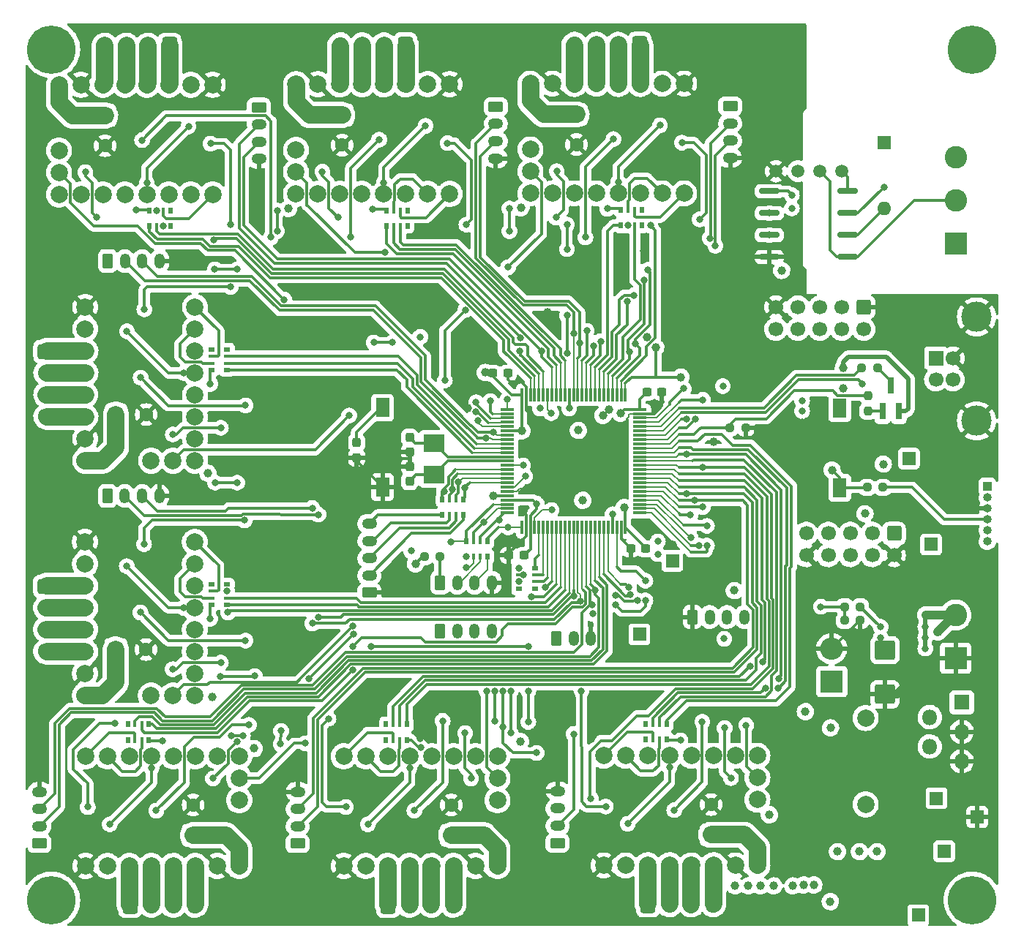
<source format=gbr>
%TF.GenerationSoftware,KiCad,Pcbnew,6.0.10*%
%TF.CreationDate,2023-05-02T14:48:46+03:00*%
%TF.ProjectId,multistepper,6d756c74-6973-4746-9570-7065722e6b69,rev?*%
%TF.SameCoordinates,Original*%
%TF.FileFunction,Copper,L1,Top*%
%TF.FilePolarity,Positive*%
%FSLAX46Y46*%
G04 Gerber Fmt 4.6, Leading zero omitted, Abs format (unit mm)*
G04 Created by KiCad (PCBNEW 6.0.10) date 2023-05-02 14:48:46*
%MOMM*%
%LPD*%
G01*
G04 APERTURE LIST*
G04 Aperture macros list*
%AMRoundRect*
0 Rectangle with rounded corners*
0 $1 Rounding radius*
0 $2 $3 $4 $5 $6 $7 $8 $9 X,Y pos of 4 corners*
0 Add a 4 corners polygon primitive as box body*
4,1,4,$2,$3,$4,$5,$6,$7,$8,$9,$2,$3,0*
0 Add four circle primitives for the rounded corners*
1,1,$1+$1,$2,$3*
1,1,$1+$1,$4,$5*
1,1,$1+$1,$6,$7*
1,1,$1+$1,$8,$9*
0 Add four rect primitives between the rounded corners*
20,1,$1+$1,$2,$3,$4,$5,0*
20,1,$1+$1,$4,$5,$6,$7,0*
20,1,$1+$1,$6,$7,$8,$9,0*
20,1,$1+$1,$8,$9,$2,$3,0*%
G04 Aperture macros list end*
%TA.AperFunction,ComponentPad*%
%ADD10RoundRect,0.250000X-0.350000X-0.625000X0.350000X-0.625000X0.350000X0.625000X-0.350000X0.625000X0*%
%TD*%
%TA.AperFunction,ComponentPad*%
%ADD11O,1.200000X1.750000*%
%TD*%
%TA.AperFunction,ComponentPad*%
%ADD12RoundRect,0.250000X0.625000X-0.350000X0.625000X0.350000X-0.625000X0.350000X-0.625000X-0.350000X0*%
%TD*%
%TA.AperFunction,ComponentPad*%
%ADD13O,1.750000X1.200000*%
%TD*%
%TA.AperFunction,ComponentPad*%
%ADD14RoundRect,0.250000X-0.625000X0.350000X-0.625000X-0.350000X0.625000X-0.350000X0.625000X0.350000X0*%
%TD*%
%TA.AperFunction,SMDPad,CuDef*%
%ADD15RoundRect,0.237500X-0.300000X-0.237500X0.300000X-0.237500X0.300000X0.237500X-0.300000X0.237500X0*%
%TD*%
%TA.AperFunction,ComponentPad*%
%ADD16RoundRect,0.250000X0.600000X0.725000X-0.600000X0.725000X-0.600000X-0.725000X0.600000X-0.725000X0*%
%TD*%
%TA.AperFunction,ComponentPad*%
%ADD17O,1.700000X1.950000*%
%TD*%
%TA.AperFunction,ComponentPad*%
%ADD18RoundRect,0.250000X-0.725000X0.600000X-0.725000X-0.600000X0.725000X-0.600000X0.725000X0.600000X0*%
%TD*%
%TA.AperFunction,ComponentPad*%
%ADD19O,1.950000X1.700000*%
%TD*%
%TA.AperFunction,ComponentPad*%
%ADD20RoundRect,0.250000X-0.600000X0.600000X-0.600000X-0.600000X0.600000X-0.600000X0.600000X0.600000X0*%
%TD*%
%TA.AperFunction,ComponentPad*%
%ADD21C,1.700000*%
%TD*%
%TA.AperFunction,SMDPad,CuDef*%
%ADD22R,1.600000X2.180000*%
%TD*%
%TA.AperFunction,ComponentPad*%
%ADD23C,5.600000*%
%TD*%
%TA.AperFunction,SMDPad,CuDef*%
%ADD24RoundRect,0.237500X-0.237500X0.250000X-0.237500X-0.250000X0.237500X-0.250000X0.237500X0.250000X0*%
%TD*%
%TA.AperFunction,ComponentPad*%
%ADD25R,1.600000X1.600000*%
%TD*%
%TA.AperFunction,ComponentPad*%
%ADD26O,1.600000X1.600000*%
%TD*%
%TA.AperFunction,ComponentPad*%
%ADD27C,1.600000*%
%TD*%
%TA.AperFunction,ComponentPad*%
%ADD28C,2.000000*%
%TD*%
%TA.AperFunction,SMDPad,CuDef*%
%ADD29R,0.500000X0.800000*%
%TD*%
%TA.AperFunction,SMDPad,CuDef*%
%ADD30R,0.400000X0.800000*%
%TD*%
%TA.AperFunction,SMDPad,CuDef*%
%ADD31R,0.800000X0.500000*%
%TD*%
%TA.AperFunction,SMDPad,CuDef*%
%ADD32R,0.800000X0.400000*%
%TD*%
%TA.AperFunction,ComponentPad*%
%ADD33R,2.600000X2.600000*%
%TD*%
%TA.AperFunction,ComponentPad*%
%ADD34C,2.600000*%
%TD*%
%TA.AperFunction,SMDPad,CuDef*%
%ADD35RoundRect,0.237500X0.250000X0.237500X-0.250000X0.237500X-0.250000X-0.237500X0.250000X-0.237500X0*%
%TD*%
%TA.AperFunction,SMDPad,CuDef*%
%ADD36R,0.800000X1.900000*%
%TD*%
%TA.AperFunction,ComponentPad*%
%ADD37R,1.500000X1.500000*%
%TD*%
%TA.AperFunction,ComponentPad*%
%ADD38R,1.000000X1.000000*%
%TD*%
%TA.AperFunction,ComponentPad*%
%ADD39O,1.000000X1.000000*%
%TD*%
%TA.AperFunction,SMDPad,CuDef*%
%ADD40RoundRect,0.075000X-0.725000X-0.075000X0.725000X-0.075000X0.725000X0.075000X-0.725000X0.075000X0*%
%TD*%
%TA.AperFunction,SMDPad,CuDef*%
%ADD41RoundRect,0.075000X-0.075000X-0.725000X0.075000X-0.725000X0.075000X0.725000X-0.075000X0.725000X0*%
%TD*%
%TA.AperFunction,SMDPad,CuDef*%
%ADD42RoundRect,0.237500X0.237500X-0.300000X0.237500X0.300000X-0.237500X0.300000X-0.237500X-0.300000X0*%
%TD*%
%TA.AperFunction,SMDPad,CuDef*%
%ADD43RoundRect,0.237500X-0.250000X-0.237500X0.250000X-0.237500X0.250000X0.237500X-0.250000X0.237500X0*%
%TD*%
%TA.AperFunction,ComponentPad*%
%ADD44RoundRect,0.250000X-0.600000X-0.725000X0.600000X-0.725000X0.600000X0.725000X-0.600000X0.725000X0*%
%TD*%
%TA.AperFunction,SMDPad,CuDef*%
%ADD45R,2.400000X2.000000*%
%TD*%
%TA.AperFunction,SMDPad,CuDef*%
%ADD46RoundRect,0.237500X-0.237500X0.300000X-0.237500X-0.300000X0.237500X-0.300000X0.237500X0.300000X0*%
%TD*%
%TA.AperFunction,ComponentPad*%
%ADD47C,1.500000*%
%TD*%
%TA.AperFunction,ComponentPad*%
%ADD48O,2.600000X2.600000*%
%TD*%
%TA.AperFunction,SMDPad,CuDef*%
%ADD49RoundRect,0.162500X-1.012500X-0.162500X1.012500X-0.162500X1.012500X0.162500X-1.012500X0.162500X0*%
%TD*%
%TA.AperFunction,ComponentPad*%
%ADD50R,1.800000X1.800000*%
%TD*%
%TA.AperFunction,ComponentPad*%
%ADD51O,1.800000X1.800000*%
%TD*%
%TA.AperFunction,SMDPad,CuDef*%
%ADD52RoundRect,0.237500X0.300000X0.237500X-0.300000X0.237500X-0.300000X-0.237500X0.300000X-0.237500X0*%
%TD*%
%TA.AperFunction,SMDPad,CuDef*%
%ADD53RoundRect,0.250000X-0.925000X0.875000X-0.925000X-0.875000X0.925000X-0.875000X0.925000X0.875000X0*%
%TD*%
%TA.AperFunction,ComponentPad*%
%ADD54R,1.700000X1.700000*%
%TD*%
%TA.AperFunction,ComponentPad*%
%ADD55C,3.500000*%
%TD*%
%TA.AperFunction,ViaPad*%
%ADD56C,1.000000*%
%TD*%
%TA.AperFunction,ViaPad*%
%ADD57C,0.800000*%
%TD*%
%TA.AperFunction,Conductor*%
%ADD58C,0.300000*%
%TD*%
%TA.AperFunction,Conductor*%
%ADD59C,0.200000*%
%TD*%
%TA.AperFunction,Conductor*%
%ADD60C,1.000000*%
%TD*%
%TA.AperFunction,Conductor*%
%ADD61C,0.500000*%
%TD*%
%TA.AperFunction,Conductor*%
%ADD62C,2.000000*%
%TD*%
G04 APERTURE END LIST*
D10*
%TO.P,J26,1,Pin_1*%
%TO.N,Net-(J26-Pad1)*%
X65472000Y-93687600D03*
D11*
%TO.P,J26,2,Pin_2*%
%TO.N,M7_L0*%
X67472000Y-93687600D03*
%TO.P,J26,3,Pin_3*%
%TO.N,M7_L1*%
X69472000Y-93687600D03*
%TO.P,J26,4,Pin_4*%
%TO.N,GND*%
X71472000Y-93687600D03*
%TD*%
D12*
%TO.P,J24,1,Pin_1*%
%TO.N,Net-(J24-Pad1)*%
X57604925Y-133934000D03*
D13*
%TO.P,J24,2,Pin_2*%
%TO.N,M6_L0*%
X57604925Y-131934000D03*
%TO.P,J24,3,Pin_3*%
%TO.N,M6_L1*%
X57604925Y-129934000D03*
%TO.P,J24,4,Pin_4*%
%TO.N,GND*%
X57604925Y-127934000D03*
%TD*%
D12*
%TO.P,J22,1,Pin_1*%
%TO.N,Net-(J22-Pad1)*%
X87466000Y-133934000D03*
D13*
%TO.P,J22,2,Pin_2*%
%TO.N,M5_L0*%
X87466000Y-131934000D03*
%TO.P,J22,3,Pin_3*%
%TO.N,M5_L1*%
X87466000Y-129934000D03*
%TO.P,J22,4,Pin_4*%
%TO.N,GND*%
X87466000Y-127934000D03*
%TD*%
D12*
%TO.P,J20,1,Pin_1*%
%TO.N,Net-(J20-Pad1)*%
X117526000Y-133874000D03*
D13*
%TO.P,J20,2,Pin_2*%
%TO.N,M4_L0*%
X117526000Y-131874000D03*
%TO.P,J20,3,Pin_3*%
%TO.N,M4_L1*%
X117526000Y-129874000D03*
%TO.P,J20,4,Pin_4*%
%TO.N,GND*%
X117526000Y-127874000D03*
%TD*%
D14*
%TO.P,J18,1,Pin_1*%
%TO.N,Net-(J18-Pad1)*%
X137500450Y-48566000D03*
D13*
%TO.P,J18,2,Pin_2*%
%TO.N,M3_L0*%
X137500450Y-50566000D03*
%TO.P,J18,3,Pin_3*%
%TO.N,M3_L1*%
X137500450Y-52566000D03*
%TO.P,J18,4,Pin_4*%
%TO.N,GND*%
X137500450Y-54566000D03*
%TD*%
D14*
%TO.P,J16,1,Pin_1*%
%TO.N,Net-(J16-Pad1)*%
X110395075Y-48627827D03*
D13*
%TO.P,J16,2,Pin_2*%
%TO.N,M2_L0*%
X110395075Y-50627827D03*
%TO.P,J16,3,Pin_3*%
%TO.N,M2_L1*%
X110395075Y-52627827D03*
%TO.P,J16,4,Pin_4*%
%TO.N,GND*%
X110395075Y-54627827D03*
%TD*%
D14*
%TO.P,J14,1,Pin_1*%
%TO.N,Net-(J14-Pad1)*%
X82974000Y-48689654D03*
D13*
%TO.P,J14,2,Pin_2*%
%TO.N,M1_L0*%
X82974000Y-50689654D03*
%TO.P,J14,3,Pin_3*%
%TO.N,M1_L1*%
X82974000Y-52689654D03*
%TO.P,J14,4,Pin_4*%
%TO.N,GND*%
X82974000Y-54689654D03*
%TD*%
D10*
%TO.P,J11,1,Pin_1*%
%TO.N,Net-(J11-Pad1)*%
X65500000Y-66500000D03*
D11*
%TO.P,J11,2,Pin_2*%
%TO.N,M0_L0*%
X67500000Y-66500000D03*
%TO.P,J11,3,Pin_3*%
%TO.N,M0_L1*%
X69500000Y-66500000D03*
%TO.P,J11,4,Pin_4*%
%TO.N,GND*%
X71500000Y-66500000D03*
%TD*%
D15*
%TO.P,C9,1*%
%TO.N,MCU3v3*%
X110035000Y-79502000D03*
%TO.P,C9,2*%
%TO.N,GND*%
X111760000Y-79502000D03*
%TD*%
D16*
%TO.P,J17,1,Pin_1*%
%TO.N,Net-(J17-Pad1)*%
X99921075Y-41501827D03*
D17*
%TO.P,J17,2,Pin_2*%
%TO.N,Net-(J17-Pad2)*%
X97421075Y-41501827D03*
%TO.P,J17,3,Pin_3*%
%TO.N,Net-(J17-Pad3)*%
X94921075Y-41501827D03*
%TO.P,J17,4,Pin_4*%
%TO.N,Net-(J17-Pad4)*%
X92421075Y-41501827D03*
%TD*%
D18*
%TO.P,J12,1,Pin_1*%
%TO.N,Net-(J12-Pad1)*%
X58374000Y-76974000D03*
D19*
%TO.P,J12,2,Pin_2*%
%TO.N,Net-(J12-Pad2)*%
X58374000Y-79474000D03*
%TO.P,J12,3,Pin_3*%
%TO.N,Net-(J12-Pad3)*%
X58374000Y-81974000D03*
%TO.P,J12,4,Pin_4*%
%TO.N,Net-(J12-Pad4)*%
X58374000Y-84474000D03*
%TD*%
D12*
%TO.P,J6,1,Pin_1*%
%TO.N,GND*%
X95758000Y-104902000D03*
D13*
%TO.P,J6,2,Pin_2*%
%TO.N,Net-(J6-Pad2)*%
X95758000Y-102902000D03*
%TO.P,J6,3,Pin_3*%
%TO.N,Net-(J6-Pad3)*%
X95758000Y-100902000D03*
%TO.P,J6,4,Pin_4*%
%TO.N,Net-(J6-Pad4)*%
X95758000Y-98902000D03*
%TO.P,J6,5,Pin_5*%
%TO.N,Net-(J6-Pad5)*%
X95758000Y-96902000D03*
%TD*%
D20*
%TO.P,J2,1,Pin_1*%
%TO.N,GND*%
X152958800Y-71840700D03*
D21*
%TO.P,J2,2,Pin_2*%
%TO.N,Net-(J2-Pad2)*%
X152958800Y-74380700D03*
%TO.P,J2,3,Pin_3*%
%TO.N,Net-(J2-Pad3)*%
X150418800Y-71840700D03*
%TO.P,J2,4,Pin_4*%
%TO.N,Net-(J2-Pad4)*%
X150418800Y-74380700D03*
%TO.P,J2,5,Pin_5*%
%TO.N,Net-(J2-Pad5)*%
X147878800Y-71840700D03*
%TO.P,J2,6,Pin_6*%
%TO.N,Net-(J2-Pad6)*%
X147878800Y-74380700D03*
%TO.P,J2,7,Pin_7*%
%TO.N,Net-(J2-Pad7)*%
X145338800Y-71840700D03*
%TO.P,J2,8,Pin_8*%
%TO.N,Net-(J2-Pad8)*%
X145338800Y-74380700D03*
%TO.P,J2,9,Pin_9*%
%TO.N,GND*%
X142798800Y-71840700D03*
%TO.P,J2,10,Pin_10*%
%TO.N,Net-(J2-Pad10)*%
X142798800Y-74380700D03*
%TD*%
D22*
%TO.P,SW2,1,1*%
%TO.N,/MCU base/BOOT0*%
X150164800Y-83548000D03*
%TO.P,SW2,2,2*%
%TO.N,MCU3v3*%
X150164800Y-92728000D03*
%TD*%
D23*
%TO.P,H4,1*%
%TO.N,N/C*%
X165500000Y-140500000D03*
%TD*%
D24*
%TO.P,R36,1*%
%TO.N,/MCU base/DPPU*%
X153416000Y-82043900D03*
%TO.P,R36,2*%
%TO.N,Net-(Q3-Pad1)*%
X153416000Y-83868900D03*
%TD*%
D25*
%TO.P,SW3,1*%
%TO.N,Net-(R18-Pad1)*%
X155295600Y-52832000D03*
D26*
%TO.P,SW3,2*%
%TO.N,/CANL*%
X155295600Y-60452000D03*
%TD*%
D25*
%TO.P,C24,1*%
%TO.N,/Motors/Vm*%
X105246000Y-132978000D03*
D27*
%TO.P,C24,2*%
%TO.N,GND*%
X105246000Y-129478000D03*
%TD*%
D10*
%TO.P,J5,1,Pin_1*%
%TO.N,Net-(J4-Pad1)*%
X103934000Y-103733600D03*
D11*
%TO.P,J5,2,Pin_2*%
%TO.N,ADC2*%
X105934000Y-103733600D03*
%TO.P,J5,3,Pin_3*%
%TO.N,ADC3*%
X107934000Y-103733600D03*
%TO.P,J5,4,Pin_4*%
%TO.N,GND*%
X109934000Y-103733600D03*
%TD*%
D28*
%TO.P,XX5,1,~{EN}*%
%TO.N,/Motors/stepper_M5/~{ENx}*%
X140640000Y-123774000D03*
%TO.P,XX5,2,MS1*%
%TO.N,/Motors/stepper_M5/MS1*%
X138100000Y-123774000D03*
%TO.P,XX5,3,MS2*%
%TO.N,/Motors/stepper_M5/MS2*%
X135560000Y-123774000D03*
%TO.P,XX5,4,SPREAD*%
%TO.N,/Motors/stepper_M5/SPR*%
X133020000Y-123774000D03*
%TO.P,XX5,5,PDN_UART*%
%TO.N,/Motors/stepper_M5/U*%
X130480000Y-123774000D03*
%TO.P,XX5,6,CLK*%
%TO.N,/Motors/stepper_M5/CLK*%
X127940000Y-123774000D03*
%TO.P,XX5,7,STEP*%
%TO.N,/Motors/stepper_M5/STEPx*%
X125400000Y-123774000D03*
%TO.P,XX5,8,DIR*%
%TO.N,/Motors/stepper_M5/DIRx*%
X122860000Y-123774000D03*
%TO.P,XX5,9,GND*%
%TO.N,GND*%
X122860000Y-136474000D03*
%TO.P,XX5,10,VIO*%
%TO.N,Vio*%
X125400000Y-136474000D03*
%TO.P,XX5,11,M1B*%
%TO.N,Net-(J21-Pad1)*%
X127940000Y-136474000D03*
%TO.P,XX5,12,M1A*%
%TO.N,Net-(J21-Pad2)*%
X130480000Y-136474000D03*
%TO.P,XX5,13,M2A*%
%TO.N,Net-(J21-Pad3)*%
X133020000Y-136474000D03*
%TO.P,XX5,14,M2B*%
%TO.N,Net-(J21-Pad4)*%
X135560000Y-136474000D03*
%TO.P,XX5,15,GND*%
%TO.N,GND*%
X138100000Y-136474000D03*
%TO.P,XX5,16,Vmot*%
%TO.N,/Motors/Vm*%
X140640000Y-136474000D03*
%TO.P,XX5,17,DIAG*%
%TO.N,/Motors/DIAG4*%
X140640000Y-126314000D03*
%TO.P,XX5,18,INDEX*%
%TO.N,unconnected-(XX5-Pad18)*%
X140640000Y-128854000D03*
%TD*%
D29*
%TO.P,RN11,1,R1.1*%
%TO.N,unconnected-(RN11-Pad1)*%
X127270450Y-60560000D03*
D30*
%TO.P,RN11,2,R2.1*%
%TO.N,/Motors/stepper_M4/DIRx*%
X126470450Y-60560000D03*
%TO.P,RN11,3,R3.1*%
%TO.N,/Motors/stepper_M4/STEPx*%
X125670450Y-60560000D03*
D29*
%TO.P,RN11,4,R4.1*%
%TO.N,/Motors/stepper_M4/~{ENx}*%
X124870450Y-60560000D03*
%TO.P,RN11,5,R4.2*%
%TO.N,M3_EN*%
X124870450Y-62360000D03*
D30*
%TO.P,RN11,6,R3.2*%
%TO.N,M3_STEP*%
X125670450Y-62360000D03*
%TO.P,RN11,7,R2.2*%
%TO.N,M3_DIR*%
X126470450Y-62360000D03*
D29*
%TO.P,RN11,8,R1.2*%
%TO.N,unconnected-(RN11-Pad8)*%
X127270450Y-62360000D03*
%TD*%
D10*
%TO.P,J13,1,Pin_1*%
%TO.N,Net-(J13-Pad1)*%
X117380000Y-110194000D03*
D11*
%TO.P,J13,2,Pin_2*%
%TO.N,Net-(J13-Pad2)*%
X119380000Y-110194000D03*
%TO.P,J13,3,Pin_3*%
%TO.N,GND*%
X121380000Y-110194000D03*
%TD*%
D28*
%TO.P,XX8,1,~{EN}*%
%TO.N,/Motors/stepper_M8/~{ENx}*%
X75572000Y-116801600D03*
%TO.P,XX8,2,MS1*%
%TO.N,/Motors/stepper_M8/MS1*%
X75572000Y-114261600D03*
%TO.P,XX8,3,MS2*%
%TO.N,/Motors/stepper_M8/MS2*%
X75572000Y-111721600D03*
%TO.P,XX8,4,SPREAD*%
%TO.N,/Motors/stepper_M8/SPR*%
X75572000Y-109181600D03*
%TO.P,XX8,5,PDN_UART*%
%TO.N,/Motors/stepper_M8/U*%
X75572000Y-106641600D03*
%TO.P,XX8,6,CLK*%
%TO.N,/Motors/stepper_M8/CLK*%
X75572000Y-104101600D03*
%TO.P,XX8,7,STEP*%
%TO.N,/Motors/stepper_M8/STEPx*%
X75572000Y-101561600D03*
%TO.P,XX8,8,DIR*%
%TO.N,/Motors/stepper_M8/DIRx*%
X75572000Y-99021600D03*
%TO.P,XX8,9,GND*%
%TO.N,GND*%
X62872000Y-99021600D03*
%TO.P,XX8,10,VIO*%
%TO.N,Vio*%
X62872000Y-101561600D03*
%TO.P,XX8,11,M1B*%
%TO.N,Net-(J27-Pad1)*%
X62872000Y-104101600D03*
%TO.P,XX8,12,M1A*%
%TO.N,Net-(J27-Pad2)*%
X62872000Y-106641600D03*
%TO.P,XX8,13,M2A*%
%TO.N,Net-(J27-Pad3)*%
X62872000Y-109181600D03*
%TO.P,XX8,14,M2B*%
%TO.N,Net-(J27-Pad4)*%
X62872000Y-111721600D03*
%TO.P,XX8,15,GND*%
%TO.N,GND*%
X62872000Y-114261600D03*
%TO.P,XX8,16,Vmot*%
%TO.N,/Motors/Vm*%
X62872000Y-116801600D03*
%TO.P,XX8,17,DIAG*%
%TO.N,/Motors/DIAG7*%
X73032000Y-116801600D03*
%TO.P,XX8,18,INDEX*%
%TO.N,unconnected-(XX8-Pad18)*%
X70492000Y-116801600D03*
%TD*%
%TO.P,XX3,1,~{EN}*%
%TO.N,/Motors/stepper_M3/~{ENx}*%
X87281075Y-58727827D03*
%TO.P,XX3,2,MS1*%
%TO.N,/Motors/stepper_M3/MS1*%
X89821075Y-58727827D03*
%TO.P,XX3,3,MS2*%
%TO.N,/Motors/stepper_M3/MS2*%
X92361075Y-58727827D03*
%TO.P,XX3,4,SPREAD*%
%TO.N,/Motors/stepper_M3/SPR*%
X94901075Y-58727827D03*
%TO.P,XX3,5,PDN_UART*%
%TO.N,/Motors/stepper_M3/U*%
X97441075Y-58727827D03*
%TO.P,XX3,6,CLK*%
%TO.N,/Motors/stepper_M3/CLK*%
X99981075Y-58727827D03*
%TO.P,XX3,7,STEP*%
%TO.N,/Motors/stepper_M3/STEPx*%
X102521075Y-58727827D03*
%TO.P,XX3,8,DIR*%
%TO.N,/Motors/stepper_M3/DIRx*%
X105061075Y-58727827D03*
%TO.P,XX3,9,GND*%
%TO.N,GND*%
X105061075Y-46027827D03*
%TO.P,XX3,10,VIO*%
%TO.N,Vio*%
X102521075Y-46027827D03*
%TO.P,XX3,11,M1B*%
%TO.N,Net-(J17-Pad1)*%
X99981075Y-46027827D03*
%TO.P,XX3,12,M1A*%
%TO.N,Net-(J17-Pad2)*%
X97441075Y-46027827D03*
%TO.P,XX3,13,M2A*%
%TO.N,Net-(J17-Pad3)*%
X94901075Y-46027827D03*
%TO.P,XX3,14,M2B*%
%TO.N,Net-(J17-Pad4)*%
X92361075Y-46027827D03*
%TO.P,XX3,15,GND*%
%TO.N,GND*%
X89821075Y-46027827D03*
%TO.P,XX3,16,Vmot*%
%TO.N,/Motors/Vm*%
X87281075Y-46027827D03*
%TO.P,XX3,17,DIAG*%
%TO.N,/Motors/DIAG2*%
X87281075Y-56187827D03*
%TO.P,XX3,18,INDEX*%
%TO.N,unconnected-(XX3-Pad18)*%
X87281075Y-53647827D03*
%TD*%
D31*
%TO.P,RN7,1,R1.1*%
%TO.N,/Motors/SCK*%
X113095200Y-102025600D03*
D32*
%TO.P,RN7,2,R2.1*%
%TO.N,/Motors/MISO*%
X113095200Y-102825600D03*
%TO.P,RN7,3,R3.1*%
%TO.N,/Motors/MOSI*%
X113095200Y-103625600D03*
D31*
%TO.P,RN7,4,R4.1*%
%TO.N,unconnected-(RN7-Pad4)*%
X113095200Y-104425600D03*
%TO.P,RN7,5,R4.2*%
%TO.N,unconnected-(RN7-Pad5)*%
X114895200Y-104425600D03*
D32*
%TO.P,RN7,6,R3.2*%
%TO.N,TMC_MOSI*%
X114895200Y-103625600D03*
%TO.P,RN7,7,R2.2*%
%TO.N,TMC_MISO*%
X114895200Y-102825600D03*
D31*
%TO.P,RN7,8,R1.2*%
%TO.N,TMC_SCK*%
X114895200Y-102025600D03*
%TD*%
D33*
%TO.P,J10,1,Pin_1*%
%TO.N,GND*%
X163576000Y-112482000D03*
D34*
%TO.P,J10,2,Pin_2*%
%TO.N,Net-(J10-Pad2)*%
X163576000Y-107482000D03*
%TD*%
D35*
%TO.P,R33,1*%
%TO.N,Net-(Q3-Pad3)*%
X154529800Y-78841600D03*
%TO.P,R33,2*%
%TO.N,USB_DP*%
X152704800Y-78841600D03*
%TD*%
D20*
%TO.P,J3,1,Pin_1*%
%TO.N,Net-(J3-Pad1)*%
X156464000Y-98044000D03*
D21*
%TO.P,J3,2,Pin_2*%
%TO.N,GND*%
X156464000Y-100584000D03*
%TO.P,J3,3,Pin_3*%
%TO.N,Net-(J3-Pad3)*%
X153924000Y-98044000D03*
%TO.P,J3,4,Pin_4*%
%TO.N,Net-(J3-Pad4)*%
X153924000Y-100584000D03*
%TO.P,J3,5,Pin_5*%
%TO.N,Net-(J3-Pad5)*%
X151384000Y-98044000D03*
%TO.P,J3,6,Pin_6*%
%TO.N,Net-(J3-Pad6)*%
X151384000Y-100584000D03*
%TO.P,J3,7,Pin_7*%
%TO.N,Net-(J3-Pad7)*%
X148844000Y-98044000D03*
%TO.P,J3,8,Pin_8*%
%TO.N,Net-(J3-Pad8)*%
X148844000Y-100584000D03*
%TO.P,J3,9,Pin_9*%
%TO.N,Net-(J3-Pad9)*%
X146304000Y-98044000D03*
%TO.P,J3,10,Pin_10*%
%TO.N,GND*%
X146304000Y-100584000D03*
%TD*%
D36*
%TO.P,Q3,1,G*%
%TO.N,Net-(Q3-Pad1)*%
X155107600Y-83897600D03*
%TO.P,Q3,2,S*%
%TO.N,+3V3*%
X157007600Y-83897600D03*
%TO.P,Q3,3,D*%
%TO.N,Net-(Q3-Pad3)*%
X156057600Y-80897600D03*
%TD*%
D37*
%TO.P,TP3,1,1*%
%TO.N,GND*%
X166090600Y-130860800D03*
%TD*%
D38*
%TO.P,J1,1,Pin_1*%
%TO.N,/MCU base/SWCLK*%
X167258600Y-92608400D03*
D39*
%TO.P,J1,2,Pin_2*%
%TO.N,/MCU base/SWDIO*%
X167258600Y-93878400D03*
%TO.P,J1,3,Pin_3*%
%TO.N,GND*%
X167258600Y-95148400D03*
%TO.P,J1,4,Pin_4*%
%TO.N,Net-(J1-Pad4)*%
X167258600Y-96418400D03*
%TO.P,J1,5,Pin_5*%
%TO.N,/MCU base/BOOT0*%
X167258600Y-97688400D03*
%TO.P,J1,6,Pin_6*%
%TO.N,/MCU base/NRST*%
X167258600Y-98958400D03*
%TD*%
D40*
%TO.P,U1,1,PE2*%
%TO.N,/MCU base/Diagn*%
X111705000Y-83662000D03*
%TO.P,U1,2,PE3*%
%TO.N,MUL0*%
X111705000Y-84162000D03*
%TO.P,U1,3,PE4*%
%TO.N,MUL1*%
X111705000Y-84662000D03*
%TO.P,U1,4,PE5*%
%TO.N,MUL2*%
X111705000Y-85162000D03*
%TO.P,U1,5,PE6*%
%TO.N,MUL_EN*%
X111705000Y-85662000D03*
%TO.P,U1,6,VBAT*%
%TO.N,MCU3v3*%
X111705000Y-86162000D03*
%TO.P,U1,7,PC13*%
%TO.N,M0_L1*%
X111705000Y-86662000D03*
%TO.P,U1,8,PC14*%
%TO.N,M0_L0*%
X111705000Y-87162000D03*
%TO.P,U1,9,PC15*%
%TO.N,M0_DIR*%
X111705000Y-87662000D03*
%TO.P,U1,10,PF9*%
%TO.N,M0_STEP*%
X111705000Y-88162000D03*
%TO.P,U1,11,PF10*%
%TO.N,M0_EN*%
X111705000Y-88662000D03*
%TO.P,U1,12,PF0*%
%TO.N,/MCU base/OSC_IN*%
X111705000Y-89162000D03*
%TO.P,U1,13,PF1*%
%TO.N,/MCU base/OSC_OUT*%
X111705000Y-89662000D03*
%TO.P,U1,14,NRST*%
%TO.N,/MCU base/NRST*%
X111705000Y-90162000D03*
%TO.P,U1,15,PC0*%
%TO.N,/MCU base/MOT_MUL0*%
X111705000Y-90662000D03*
%TO.P,U1,16,PC1*%
%TO.N,/MCU base/MOT_MUL1*%
X111705000Y-91162000D03*
%TO.P,U1,17,PC2*%
%TO.N,/MCU base/MOT_MUL2*%
X111705000Y-91662000D03*
%TO.P,U1,18,PC3*%
%TO.N,/MCU base/MOT_MUL_EN*%
X111705000Y-92162000D03*
%TO.P,U1,19,PF2*%
%TO.N,/MCU base/A5*%
X111705000Y-92662000D03*
%TO.P,U1,20,VSSA*%
%TO.N,GND*%
X111705000Y-93162000D03*
%TO.P,U1,21,VREF+*%
%TO.N,+3.3VADC*%
X111705000Y-93662000D03*
%TO.P,U1,22,VDDA*%
%TO.N,MCU3v3*%
X111705000Y-94162000D03*
%TO.P,U1,23,PA0*%
%TO.N,/MCU base/A0*%
X111705000Y-94662000D03*
%TO.P,U1,24,PA1*%
%TO.N,/MCU base/A1*%
X111705000Y-95162000D03*
%TO.P,U1,25,PA2*%
%TO.N,/MCU base/A2*%
X111705000Y-95662000D03*
D41*
%TO.P,U1,26,PA3*%
%TO.N,/MCU base/A3*%
X113380000Y-97337000D03*
%TO.P,U1,27,VSS*%
%TO.N,GND*%
X113880000Y-97337000D03*
%TO.P,U1,28,VDD*%
%TO.N,MCU3v3*%
X114380000Y-97337000D03*
%TO.P,U1,29,PA4*%
%TO.N,/MCU base/A4*%
X114880000Y-97337000D03*
%TO.P,U1,30,PA5*%
%TO.N,TMC_SCK*%
X115380000Y-97337000D03*
%TO.P,U1,31,PA6*%
%TO.N,TMC_MISO*%
X115880000Y-97337000D03*
%TO.P,U1,32,PA7*%
%TO.N,TMC_MOSI*%
X116380000Y-97337000D03*
%TO.P,U1,33,PC4*%
%TO.N,/MCU base/USART1_TX*%
X116880000Y-97337000D03*
%TO.P,U1,34,PC5*%
%TO.N,/MCU base/USART1_RX*%
X117380000Y-97337000D03*
%TO.P,U1,35,PB0*%
%TO.N,M7_STEP*%
X117880000Y-97337000D03*
%TO.P,U1,36,PB1*%
%TO.N,M7_EN*%
X118380000Y-97337000D03*
%TO.P,U1,37,PB2*%
%TO.N,M7_DIR*%
X118880000Y-97337000D03*
%TO.P,U1,38,PE7*%
%TO.N,M7_L0*%
X119380000Y-97337000D03*
%TO.P,U1,39,PE8*%
%TO.N,M7_L1*%
X119880000Y-97337000D03*
%TO.P,U1,40,PE9*%
%TO.N,M6_STEP*%
X120380000Y-97337000D03*
%TO.P,U1,41,PE10*%
%TO.N,M6_L1*%
X120880000Y-97337000D03*
%TO.P,U1,42,PE11*%
%TO.N,M6_L0*%
X121380000Y-97337000D03*
%TO.P,U1,43,PE12*%
%TO.N,M6_DIR*%
X121880000Y-97337000D03*
%TO.P,U1,44,PE13*%
%TO.N,M6_EN*%
X122380000Y-97337000D03*
%TO.P,U1,45,PE14*%
%TO.N,/MCU base/OUT2*%
X122880000Y-97337000D03*
%TO.P,U1,46,PE15*%
%TO.N,/MCU base/OUT1*%
X123380000Y-97337000D03*
%TO.P,U1,47,PB10*%
%TO.N,USART3_TX*%
X123880000Y-97337000D03*
%TO.P,U1,48,PB11*%
%TO.N,/MCU base/OUT0*%
X124380000Y-97337000D03*
%TO.P,U1,49,VSS*%
%TO.N,GND*%
X124880000Y-97337000D03*
%TO.P,U1,50,VDD*%
%TO.N,MCU3v3*%
X125380000Y-97337000D03*
D40*
%TO.P,U1,51,PB12*%
%TO.N,/MCU base/SCRN_DCRS*%
X127055000Y-95662000D03*
%TO.P,U1,52,PB13*%
%TO.N,/MCU base/SCRN_SCK*%
X127055000Y-95162000D03*
%TO.P,U1,53,PB14*%
%TO.N,/MCU base/SCRN_MISO*%
X127055000Y-94662000D03*
%TO.P,U1,54,PB15*%
%TO.N,/MCU base/SCRN_MOSI*%
X127055000Y-94162000D03*
%TO.P,U1,55,PD8*%
%TO.N,/MCU base/SCRN_RST*%
X127055000Y-93662000D03*
%TO.P,U1,56,PD9*%
%TO.N,/MCU base/SCRN_CS*%
X127055000Y-93162000D03*
%TO.P,U1,57,PD10*%
%TO.N,M5_L1*%
X127055000Y-92662000D03*
%TO.P,U1,58,PD11*%
%TO.N,M5_L0*%
X127055000Y-92162000D03*
%TO.P,U1,59,PD12*%
%TO.N,M5_STEP*%
X127055000Y-91662000D03*
%TO.P,U1,60,PD13*%
%TO.N,M5_DIR*%
X127055000Y-91162000D03*
%TO.P,U1,61,PD14*%
%TO.N,M5_EN*%
X127055000Y-90662000D03*
%TO.P,U1,62,PD15*%
%TO.N,M4_L1*%
X127055000Y-90162000D03*
%TO.P,U1,63,PC6*%
%TO.N,M4_STEP*%
X127055000Y-89662000D03*
%TO.P,U1,64,PC7*%
%TO.N,M4_L0*%
X127055000Y-89162000D03*
%TO.P,U1,65,PC8*%
%TO.N,M4_DIR*%
X127055000Y-88662000D03*
%TO.P,U1,66,PC9*%
%TO.N,M4_EN*%
X127055000Y-88162000D03*
%TO.P,U1,67,PA8*%
%TO.N,/MCU base/DPPU*%
X127055000Y-87662000D03*
%TO.P,U1,68,PA9*%
%TO.N,/MCU base/BTN1*%
X127055000Y-87162000D03*
%TO.P,U1,69,PA10*%
%TO.N,/MCU base/BTN2_SDA*%
X127055000Y-86662000D03*
%TO.P,U1,70,PA11*%
%TO.N,USB_DM*%
X127055000Y-86162000D03*
%TO.P,U1,71,PA12*%
%TO.N,USB_DP*%
X127055000Y-85662000D03*
%TO.P,U1,72,PA13*%
%TO.N,/MCU base/SWDIO*%
X127055000Y-85162000D03*
%TO.P,U1,73,PF6*%
%TO.N,/MCU base/BTN3_SCL*%
X127055000Y-84662000D03*
%TO.P,U1,74,VSS*%
%TO.N,GND*%
X127055000Y-84162000D03*
%TO.P,U1,75,VDD*%
%TO.N,MCU3v3*%
X127055000Y-83662000D03*
D41*
%TO.P,U1,76,PA14*%
%TO.N,/MCU base/SWCLK*%
X125380000Y-81987000D03*
%TO.P,U1,77,PA15*%
%TO.N,M3_STEP*%
X124880000Y-81987000D03*
%TO.P,U1,78,PC10*%
%TO.N,M3_L0*%
X124380000Y-81987000D03*
%TO.P,U1,79,PC11*%
%TO.N,M3_L1*%
X123880000Y-81987000D03*
%TO.P,U1,80,PC12*%
%TO.N,M3_DIR*%
X123380000Y-81987000D03*
%TO.P,U1,81,PD0*%
%TO.N,CAN_RX*%
X122880000Y-81987000D03*
%TO.P,U1,82,PD1*%
%TO.N,CAN_TX*%
X122380000Y-81987000D03*
%TO.P,U1,83,PD2*%
%TO.N,M3_EN*%
X121880000Y-81987000D03*
%TO.P,U1,84,PD3*%
%TO.N,/MCU base/BTN4*%
X121380000Y-81987000D03*
%TO.P,U1,85,PD4*%
%TO.N,/MCU base/BTN5*%
X120880000Y-81987000D03*
%TO.P,U1,86,PD5*%
%TO.N,/MCU base/BTN6*%
X120380000Y-81987000D03*
%TO.P,U1,87,PD6*%
%TO.N,M2_L1*%
X119880000Y-81987000D03*
%TO.P,U1,88,PD7*%
%TO.N,M2_L0*%
X119380000Y-81987000D03*
%TO.P,U1,89,PB3*%
%TO.N,USART2_TX*%
X118880000Y-81987000D03*
%TO.P,U1,90,PB4*%
%TO.N,M2_DIR*%
X118380000Y-81987000D03*
%TO.P,U1,91,PB5*%
%TO.N,M2_STEP*%
X117880000Y-81987000D03*
%TO.P,U1,92,PB6*%
%TO.N,M2_EN*%
X117380000Y-81987000D03*
%TO.P,U1,93,PB7*%
%TO.N,M1_L1*%
X116880000Y-81987000D03*
%TO.P,U1,94,BOOT0*%
%TO.N,/MCU base/BOOT0*%
X116380000Y-81987000D03*
%TO.P,U1,95,PB8*%
%TO.N,M1_STEP*%
X115880000Y-81987000D03*
%TO.P,U1,96,PB9*%
%TO.N,M1_L0*%
X115380000Y-81987000D03*
%TO.P,U1,97,PE0*%
%TO.N,M1_DIR*%
X114880000Y-81987000D03*
%TO.P,U1,98,PE1*%
%TO.N,M1_EN*%
X114380000Y-81987000D03*
%TO.P,U1,99,VSS*%
%TO.N,GND*%
X113880000Y-81987000D03*
%TO.P,U1,100,VDD*%
%TO.N,MCU3v3*%
X113380000Y-81987000D03*
%TD*%
D23*
%TO.P,H1,1*%
%TO.N,N/C*%
X59000000Y-42000000D03*
%TD*%
D25*
%TO.P,C23,1*%
%TO.N,/Motors/Vm*%
X135306000Y-132918000D03*
D27*
%TO.P,C23,2*%
%TO.N,GND*%
X135306000Y-129418000D03*
%TD*%
D42*
%TO.P,C4,1*%
%TO.N,/MCU base/OSC_OUT*%
X100417350Y-91997700D03*
%TO.P,C4,2*%
%TO.N,GND*%
X100417350Y-90272700D03*
%TD*%
D16*
%TO.P,J19,1,Pin_1*%
%TO.N,Net-(J19-Pad1)*%
X127026450Y-41440000D03*
D17*
%TO.P,J19,2,Pin_2*%
%TO.N,Net-(J19-Pad2)*%
X124526450Y-41440000D03*
%TO.P,J19,3,Pin_3*%
%TO.N,Net-(J19-Pad3)*%
X122026450Y-41440000D03*
%TO.P,J19,4,Pin_4*%
%TO.N,Net-(J19-Pad4)*%
X119526450Y-41440000D03*
%TD*%
D43*
%TO.P,R35,1*%
%TO.N,/MCU base/DPPU*%
X137466700Y-85801200D03*
%TO.P,R35,2*%
%TO.N,GND*%
X139291700Y-85801200D03*
%TD*%
D37*
%TO.P,TP2,1,1*%
%TO.N,Vdrive*%
X159258000Y-142240000D03*
%TD*%
D23*
%TO.P,H3,1*%
%TO.N,N/C*%
X59000000Y-140500000D03*
%TD*%
D44*
%TO.P,J23,1,Pin_1*%
%TO.N,Net-(J23-Pad1)*%
X97940000Y-141060000D03*
D17*
%TO.P,J23,2,Pin_2*%
%TO.N,Net-(J23-Pad2)*%
X100440000Y-141060000D03*
%TO.P,J23,3,Pin_3*%
%TO.N,Net-(J23-Pad3)*%
X102940000Y-141060000D03*
%TO.P,J23,4,Pin_4*%
%TO.N,Net-(J23-Pad4)*%
X105440000Y-141060000D03*
%TD*%
D45*
%TO.P,Y1,1,1*%
%TO.N,/MCU base/OSC_IN*%
X103225600Y-87558000D03*
%TO.P,Y1,2,2*%
%TO.N,/MCU base/OSC_OUT*%
X103225600Y-91258000D03*
%TD*%
D44*
%TO.P,J25,1,Pin_1*%
%TO.N,Net-(J25-Pad1)*%
X68078925Y-141060000D03*
D17*
%TO.P,J25,2,Pin_2*%
%TO.N,Net-(J25-Pad2)*%
X70578925Y-141060000D03*
%TO.P,J25,3,Pin_3*%
%TO.N,Net-(J25-Pad3)*%
X73078925Y-141060000D03*
%TO.P,J25,4,Pin_4*%
%TO.N,Net-(J25-Pad4)*%
X75578925Y-141060000D03*
%TD*%
D28*
%TO.P,XX4,1,~{EN}*%
%TO.N,/Motors/stepper_M4/~{ENx}*%
X114386450Y-58666000D03*
%TO.P,XX4,2,MS1*%
%TO.N,/Motors/stepper_M4/MS1*%
X116926450Y-58666000D03*
%TO.P,XX4,3,MS2*%
%TO.N,/Motors/stepper_M4/MS2*%
X119466450Y-58666000D03*
%TO.P,XX4,4,SPREAD*%
%TO.N,/Motors/stepper_M4/SPR*%
X122006450Y-58666000D03*
%TO.P,XX4,5,PDN_UART*%
%TO.N,/Motors/stepper_M4/U*%
X124546450Y-58666000D03*
%TO.P,XX4,6,CLK*%
%TO.N,/Motors/stepper_M4/CLK*%
X127086450Y-58666000D03*
%TO.P,XX4,7,STEP*%
%TO.N,/Motors/stepper_M4/STEPx*%
X129626450Y-58666000D03*
%TO.P,XX4,8,DIR*%
%TO.N,/Motors/stepper_M4/DIRx*%
X132166450Y-58666000D03*
%TO.P,XX4,9,GND*%
%TO.N,GND*%
X132166450Y-45966000D03*
%TO.P,XX4,10,VIO*%
%TO.N,Vio*%
X129626450Y-45966000D03*
%TO.P,XX4,11,M1B*%
%TO.N,Net-(J19-Pad1)*%
X127086450Y-45966000D03*
%TO.P,XX4,12,M1A*%
%TO.N,Net-(J19-Pad2)*%
X124546450Y-45966000D03*
%TO.P,XX4,13,M2A*%
%TO.N,Net-(J19-Pad3)*%
X122006450Y-45966000D03*
%TO.P,XX4,14,M2B*%
%TO.N,Net-(J19-Pad4)*%
X119466450Y-45966000D03*
%TO.P,XX4,15,GND*%
%TO.N,GND*%
X116926450Y-45966000D03*
%TO.P,XX4,16,Vmot*%
%TO.N,/Motors/Vm*%
X114386450Y-45966000D03*
%TO.P,XX4,17,DIAG*%
%TO.N,/Motors/DIAG3*%
X114386450Y-56126000D03*
%TO.P,XX4,18,INDEX*%
%TO.N,unconnected-(XX4-Pad18)*%
X114386450Y-53586000D03*
%TD*%
D29*
%TO.P,RN6,1,R1.1*%
%TO.N,Net-(J6-Pad5)*%
X104210000Y-95896000D03*
D30*
%TO.P,RN6,2,R2.1*%
%TO.N,Net-(J6-Pad4)*%
X105010000Y-95896000D03*
%TO.P,RN6,3,R3.1*%
%TO.N,Net-(J6-Pad3)*%
X105810000Y-95896000D03*
D29*
%TO.P,RN6,4,R4.1*%
%TO.N,Net-(J6-Pad2)*%
X106610000Y-95896000D03*
%TO.P,RN6,5,R4.2*%
%TO.N,/MCU base/MOT_MUL_EN*%
X106610000Y-94096000D03*
D30*
%TO.P,RN6,6,R3.2*%
%TO.N,/MCU base/MOT_MUL2*%
X105810000Y-94096000D03*
%TO.P,RN6,7,R2.2*%
%TO.N,/MCU base/MOT_MUL1*%
X105010000Y-94096000D03*
D29*
%TO.P,RN6,8,R1.2*%
%TO.N,/MCU base/MOT_MUL0*%
X104210000Y-94096000D03*
%TD*%
D43*
%TO.P,R2,1*%
%TO.N,MCU3v3*%
X153341700Y-92710000D03*
%TO.P,R2,2*%
%TO.N,Net-(J1-Pad4)*%
X155166700Y-92710000D03*
%TD*%
D15*
%TO.P,C5,1*%
%TO.N,MCU3v3*%
X127889000Y-81661000D03*
%TO.P,C5,2*%
%TO.N,GND*%
X129614000Y-81661000D03*
%TD*%
D46*
%TO.P,C2,1*%
%TO.N,/MCU base/NRST*%
X94284800Y-87528400D03*
%TO.P,C2,2*%
%TO.N,GND*%
X94284800Y-89253400D03*
%TD*%
D23*
%TO.P,H2,1*%
%TO.N,N/C*%
X165500000Y-42000000D03*
%TD*%
D44*
%TO.P,J21,1,Pin_1*%
%TO.N,Net-(J21-Pad1)*%
X128000000Y-141000000D03*
D17*
%TO.P,J21,2,Pin_2*%
%TO.N,Net-(J21-Pad2)*%
X130500000Y-141000000D03*
%TO.P,J21,3,Pin_3*%
%TO.N,Net-(J21-Pad3)*%
X133000000Y-141000000D03*
%TO.P,J21,4,Pin_4*%
%TO.N,Net-(J21-Pad4)*%
X135500000Y-141000000D03*
%TD*%
D25*
%TO.P,C21,1*%
%TO.N,/Motors/Vm*%
X92615075Y-49583827D03*
D27*
%TO.P,C21,2*%
%TO.N,GND*%
X92615075Y-53083827D03*
%TD*%
D29*
%TO.P,RN10,1,R1.1*%
%TO.N,unconnected-(RN10-Pad1)*%
X100165075Y-60621827D03*
D30*
%TO.P,RN10,2,R2.1*%
%TO.N,/Motors/stepper_M3/DIRx*%
X99365075Y-60621827D03*
%TO.P,RN10,3,R3.1*%
%TO.N,/Motors/stepper_M3/STEPx*%
X98565075Y-60621827D03*
D29*
%TO.P,RN10,4,R4.1*%
%TO.N,/Motors/stepper_M3/~{ENx}*%
X97765075Y-60621827D03*
%TO.P,RN10,5,R4.2*%
%TO.N,M2_EN*%
X97765075Y-62421827D03*
D30*
%TO.P,RN10,6,R3.2*%
%TO.N,M2_STEP*%
X98565075Y-62421827D03*
%TO.P,RN10,7,R2.2*%
%TO.N,M2_DIR*%
X99365075Y-62421827D03*
D29*
%TO.P,RN10,8,R1.2*%
%TO.N,unconnected-(RN10-Pad8)*%
X100165075Y-62421827D03*
%TD*%
D25*
%TO.P,C22,1*%
%TO.N,/Motors/Vm*%
X119720450Y-49522000D03*
D27*
%TO.P,C22,2*%
%TO.N,GND*%
X119720450Y-53022000D03*
%TD*%
D29*
%TO.P,RN5,1,R1.1*%
%TO.N,ADC0*%
X107004000Y-100722000D03*
D30*
%TO.P,RN5,2,R2.1*%
%TO.N,ADC1*%
X107804000Y-100722000D03*
%TO.P,RN5,3,R3.1*%
%TO.N,ADC2*%
X108604000Y-100722000D03*
D29*
%TO.P,RN5,4,R4.1*%
%TO.N,ADC3*%
X109404000Y-100722000D03*
%TO.P,RN5,5,R4.2*%
%TO.N,/MCU base/A3*%
X109404000Y-98922000D03*
D30*
%TO.P,RN5,6,R3.2*%
%TO.N,/MCU base/A2*%
X108604000Y-98922000D03*
%TO.P,RN5,7,R2.2*%
%TO.N,/MCU base/A1*%
X107804000Y-98922000D03*
D29*
%TO.P,RN5,8,R1.2*%
%TO.N,/MCU base/A0*%
X107004000Y-98922000D03*
%TD*%
D47*
%TO.P,Q1,1,GND*%
%TO.N,GND*%
X142798800Y-56083200D03*
%TO.P,Q1,2,Vin*%
%TO.N,Net-(C10-Pad1)*%
X145338800Y-56083200D03*
%TO.P,Q1,3,0V*%
%TO.N,Earth*%
X147878800Y-56083200D03*
%TO.P,Q1,4,+Vo*%
%TO.N,Net-(C11-Pad1)*%
X150418800Y-56083200D03*
%TD*%
D46*
%TO.P,C1,1*%
%TO.N,/MCU base/OSC_IN*%
X100417350Y-86917700D03*
%TO.P,C1,2*%
%TO.N,GND*%
X100417350Y-88642700D03*
%TD*%
D28*
%TO.P,XX6,1,~{EN}*%
%TO.N,/Motors/stepper_M6/~{ENx}*%
X110580000Y-123834000D03*
%TO.P,XX6,2,MS1*%
%TO.N,/Motors/stepper_M6/MS1*%
X108040000Y-123834000D03*
%TO.P,XX6,3,MS2*%
%TO.N,/Motors/stepper_M6/MS2*%
X105500000Y-123834000D03*
%TO.P,XX6,4,SPREAD*%
%TO.N,/Motors/stepper_M6/SPR*%
X102960000Y-123834000D03*
%TO.P,XX6,5,PDN_UART*%
%TO.N,/Motors/stepper_M6/U*%
X100420000Y-123834000D03*
%TO.P,XX6,6,CLK*%
%TO.N,/Motors/stepper_M6/CLK*%
X97880000Y-123834000D03*
%TO.P,XX6,7,STEP*%
%TO.N,/Motors/stepper_M6/STEPx*%
X95340000Y-123834000D03*
%TO.P,XX6,8,DIR*%
%TO.N,/Motors/stepper_M6/DIRx*%
X92800000Y-123834000D03*
%TO.P,XX6,9,GND*%
%TO.N,GND*%
X92800000Y-136534000D03*
%TO.P,XX6,10,VIO*%
%TO.N,Vio*%
X95340000Y-136534000D03*
%TO.P,XX6,11,M1B*%
%TO.N,Net-(J23-Pad1)*%
X97880000Y-136534000D03*
%TO.P,XX6,12,M1A*%
%TO.N,Net-(J23-Pad2)*%
X100420000Y-136534000D03*
%TO.P,XX6,13,M2A*%
%TO.N,Net-(J23-Pad3)*%
X102960000Y-136534000D03*
%TO.P,XX6,14,M2B*%
%TO.N,Net-(J23-Pad4)*%
X105500000Y-136534000D03*
%TO.P,XX6,15,GND*%
%TO.N,GND*%
X108040000Y-136534000D03*
%TO.P,XX6,16,Vmot*%
%TO.N,/Motors/Vm*%
X110580000Y-136534000D03*
%TO.P,XX6,17,DIAG*%
%TO.N,/Motors/DIAG5*%
X110580000Y-126374000D03*
%TO.P,XX6,18,INDEX*%
%TO.N,unconnected-(XX6-Pad18)*%
X110580000Y-128914000D03*
%TD*%
D33*
%TO.P,D26,1,K*%
%TO.N,Net-(D26-Pad1)*%
X149250400Y-115194400D03*
D48*
%TO.P,D26,2,A*%
%TO.N,GND*%
X149250400Y-111384400D03*
%TD*%
D49*
%TO.P,U2,1,VCC1*%
%TO.N,Net-(C10-Pad1)*%
X142033000Y-58420000D03*
%TO.P,U2,2,RXD*%
%TO.N,CAN_RX*%
X142033000Y-60960000D03*
%TO.P,U2,3,TXD*%
%TO.N,CAN_TX*%
X142033000Y-63500000D03*
%TO.P,U2,4,GND1*%
%TO.N,GND*%
X142033000Y-66040000D03*
%TO.P,U2,5,GND2*%
%TO.N,Earth*%
X151083000Y-66040000D03*
%TO.P,U2,6,CANL*%
%TO.N,/CANL*%
X151083000Y-63500000D03*
%TO.P,U2,7,CANH*%
%TO.N,/CANH*%
X151083000Y-60960000D03*
%TO.P,U2,8,VCC2*%
%TO.N,Net-(C11-Pad1)*%
X151083000Y-58420000D03*
%TD*%
D37*
%TO.P,TP6,1,1*%
%TO.N,+3.3VADC*%
X127000000Y-109728000D03*
%TD*%
D25*
%TO.P,C19,1*%
%TO.N,/Motors/Vm*%
X66456000Y-84280000D03*
D27*
%TO.P,C19,2*%
%TO.N,GND*%
X69956000Y-84280000D03*
%TD*%
D50*
%TO.P,U5,1,VIN*%
%TO.N,Vdrive*%
X164287200Y-117602000D03*
D51*
%TO.P,U5,2,VOUT*%
%TO.N,Net-(D26-Pad1)*%
X160587200Y-119302000D03*
%TO.P,U5,3,GND*%
%TO.N,GND*%
X164287200Y-121002000D03*
%TO.P,U5,4,FB*%
%TO.N,Net-(C17-Pad1)*%
X160587200Y-122702000D03*
%TO.P,U5,5,ON/OFF*%
%TO.N,GND*%
X164287200Y-124402000D03*
%TD*%
D29*
%TO.P,RN13,1,R1.1*%
%TO.N,unconnected-(RN13-Pad1)*%
X97696000Y-121940000D03*
D30*
%TO.P,RN13,2,R2.1*%
%TO.N,/Motors/stepper_M6/DIRx*%
X98496000Y-121940000D03*
%TO.P,RN13,3,R3.1*%
%TO.N,/Motors/stepper_M6/STEPx*%
X99296000Y-121940000D03*
D29*
%TO.P,RN13,4,R4.1*%
%TO.N,/Motors/stepper_M6/~{ENx}*%
X100096000Y-121940000D03*
%TO.P,RN13,5,R4.2*%
%TO.N,M5_EN*%
X100096000Y-120140000D03*
D30*
%TO.P,RN13,6,R3.2*%
%TO.N,M5_STEP*%
X99296000Y-120140000D03*
%TO.P,RN13,7,R2.2*%
%TO.N,M5_DIR*%
X98496000Y-120140000D03*
D29*
%TO.P,RN13,8,R1.2*%
%TO.N,unconnected-(RN13-Pad8)*%
X97696000Y-120140000D03*
%TD*%
D18*
%TO.P,J27,1,Pin_1*%
%TO.N,Net-(J27-Pad1)*%
X58346000Y-104161600D03*
D19*
%TO.P,J27,2,Pin_2*%
%TO.N,Net-(J27-Pad2)*%
X58346000Y-106661600D03*
%TO.P,J27,3,Pin_3*%
%TO.N,Net-(J27-Pad3)*%
X58346000Y-109161600D03*
%TO.P,J27,4,Pin_4*%
%TO.N,Net-(J27-Pad4)*%
X58346000Y-111661600D03*
%TD*%
D10*
%TO.P,J7,1,Pin_1*%
%TO.N,GND*%
X133144000Y-107704800D03*
D11*
%TO.P,J7,2,Pin_2*%
%TO.N,Net-(J7-Pad2)*%
X135144000Y-107704800D03*
%TO.P,J7,3,Pin_3*%
%TO.N,Net-(J7-Pad3)*%
X137144000Y-107704800D03*
%TO.P,J7,4,Pin_4*%
%TO.N,Net-(J7-Pad4)*%
X139144000Y-107704800D03*
%TD*%
D29*
%TO.P,RN9,1,R1.1*%
%TO.N,unconnected-(RN9-Pad1)*%
X72744000Y-60683654D03*
D30*
%TO.P,RN9,2,R2.1*%
%TO.N,/Motors/stepper_M2/DIRx*%
X71944000Y-60683654D03*
%TO.P,RN9,3,R3.1*%
%TO.N,/Motors/stepper_M2/STEPx*%
X71144000Y-60683654D03*
D29*
%TO.P,RN9,4,R4.1*%
%TO.N,/Motors/stepper_M2/~{ENx}*%
X70344000Y-60683654D03*
%TO.P,RN9,5,R4.2*%
%TO.N,M1_EN*%
X70344000Y-62483654D03*
D30*
%TO.P,RN9,6,R3.2*%
%TO.N,M1_STEP*%
X71144000Y-62483654D03*
%TO.P,RN9,7,R2.2*%
%TO.N,M1_DIR*%
X71944000Y-62483654D03*
D29*
%TO.P,RN9,8,R1.2*%
%TO.N,unconnected-(RN9-Pad8)*%
X72744000Y-62483654D03*
%TD*%
D37*
%TO.P,TP4,1,1*%
%TO.N,Net-(C17-Pad1)*%
X161366200Y-128701800D03*
%TD*%
D31*
%TO.P,RN15,1,R1.1*%
%TO.N,unconnected-(RN15-Pad1)*%
X77466000Y-103917600D03*
D32*
%TO.P,RN15,2,R2.1*%
%TO.N,/Motors/stepper_M8/DIRx*%
X77466000Y-104717600D03*
%TO.P,RN15,3,R3.1*%
%TO.N,/Motors/stepper_M8/STEPx*%
X77466000Y-105517600D03*
D31*
%TO.P,RN15,4,R4.1*%
%TO.N,/Motors/stepper_M8/~{ENx}*%
X77466000Y-106317600D03*
%TO.P,RN15,5,R4.2*%
%TO.N,M7_EN*%
X79266000Y-106317600D03*
D32*
%TO.P,RN15,6,R3.2*%
%TO.N,M7_STEP*%
X79266000Y-105517600D03*
%TO.P,RN15,7,R2.2*%
%TO.N,M7_DIR*%
X79266000Y-104717600D03*
D31*
%TO.P,RN15,8,R1.2*%
%TO.N,unconnected-(RN15-Pad8)*%
X79266000Y-103917600D03*
%TD*%
D16*
%TO.P,J15,1,Pin_1*%
%TO.N,Net-(J15-Pad1)*%
X72644000Y-41563654D03*
D17*
%TO.P,J15,2,Pin_2*%
%TO.N,Net-(J15-Pad2)*%
X70144000Y-41563654D03*
%TO.P,J15,3,Pin_3*%
%TO.N,Net-(J15-Pad3)*%
X67644000Y-41563654D03*
%TO.P,J15,4,Pin_4*%
%TO.N,Net-(J15-Pad4)*%
X65144000Y-41563654D03*
%TD*%
D52*
%TO.P,C6,1*%
%TO.N,MCU3v3*%
X127709000Y-99822000D03*
%TO.P,C6,2*%
%TO.N,GND*%
X125984000Y-99822000D03*
%TD*%
D28*
%TO.P,L1,1,1*%
%TO.N,Net-(C17-Pad1)*%
X153162000Y-129409200D03*
%TO.P,L1,2,2*%
%TO.N,Net-(D26-Pad1)*%
X153162000Y-119409200D03*
%TD*%
D25*
%TO.P,C20,1*%
%TO.N,/Motors/Vm*%
X65194000Y-49645654D03*
D27*
%TO.P,C20,2*%
%TO.N,GND*%
X65194000Y-53145654D03*
%TD*%
D22*
%TO.P,SW1,1,1*%
%TO.N,/MCU base/NRST*%
X97282000Y-83479200D03*
%TO.P,SW1,2,2*%
%TO.N,GND*%
X97282000Y-92659200D03*
%TD*%
D28*
%TO.P,XX2,1,~{EN}*%
%TO.N,/Motors/stepper_M2/~{ENx}*%
X59860000Y-58789654D03*
%TO.P,XX2,2,MS1*%
%TO.N,/Motors/stepper_M2/MS1*%
X62400000Y-58789654D03*
%TO.P,XX2,3,MS2*%
%TO.N,/Motors/stepper_M2/MS2*%
X64940000Y-58789654D03*
%TO.P,XX2,4,SPREAD*%
%TO.N,/Motors/stepper_M2/SPR*%
X67480000Y-58789654D03*
%TO.P,XX2,5,PDN_UART*%
%TO.N,/Motors/stepper_M2/U*%
X70020000Y-58789654D03*
%TO.P,XX2,6,CLK*%
%TO.N,/Motors/stepper_M2/CLK*%
X72560000Y-58789654D03*
%TO.P,XX2,7,STEP*%
%TO.N,/Motors/stepper_M2/STEPx*%
X75100000Y-58789654D03*
%TO.P,XX2,8,DIR*%
%TO.N,/Motors/stepper_M2/DIRx*%
X77640000Y-58789654D03*
%TO.P,XX2,9,GND*%
%TO.N,GND*%
X77640000Y-46089654D03*
%TO.P,XX2,10,VIO*%
%TO.N,Vio*%
X75100000Y-46089654D03*
%TO.P,XX2,11,M1B*%
%TO.N,Net-(J15-Pad1)*%
X72560000Y-46089654D03*
%TO.P,XX2,12,M1A*%
%TO.N,Net-(J15-Pad2)*%
X70020000Y-46089654D03*
%TO.P,XX2,13,M2A*%
%TO.N,Net-(J15-Pad3)*%
X67480000Y-46089654D03*
%TO.P,XX2,14,M2B*%
%TO.N,Net-(J15-Pad4)*%
X64940000Y-46089654D03*
%TO.P,XX2,15,GND*%
%TO.N,GND*%
X62400000Y-46089654D03*
%TO.P,XX2,16,Vmot*%
%TO.N,/Motors/Vm*%
X59860000Y-46089654D03*
%TO.P,XX2,17,DIAG*%
%TO.N,/Motors/DIAG1*%
X59860000Y-56249654D03*
%TO.P,XX2,18,INDEX*%
%TO.N,unconnected-(XX2-Pad18)*%
X59860000Y-53709654D03*
%TD*%
D33*
%TO.P,J9,1,Pin_1*%
%TO.N,/CANL*%
X163576000Y-64516000D03*
D34*
%TO.P,J9,2,Pin_2*%
%TO.N,Earth*%
X163576000Y-59516000D03*
%TO.P,J9,3,Pin_3*%
%TO.N,/CANH*%
X163576000Y-54516000D03*
%TD*%
D25*
%TO.P,C25,1*%
%TO.N,/Motors/Vm*%
X75384925Y-132978000D03*
D27*
%TO.P,C25,2*%
%TO.N,GND*%
X75384925Y-129478000D03*
%TD*%
D35*
%TO.P,R11,1*%
%TO.N,GND*%
X152552400Y-108102400D03*
%TO.P,R11,2*%
%TO.N,ADC4*%
X150727400Y-108102400D03*
%TD*%
D28*
%TO.P,XX7,1,~{EN}*%
%TO.N,/Motors/stepper_M7/~{ENx}*%
X80718925Y-123834000D03*
%TO.P,XX7,2,MS1*%
%TO.N,/Motors/stepper_M7/MS1*%
X78178925Y-123834000D03*
%TO.P,XX7,3,MS2*%
%TO.N,/Motors/stepper_M7/MS2*%
X75638925Y-123834000D03*
%TO.P,XX7,4,SPREAD*%
%TO.N,/Motors/stepper_M7/SPR*%
X73098925Y-123834000D03*
%TO.P,XX7,5,PDN_UART*%
%TO.N,/Motors/stepper_M7/U*%
X70558925Y-123834000D03*
%TO.P,XX7,6,CLK*%
%TO.N,/Motors/stepper_M7/CLK*%
X68018925Y-123834000D03*
%TO.P,XX7,7,STEP*%
%TO.N,/Motors/stepper_M7/STEPx*%
X65478925Y-123834000D03*
%TO.P,XX7,8,DIR*%
%TO.N,/Motors/stepper_M7/DIRx*%
X62938925Y-123834000D03*
%TO.P,XX7,9,GND*%
%TO.N,GND*%
X62938925Y-136534000D03*
%TO.P,XX7,10,VIO*%
%TO.N,Vio*%
X65478925Y-136534000D03*
%TO.P,XX7,11,M1B*%
%TO.N,Net-(J25-Pad1)*%
X68018925Y-136534000D03*
%TO.P,XX7,12,M1A*%
%TO.N,Net-(J25-Pad2)*%
X70558925Y-136534000D03*
%TO.P,XX7,13,M2A*%
%TO.N,Net-(J25-Pad3)*%
X73098925Y-136534000D03*
%TO.P,XX7,14,M2B*%
%TO.N,Net-(J25-Pad4)*%
X75638925Y-136534000D03*
%TO.P,XX7,15,GND*%
%TO.N,GND*%
X78178925Y-136534000D03*
%TO.P,XX7,16,Vmot*%
%TO.N,/Motors/Vm*%
X80718925Y-136534000D03*
%TO.P,XX7,17,DIAG*%
%TO.N,/Motors/DIAG6*%
X80718925Y-126374000D03*
%TO.P,XX7,18,INDEX*%
%TO.N,unconnected-(XX7-Pad18)*%
X80718925Y-128914000D03*
%TD*%
D29*
%TO.P,RN14,1,R1.1*%
%TO.N,unconnected-(RN14-Pad1)*%
X67834925Y-121940000D03*
D30*
%TO.P,RN14,2,R2.1*%
%TO.N,/Motors/stepper_M7/DIRx*%
X68634925Y-121940000D03*
%TO.P,RN14,3,R3.1*%
%TO.N,/Motors/stepper_M7/STEPx*%
X69434925Y-121940000D03*
D29*
%TO.P,RN14,4,R4.1*%
%TO.N,/Motors/stepper_M7/~{ENx}*%
X70234925Y-121940000D03*
%TO.P,RN14,5,R4.2*%
%TO.N,M6_EN*%
X70234925Y-120140000D03*
D30*
%TO.P,RN14,6,R3.2*%
%TO.N,M6_STEP*%
X69434925Y-120140000D03*
%TO.P,RN14,7,R2.2*%
%TO.N,M6_DIR*%
X68634925Y-120140000D03*
D29*
%TO.P,RN14,8,R1.2*%
%TO.N,unconnected-(RN14-Pad8)*%
X67834925Y-120140000D03*
%TD*%
D43*
%TO.P,R10,1*%
%TO.N,ADC4*%
X150727400Y-106527600D03*
%TO.P,R10,2*%
%TO.N,Vdrive*%
X152552400Y-106527600D03*
%TD*%
D52*
%TO.P,C7,1*%
%TO.N,MCU3v3*%
X113638500Y-100584000D03*
%TO.P,C7,2*%
%TO.N,GND*%
X111913500Y-100584000D03*
%TD*%
D53*
%TO.P,C14,1*%
%TO.N,Vdrive*%
X155397200Y-111546800D03*
%TO.P,C14,2*%
%TO.N,GND*%
X155397200Y-116646800D03*
%TD*%
D10*
%TO.P,J4,1,Pin_1*%
%TO.N,Net-(J4-Pad1)*%
X103934000Y-109321600D03*
D11*
%TO.P,J4,2,Pin_2*%
%TO.N,ADC0*%
X105934000Y-109321600D03*
%TO.P,J4,3,Pin_3*%
%TO.N,ADC1*%
X107934000Y-109321600D03*
%TO.P,J4,4,Pin_4*%
%TO.N,GND*%
X109934000Y-109321600D03*
%TD*%
D43*
%TO.P,R9,1*%
%TO.N,+3.3VADC*%
X102109900Y-100736400D03*
%TO.P,R9,2*%
%TO.N,Net-(J4-Pad1)*%
X103934900Y-100736400D03*
%TD*%
D29*
%TO.P,RN12,1,R1.1*%
%TO.N,unconnected-(RN12-Pad1)*%
X127756000Y-121880000D03*
D30*
%TO.P,RN12,2,R2.1*%
%TO.N,/Motors/stepper_M5/DIRx*%
X128556000Y-121880000D03*
%TO.P,RN12,3,R3.1*%
%TO.N,/Motors/stepper_M5/STEPx*%
X129356000Y-121880000D03*
D29*
%TO.P,RN12,4,R4.1*%
%TO.N,/Motors/stepper_M5/~{ENx}*%
X130156000Y-121880000D03*
%TO.P,RN12,5,R4.2*%
%TO.N,M4_EN*%
X130156000Y-120080000D03*
D30*
%TO.P,RN12,6,R3.2*%
%TO.N,M4_STEP*%
X129356000Y-120080000D03*
%TO.P,RN12,7,R2.2*%
%TO.N,M4_DIR*%
X128556000Y-120080000D03*
D29*
%TO.P,RN12,8,R1.2*%
%TO.N,unconnected-(RN12-Pad8)*%
X127756000Y-120080000D03*
%TD*%
D31*
%TO.P,RN8,1,R1.1*%
%TO.N,unconnected-(RN8-Pad1)*%
X77494000Y-76730000D03*
D32*
%TO.P,RN8,2,R2.1*%
%TO.N,/Motors/stepper_M1/DIRx*%
X77494000Y-77530000D03*
%TO.P,RN8,3,R3.1*%
%TO.N,/Motors/stepper_M1/STEPx*%
X77494000Y-78330000D03*
D31*
%TO.P,RN8,4,R4.1*%
%TO.N,/Motors/stepper_M1/~{ENx}*%
X77494000Y-79130000D03*
%TO.P,RN8,5,R4.2*%
%TO.N,M0_EN*%
X79294000Y-79130000D03*
D32*
%TO.P,RN8,6,R3.2*%
%TO.N,M0_STEP*%
X79294000Y-78330000D03*
%TO.P,RN8,7,R2.2*%
%TO.N,M0_DIR*%
X79294000Y-77530000D03*
D31*
%TO.P,RN8,8,R1.2*%
%TO.N,unconnected-(RN8-Pad8)*%
X79294000Y-76730000D03*
%TD*%
D37*
%TO.P,TP8,1,1*%
%TO.N,Vio*%
X162255200Y-134823200D03*
%TD*%
%TO.P,TP5,1,1*%
%TO.N,+3V3*%
X130810000Y-101244400D03*
%TD*%
D25*
%TO.P,C26,1*%
%TO.N,/Motors/Vm*%
X66428000Y-111467600D03*
D27*
%TO.P,C26,2*%
%TO.N,GND*%
X69928000Y-111467600D03*
%TD*%
D28*
%TO.P,XX1,1,~{EN}*%
%TO.N,/Motors/stepper_M1/~{ENx}*%
X75600000Y-89614000D03*
%TO.P,XX1,2,MS1*%
%TO.N,/Motors/stepper_M1/MS1*%
X75600000Y-87074000D03*
%TO.P,XX1,3,MS2*%
%TO.N,/Motors/stepper_M1/MS2*%
X75600000Y-84534000D03*
%TO.P,XX1,4,SPREAD*%
%TO.N,/Motors/stepper_M1/SPR*%
X75600000Y-81994000D03*
%TO.P,XX1,5,PDN_UART*%
%TO.N,/Motors/stepper_M1/U*%
X75600000Y-79454000D03*
%TO.P,XX1,6,CLK*%
%TO.N,/Motors/stepper_M1/CLK*%
X75600000Y-76914000D03*
%TO.P,XX1,7,STEP*%
%TO.N,/Motors/stepper_M1/STEPx*%
X75600000Y-74374000D03*
%TO.P,XX1,8,DIR*%
%TO.N,/Motors/stepper_M1/DIRx*%
X75600000Y-71834000D03*
%TO.P,XX1,9,GND*%
%TO.N,GND*%
X62900000Y-71834000D03*
%TO.P,XX1,10,VIO*%
%TO.N,Vio*%
X62900000Y-74374000D03*
%TO.P,XX1,11,M1B*%
%TO.N,Net-(J12-Pad1)*%
X62900000Y-76914000D03*
%TO.P,XX1,12,M1A*%
%TO.N,Net-(J12-Pad2)*%
X62900000Y-79454000D03*
%TO.P,XX1,13,M2A*%
%TO.N,Net-(J12-Pad3)*%
X62900000Y-81994000D03*
%TO.P,XX1,14,M2B*%
%TO.N,Net-(J12-Pad4)*%
X62900000Y-84534000D03*
%TO.P,XX1,15,GND*%
%TO.N,GND*%
X62900000Y-87074000D03*
%TO.P,XX1,16,Vmot*%
%TO.N,/Motors/Vm*%
X62900000Y-89614000D03*
%TO.P,XX1,17,DIAG*%
%TO.N,/Motors/DIAG0*%
X73060000Y-89614000D03*
%TO.P,XX1,18,INDEX*%
%TO.N,unconnected-(XX1-Pad18)*%
X70520000Y-89614000D03*
%TD*%
D54*
%TO.P,J8,1,VBUS*%
%TO.N,/VB*%
X161290000Y-77730000D03*
D21*
%TO.P,J8,2,D-*%
%TO.N,Net-(J8-Pad2)*%
X161290000Y-80230000D03*
%TO.P,J8,3,D+*%
%TO.N,Net-(J8-Pad3)*%
X163290000Y-80230000D03*
%TO.P,J8,4,GND*%
%TO.N,GND*%
X163290000Y-77730000D03*
D55*
%TO.P,J8,5,Shield*%
X166000000Y-72960000D03*
X166000000Y-85000000D03*
%TD*%
D37*
%TO.P,TP1,1,1*%
%TO.N,Net-(D22-Pad1)*%
X158167500Y-89348000D03*
%TD*%
%TO.P,TP7,1,1*%
%TO.N,+5V*%
X160731200Y-99314000D03*
%TD*%
D56*
%TO.N,GND*%
X145821000Y-85217000D03*
D57*
X99669600Y-72034400D03*
X121412000Y-121909100D03*
X88493600Y-74930000D03*
D56*
X94488000Y-93472000D03*
D57*
X114401600Y-84328000D03*
D56*
X127863600Y-75285600D03*
D57*
X142033000Y-66040000D03*
D56*
X117683600Y-89306400D03*
X115112800Y-92863500D03*
D57*
X101650800Y-121818400D03*
D56*
X113538000Y-95504000D03*
X149910800Y-137749000D03*
D57*
X125120400Y-65887600D03*
D56*
X116332000Y-72440800D03*
X152450000Y-137174000D03*
D57*
X77978000Y-56184800D03*
X89458800Y-64871600D03*
D56*
X135585200Y-87426800D03*
D57*
X161086800Y-114503200D03*
X130454400Y-112369600D03*
D56*
X126136400Y-101193600D03*
X135940800Y-98196400D03*
X150063200Y-130860800D03*
D57*
X86715600Y-109321600D03*
D56*
X107137200Y-83515200D03*
D57*
X127457200Y-65328800D03*
D56*
X130810000Y-99364800D03*
X123734800Y-86868000D03*
X159004000Y-114503200D03*
X157276800Y-77012800D03*
D57*
X86664800Y-119278400D03*
D56*
X133578600Y-80975200D03*
X99110800Y-89357200D03*
D57*
X121056400Y-68427600D03*
%TO.N,/MCU base/NRST*%
X113538000Y-90170000D03*
X97332800Y-83312000D03*
%TO.N,/MCU base/BOOT0*%
X116789200Y-84099400D03*
X150164800Y-83548000D03*
D56*
%TO.N,+3V3*%
X150600000Y-78870400D03*
D57*
X129133600Y-98958400D03*
D56*
X153085800Y-95758000D03*
D57*
X129133600Y-100431600D03*
D56*
X150600000Y-81200000D03*
D57*
%TO.N,/MCU base/BTN1*%
X133432503Y-84836000D03*
X136652000Y-80975189D03*
%TO.N,/MCU base/BTN2_SDA*%
X132433000Y-84836000D03*
%TO.N,/MCU base/SWDIO*%
X145821400Y-83870800D03*
X134333000Y-82561000D03*
%TO.N,/MCU base/BTN3_SCL*%
X132130800Y-81280000D03*
D56*
%TO.N,/MCU base/SWCLK*%
X128879600Y-76504800D03*
D57*
X145821000Y-82677000D03*
D56*
X131792223Y-79925423D03*
D57*
%TO.N,M4_L0*%
X132435600Y-88900000D03*
X119380000Y-121259600D03*
X143103600Y-114858800D03*
%TO.N,M4_L1*%
X134333000Y-90361500D03*
X121361200Y-128727200D03*
%TO.N,/MCU base/BTN4*%
X122508007Y-75782947D03*
%TO.N,/MCU base/BTN5*%
X121666000Y-76327000D03*
%TO.N,/MCU base/BTN6*%
X120904000Y-74574400D03*
%TO.N,M3_L1*%
X135788400Y-64719200D03*
X125882400Y-77012800D03*
X127579800Y-68681600D03*
%TO.N,M3_L0*%
X126492000Y-76036700D03*
X135128000Y-63855600D03*
X127965200Y-67513200D03*
%TO.N,M2_L1*%
X120079500Y-75996800D03*
%TO.N,M2_L0*%
X119380000Y-74930000D03*
%TO.N,M1_L0*%
X113205734Y-75363866D03*
X113182400Y-76911200D03*
%TO.N,M1_L1*%
X115671600Y-76911200D03*
%TO.N,/MCU base/SCRN_DCRS*%
X134808000Y-99435500D03*
%TO.N,/MCU base/SCRN_SCK*%
X133858000Y-99435500D03*
%TO.N,/MCU base/SCRN_MISO*%
X132943600Y-98552000D03*
%TO.N,/MCU base/SCRN_MOSI*%
X134808000Y-97160500D03*
%TO.N,/MCU base/SCRN_RST*%
X132892800Y-95910400D03*
%TO.N,/MCU base/SCRN_CS*%
X134315200Y-94996000D03*
%TO.N,M6_L1*%
X121564400Y-106273600D03*
X127696000Y-105785500D03*
X124216900Y-106273600D03*
%TO.N,M6_L0*%
X121909100Y-104597200D03*
X126746000Y-105785500D03*
X124216900Y-105237706D03*
%TO.N,M5_L1*%
X133400800Y-94234000D03*
%TO.N,M5_L0*%
X132435600Y-93472000D03*
%TO.N,/MCU base/A0*%
X105156000Y-99060000D03*
%TO.N,/MCU base/A1*%
X108966000Y-96774000D03*
%TO.N,/MCU base/A2*%
X110744000Y-96520000D03*
%TO.N,/MCU base/A3*%
X111815000Y-97337000D03*
%TO.N,/MCU base/A4*%
X116840000Y-95331600D03*
%TO.N,/MCU base/A5*%
X113792000Y-91440000D03*
%TO.N,ADC4*%
X121617266Y-107342466D03*
X147980400Y-106527600D03*
%TO.N,+5V*%
X144627600Y-60401200D03*
X136804400Y-110236000D03*
D56*
X146202400Y-118668800D03*
X122783600Y-84378800D03*
X149098000Y-120548400D03*
X137972800Y-104648000D03*
X155197900Y-90003120D03*
X120446800Y-94202100D03*
X143446500Y-67576700D03*
X123494800Y-83667600D03*
D57*
%TO.N,ADC0*%
X107004000Y-100722000D03*
D56*
%TO.N,Vdrive*%
X147167600Y-138734800D03*
X145999200Y-138734800D03*
D57*
X154905000Y-111379000D03*
D56*
X144743000Y-138836400D03*
D57*
X154905000Y-110109000D03*
X154905000Y-108839000D03*
D56*
X149088128Y-140655328D03*
D57*
X154889200Y-112268000D03*
%TO.N,ADC1*%
X106982978Y-101953778D03*
%TO.N,MUL0*%
X109778800Y-82702400D03*
%TO.N,MUL1*%
X108102400Y-82854800D03*
%TO.N,MUL2*%
X108102400Y-83972400D03*
%TO.N,MUL_EN*%
X108356400Y-84988400D03*
%TO.N,M1_DIR*%
X71944000Y-62483654D03*
X77774800Y-64047900D03*
D56*
%TO.N,+3.3VADC*%
X101092000Y-101549200D03*
X110134400Y-93675200D03*
D57*
%TO.N,USART3_TX*%
X123901200Y-95808800D03*
%TO.N,M6_STEP*%
X93882532Y-113842800D03*
X93878400Y-111099600D03*
%TO.N,M5_DIR*%
X141274800Y-112877600D03*
X139801600Y-113385600D03*
%TO.N,USB_DM*%
X152786500Y-80712000D03*
%TO.N,USB_DP*%
X152786500Y-78812000D03*
%TO.N,M4_DIR*%
X141579600Y-115925600D03*
X143052800Y-115925600D03*
%TO.N,CAN_RX*%
X125577600Y-71170800D03*
X142033000Y-60960000D03*
%TO.N,CAN_TX*%
X126390400Y-70459600D03*
X142033000Y-63500000D03*
%TO.N,USART2_TX*%
X118872000Y-83566000D03*
%TO.N,M3_STEP*%
X128270000Y-62382400D03*
X125670450Y-62360000D03*
%TO.N,Net-(C10-Pad1)*%
X144627600Y-58864700D03*
%TO.N,/MCU base/MOT_MUL0*%
X104394000Y-93167200D03*
%TO.N,/MCU base/MOT_MUL1*%
X105359802Y-92889531D03*
%TO.N,/MCU base/MOT_MUL2*%
X106070400Y-92100400D03*
%TO.N,/MCU base/MOT_MUL_EN*%
X106832400Y-92760800D03*
%TO.N,/MCU base/OUT1*%
X125780800Y-104241600D03*
%TO.N,/MCU base/OUT0*%
X127696000Y-103510500D03*
%TO.N,/MCU base/OUT2*%
X125964204Y-105122384D03*
%TO.N,/CANH*%
X155295600Y-57938000D03*
D56*
%TO.N,Net-(J10-Pad2)*%
X161544000Y-109423200D03*
X161482400Y-107482000D03*
D57*
X160055000Y-107569000D03*
X160070800Y-110083600D03*
X160070800Y-108864400D03*
X160070800Y-111353600D03*
D56*
%TO.N,/Motors/Vm*%
X142544800Y-138836400D03*
X139598400Y-138836400D03*
X138074400Y-138836400D03*
X141020800Y-138836400D03*
D57*
%TO.N,/Motors/USART0-3*%
X79705200Y-62280800D03*
X118618000Y-62280800D03*
X133959600Y-61671200D03*
X104807075Y-52853827D03*
X118618000Y-77216000D03*
X131912450Y-52792000D03*
X118618000Y-72796400D03*
X79705200Y-69494400D03*
X106984800Y-62280800D03*
X77386000Y-52915654D03*
X69726000Y-72088000D03*
X118618000Y-65125600D03*
%TO.N,/Motors/MOSI*%
X117434450Y-56094000D03*
X78587600Y-85801200D03*
X80467200Y-122174000D03*
X77670925Y-126406000D03*
X113095200Y-103625600D03*
X136855200Y-120548400D03*
X107532000Y-126406000D03*
X78587600Y-112979200D03*
X112115600Y-116281200D03*
X106832400Y-121158000D03*
X73028000Y-86566000D03*
X73000000Y-113753600D03*
X62908000Y-56217654D03*
X117348000Y-61468000D03*
X112115600Y-121158000D03*
X92151200Y-61468000D03*
X64211200Y-61468000D03*
X137592000Y-126346000D03*
X90329075Y-56155827D03*
%TO.N,/Motors/SCK*%
X110286800Y-119735600D03*
X84378800Y-63754000D03*
X81432400Y-83210400D03*
X81432400Y-110439200D03*
X69278500Y-107186499D03*
X93573600Y-63754000D03*
X100964899Y-130127500D03*
X96896176Y-52434327D03*
X69475101Y-52496154D03*
X120751600Y-63754000D03*
X131024899Y-130067500D03*
X81838800Y-120192800D03*
X134264400Y-119837200D03*
X69306500Y-79998899D03*
X110286800Y-116281200D03*
X104241600Y-119735600D03*
X71103824Y-130127500D03*
X113095200Y-102025600D03*
X124001551Y-52372500D03*
%TO.N,/Motors/MISO*%
X111201200Y-116281200D03*
X111963200Y-60401200D03*
X81127600Y-121462800D03*
X80467200Y-92151200D03*
X111963200Y-63042800D03*
X113588800Y-102819200D03*
X85090000Y-60655200D03*
X77876400Y-67462400D03*
X77927200Y-92151200D03*
X111201200Y-120446800D03*
X85496400Y-122428000D03*
X79756000Y-121462800D03*
X80467200Y-67462400D03*
X85547200Y-120904000D03*
X115112800Y-123444000D03*
X85090000Y-63042800D03*
%TO.N,/Motors/USART4-7*%
X63192925Y-129708000D03*
X82499200Y-114554000D03*
X93054000Y-129708000D03*
X78486000Y-114604800D03*
X91033600Y-119481600D03*
X123114000Y-129648000D03*
X66344800Y-119989600D03*
X120294400Y-116281200D03*
X81330800Y-96520000D03*
X69698000Y-99275600D03*
%TO.N,/Motors/DIAG4*%
X95961200Y-111150400D03*
X114147600Y-119848100D03*
X139344400Y-120243600D03*
X114147600Y-116281200D03*
X96266000Y-75946000D03*
X114147600Y-111150400D03*
X98399600Y-75931500D03*
%TO.N,/Motors/DIAG6*%
X93929200Y-109677200D03*
X88341200Y-122326400D03*
X88773000Y-114833400D03*
%TO.N,/Motors/DIAG7*%
X93878400Y-108762800D03*
%TO.N,/Motors/DIAG5*%
X109321600Y-116281200D03*
%TO.N,/Motors/DIAG3*%
X104495600Y-80314800D03*
X106881134Y-72138066D03*
X111810800Y-67208400D03*
%TO.N,/Motors/DIAG0*%
X93421200Y-84378800D03*
%TO.N,/Motors/DIAG1*%
X85902800Y-70967600D03*
%TO.N,/Motors/DIAG2*%
X97586800Y-65481200D03*
%TO.N,/Motors/stepper_M1/U*%
X74279200Y-79454000D03*
X67726000Y-74628000D03*
%TO.N,/Motors/stepper_M1/~{ENx}*%
X77378000Y-80724000D03*
%TO.N,/MCU base/USART1_RX*%
X114503200Y-105359200D03*
%TO.N,/MCU base/USART1_TX*%
X116078000Y-104292400D03*
%TO.N,M0_L1*%
X110134400Y-86309200D03*
%TO.N,M0_L0*%
X109220000Y-86969600D03*
%TO.N,M7_L0*%
X89865200Y-107746800D03*
X89865200Y-95859600D03*
X119430800Y-105308400D03*
%TO.N,M7_L1*%
X89154000Y-95097600D03*
X89154000Y-108458000D03*
X120142000Y-105918000D03*
%TO.N,M7_DIR*%
X79400400Y-107188000D03*
X79266000Y-104717600D03*
D56*
%TO.N,MCU3v3*%
X149275800Y-90703400D03*
X113385600Y-86156800D03*
D57*
X115112800Y-94588500D03*
D56*
X119938800Y-86106000D03*
X124815600Y-84124800D03*
D57*
X115493800Y-83566000D03*
D56*
X109169200Y-79400400D03*
X125222000Y-95046800D03*
D57*
X100584000Y-100056000D03*
%TO.N,/Motors/stepper_M2/U*%
X70020000Y-57468854D03*
X74846000Y-50915654D03*
%TO.N,/Motors/stepper_M2/STEPx*%
X71170800Y-60655200D03*
%TO.N,/Motors/stepper_M2/~{ENx}*%
X68750000Y-60567654D03*
%TO.N,/Motors/stepper_M3/U*%
X97441075Y-57407027D03*
X102267075Y-50853827D03*
%TO.N,/Motors/stepper_M3/~{ENx}*%
X96171075Y-60505827D03*
%TO.N,/Motors/stepper_M4/U*%
X129372450Y-50792000D03*
X124546450Y-57345200D03*
%TO.N,/Motors/stepper_M4/~{ENx}*%
X123276450Y-60444000D03*
%TO.N,/Motors/stepper_M5/U*%
X125654000Y-131648000D03*
X130480000Y-125094800D03*
%TO.N,/Motors/stepper_M5/~{ENx}*%
X131750000Y-121996000D03*
%TO.N,/Motors/stepper_M6/U*%
X95594000Y-131708000D03*
X100420000Y-125154800D03*
%TO.N,/Motors/stepper_M6/~{ENx}*%
X101690000Y-122783600D03*
%TO.N,/Motors/stepper_M7/U*%
X65732925Y-131708000D03*
X70558925Y-125154800D03*
%TO.N,/Motors/stepper_M7/~{ENx}*%
X71828925Y-122056000D03*
%TO.N,/Motors/stepper_M8/U*%
X67698000Y-101815600D03*
X74251200Y-106641600D03*
%TO.N,/Motors/stepper_M8/~{ENx}*%
X77350000Y-107911600D03*
%TO.N,/MCU base/Diagn*%
X111709200Y-82550000D03*
D56*
%TO.N,Vio*%
X77114400Y-91084400D03*
X82448400Y-122936000D03*
X149910800Y-134874000D03*
X86410800Y-60401200D03*
X113284000Y-60350400D03*
X142036800Y-130606800D03*
X77571600Y-116992400D03*
X154482800Y-134874000D03*
D57*
X101650800Y-75285600D03*
D56*
X152450000Y-134874000D03*
X113233200Y-122123200D03*
%TD*%
D58*
%TO.N,M4_L0*%
X119380000Y-121259600D02*
X119380000Y-130020000D01*
X119380000Y-130020000D02*
X117526000Y-131874000D01*
%TO.N,M5_L1*%
X133400800Y-94234000D02*
X138938000Y-94234000D01*
X89244000Y-119442400D02*
X89244000Y-128156000D01*
X138938000Y-94234000D02*
X139496800Y-94792800D01*
X139496800Y-94792800D02*
X139496800Y-106222800D01*
X139496800Y-106222800D02*
X140157200Y-106883200D01*
X140157200Y-106883200D02*
X140157200Y-111252000D01*
X140157200Y-111252000D02*
X137769600Y-113639600D01*
X137769600Y-113639600D02*
X95046800Y-113639600D01*
X95046800Y-113639600D02*
X89244000Y-119442400D01*
X89244000Y-128156000D02*
X87466000Y-129934000D01*
%TO.N,M5_L0*%
X132435600Y-93472000D02*
X139090400Y-93472000D01*
X139090400Y-93472000D02*
X140055600Y-94437200D01*
X89752000Y-129648000D02*
X87466000Y-131934000D01*
X140055600Y-94437200D02*
X140055600Y-106070400D01*
X140055600Y-106070400D02*
X140614400Y-106629200D01*
X140614400Y-106629200D02*
X140614400Y-111455200D01*
X140614400Y-111455200D02*
X137972800Y-114096800D01*
X95250000Y-114096800D02*
X89752000Y-119594800D01*
X137972800Y-114096800D02*
X95250000Y-114096800D01*
X89752000Y-119594800D02*
X89752000Y-129648000D01*
%TO.N,M6_L0*%
X59890925Y-120144275D02*
X59890925Y-129648000D01*
X70866000Y-118770400D02*
X61264800Y-118770400D01*
X77571600Y-119735600D02*
X71831200Y-119735600D01*
X89408000Y-116078000D02*
X81229200Y-116078000D01*
X81229200Y-116078000D02*
X77571600Y-119735600D01*
X93167200Y-112318800D02*
X89408000Y-116078000D01*
X71831200Y-119735600D02*
X70866000Y-118770400D01*
X121259600Y-112318800D02*
X93167200Y-112318800D01*
X122326400Y-111252000D02*
X121259600Y-112318800D01*
X121909100Y-105145100D02*
X122326400Y-105562400D01*
X61264800Y-118770400D02*
X59890925Y-120144275D01*
X122326400Y-105562400D02*
X122326400Y-111252000D01*
X121909100Y-104597200D02*
X121909100Y-105145100D01*
X59890925Y-129648000D02*
X57604925Y-131934000D01*
%TO.N,M6_L1*%
X61112400Y-118313200D02*
X59382925Y-120042675D01*
X71170800Y-118313200D02*
X61112400Y-118313200D01*
X72136000Y-119278400D02*
X71170800Y-118313200D01*
X121259600Y-106324400D02*
X120345200Y-107238800D01*
X77368400Y-119278400D02*
X72136000Y-119278400D01*
X93014800Y-111810800D02*
X89171769Y-115653831D01*
X119430800Y-111810800D02*
X93014800Y-111810800D01*
X120345200Y-110896400D02*
X119430800Y-111810800D01*
X89171769Y-115653831D02*
X80992969Y-115653831D01*
X120345200Y-107238800D02*
X120345200Y-110896400D01*
X80992969Y-115653831D02*
X77368400Y-119278400D01*
X59382925Y-120042675D02*
X59382925Y-128156000D01*
X121259600Y-105562400D02*
X121259600Y-106324400D01*
X59382925Y-128156000D02*
X57604925Y-129934000D01*
%TO.N,M7_L0*%
X89865200Y-95859600D02*
X81123452Y-95808800D01*
X81123452Y-95808800D02*
X80958652Y-95973600D01*
X80958652Y-95973600D02*
X69758000Y-95973600D01*
X69758000Y-95973600D02*
X67472000Y-93687600D01*
%TO.N,M7_L1*%
X89154000Y-95097600D02*
X79496000Y-95097600D01*
X79496000Y-95097600D02*
X79128000Y-95465600D01*
X79128000Y-95465600D02*
X71250000Y-95465600D01*
X71250000Y-95465600D02*
X69472000Y-93687600D01*
%TO.N,M0_L1*%
X108312400Y-86302400D02*
X107525000Y-85515000D01*
X102209600Y-77470000D02*
X96443800Y-71704200D01*
X107525000Y-85515000D02*
X107511400Y-85515000D01*
X107511400Y-85515000D02*
X102209600Y-80213200D01*
X102209600Y-80213200D02*
X102209600Y-77470000D01*
X96443800Y-71704200D02*
X85572600Y-71704200D01*
X85572600Y-71704200D02*
X82146400Y-68278000D01*
X82146400Y-68278000D02*
X71278000Y-68278000D01*
X71278000Y-68278000D02*
X69500000Y-66500000D01*
%TO.N,M0_L0*%
X109220000Y-86969600D02*
X108217600Y-86969600D01*
X101752400Y-77724000D02*
X96240600Y-72212200D01*
X108217600Y-86969600D02*
X108217600Y-86932400D01*
X108217600Y-86932400D02*
X101752400Y-80467200D01*
X81940400Y-68783200D02*
X81937600Y-68786000D01*
X101752400Y-80467200D02*
X101752400Y-77724000D01*
X96240600Y-72212200D02*
X85369400Y-72212200D01*
X85369400Y-72212200D02*
X81940400Y-68783200D01*
X81937600Y-68786000D02*
X69786000Y-68786000D01*
X69786000Y-68786000D02*
X67500000Y-66500000D01*
%TO.N,/Motors/SCK*%
X84378800Y-63754000D02*
X84378800Y-50317400D01*
X84378800Y-50317400D02*
X83743800Y-49682400D01*
X83743800Y-49682400D02*
X72288855Y-49682400D01*
X72288855Y-49682400D02*
X69475101Y-52496154D01*
%TO.N,M1_L1*%
X115671600Y-76911200D02*
X105054400Y-66294000D01*
X105054400Y-66294000D02*
X85144346Y-66294000D01*
X85144346Y-66294000D02*
X81196000Y-62345654D01*
X81196000Y-62345654D02*
X81196000Y-54467654D01*
X81196000Y-54467654D02*
X82974000Y-52689654D01*
%TO.N,M1_L0*%
X82974000Y-50689654D02*
X80688000Y-52975654D01*
X80688000Y-52975654D02*
X80688000Y-62704800D01*
X80688000Y-62704800D02*
X84785200Y-66802000D01*
X104698800Y-66802000D02*
X113233200Y-75336400D01*
X84785200Y-66802000D02*
X104698800Y-66802000D01*
%TO.N,M2_L1*%
X120079500Y-75996800D02*
X120079500Y-72429100D01*
X120079500Y-72429100D02*
X118821200Y-71170800D01*
X118821200Y-71170800D02*
X113741200Y-71170800D01*
X108617075Y-66046675D02*
X108617075Y-54405827D01*
X113741200Y-71170800D02*
X108617075Y-66046675D01*
X108617075Y-54405827D02*
X110395075Y-52627827D01*
%TO.N,M2_L0*%
X119380000Y-74930000D02*
X119380000Y-72440800D01*
X119380000Y-72440800D02*
X118567200Y-71628000D01*
X118567200Y-71628000D02*
X113538000Y-71628000D01*
X113538000Y-71628000D02*
X108109075Y-66199075D01*
X108109075Y-66199075D02*
X108109075Y-52913827D01*
X108109075Y-52913827D02*
X110395075Y-50627827D01*
%TO.N,M3_L1*%
X135788400Y-64719200D02*
X135788400Y-54278050D01*
X135788400Y-54278050D02*
X137500450Y-52566000D01*
%TO.N,M3_L0*%
X135128000Y-63855600D02*
X135214450Y-63769150D01*
X135214450Y-63769150D02*
X135214450Y-52852000D01*
X135214450Y-52852000D02*
X137500450Y-50566000D01*
%TO.N,/MCU base/OSC_IN*%
X101057650Y-87558000D02*
X103225600Y-87558000D01*
X111705000Y-89162000D02*
X104829600Y-89162000D01*
X100417350Y-86917700D02*
X101057650Y-87558000D01*
X104829600Y-89162000D02*
X103225600Y-87558000D01*
%TO.N,GND*%
X113311361Y-80518000D02*
X112014000Y-80518000D01*
X99161600Y-89408000D02*
X99110800Y-89357200D01*
X128690000Y-84162000D02*
X129614000Y-83238000D01*
X111913500Y-100584000D02*
X111913500Y-100303500D01*
D59*
X125476000Y-85801200D02*
X124409200Y-86868000D01*
D58*
X113880000Y-81086639D02*
X113311361Y-80518000D01*
D59*
X125938000Y-84162000D02*
X125845200Y-84162000D01*
X115112800Y-92863500D02*
X113130500Y-92863500D01*
X125730000Y-84277200D02*
X125730000Y-84582000D01*
D58*
X142646400Y-85801200D02*
X143230600Y-85217000D01*
X113880000Y-98337000D02*
X113880000Y-97337000D01*
D59*
X125476000Y-84836000D02*
X125730000Y-84582000D01*
D58*
X113880000Y-83806400D02*
X114401600Y-84328000D01*
D59*
X124409200Y-86868000D02*
X123734800Y-86868000D01*
D58*
X97282000Y-91186000D02*
X99110800Y-89357200D01*
X97282000Y-92659200D02*
X97282000Y-91186000D01*
D59*
X127055000Y-84162000D02*
X125938000Y-84162000D01*
X125845200Y-84162000D02*
X125730000Y-84277200D01*
D58*
X124880000Y-98718000D02*
X125984000Y-99822000D01*
X139291700Y-85801200D02*
X142646400Y-85801200D01*
X100417350Y-89408000D02*
X99161600Y-89408000D01*
D60*
X156860400Y-116646800D02*
X159004000Y-114503200D01*
D59*
X113130500Y-92863500D02*
X112832000Y-93162000D01*
D58*
X113880000Y-81987000D02*
X113880000Y-81086639D01*
X113880000Y-95846000D02*
X113538000Y-95504000D01*
X127055000Y-84162000D02*
X128690000Y-84162000D01*
X112014000Y-80518000D02*
X111760000Y-80264000D01*
D60*
X155397200Y-116646800D02*
X156860400Y-116646800D01*
D58*
X94284800Y-89662000D02*
X97282000Y-92659200D01*
X111913500Y-100303500D02*
X113880000Y-98337000D01*
D59*
X125476000Y-85801200D02*
X125476000Y-84836000D01*
D58*
X126136400Y-101193600D02*
X126136400Y-99974400D01*
X100417350Y-89408000D02*
X100417350Y-88642700D01*
X113880000Y-97337000D02*
X113880000Y-95846000D01*
X152532400Y-108102400D02*
X149250400Y-111384400D01*
X129614000Y-83238000D02*
X129614000Y-81661000D01*
X143230600Y-85217000D02*
X145821000Y-85217000D01*
X113880000Y-81987000D02*
X113880000Y-83806400D01*
X124880000Y-97337000D02*
X124880000Y-98718000D01*
X152552400Y-108102400D02*
X152532400Y-108102400D01*
X111760000Y-80264000D02*
X111760000Y-79502000D01*
X94284800Y-89253400D02*
X94284800Y-89662000D01*
D59*
X112832000Y-93162000D02*
X111705000Y-93162000D01*
D58*
X126136400Y-99974400D02*
X125984000Y-99822000D01*
X100417350Y-90272700D02*
X100417350Y-89408000D01*
%TO.N,/MCU base/NRST*%
X94284800Y-86360000D02*
X97332800Y-83312000D01*
X97282000Y-83479200D02*
X97282000Y-83362800D01*
D59*
X111705000Y-90162000D02*
X113530000Y-90162000D01*
X113530000Y-90162000D02*
X113538000Y-90170000D01*
D58*
X97282000Y-83362800D02*
X97332800Y-83312000D01*
X94284800Y-87528400D02*
X94284800Y-86360000D01*
D59*
%TO.N,/MCU base/BOOT0*%
X116380000Y-81987000D02*
X116380000Y-83690200D01*
X116380000Y-83690200D02*
X116789200Y-84099400D01*
D61*
%TO.N,+3V3*%
X150600000Y-78152400D02*
X151130000Y-77622400D01*
X151130000Y-77622400D02*
X155549600Y-77622400D01*
X157808800Y-83897600D02*
X157007600Y-83897600D01*
X150600000Y-78870400D02*
X150600000Y-78152400D01*
X158089600Y-80162400D02*
X158089600Y-83616800D01*
X158089600Y-83616800D02*
X157808800Y-83897600D01*
X155549600Y-77622400D02*
X158089600Y-80162400D01*
D58*
%TO.N,/MCU base/OSC_OUT*%
X100417350Y-91997700D02*
X101157050Y-91258000D01*
X104821600Y-89662000D02*
X103225600Y-91258000D01*
X111705000Y-89662000D02*
X104821600Y-89662000D01*
X101157050Y-91258000D02*
X103225600Y-91258000D01*
%TO.N,/MCU base/BTN1*%
X132416503Y-85852000D02*
X133432503Y-84836000D01*
D59*
X130262000Y-87162000D02*
X131572000Y-85852000D01*
X127055000Y-87162000D02*
X130262000Y-87162000D01*
D58*
X131572000Y-85852000D02*
X132416503Y-85852000D01*
D59*
%TO.N,/MCU base/BTN2_SDA*%
X130000000Y-86662000D02*
X131826000Y-84836000D01*
D58*
X131826000Y-84836000D02*
X132433000Y-84836000D01*
D59*
X127055000Y-86662000D02*
X130000000Y-86662000D01*
%TO.N,/MCU base/SWDIO*%
X127055000Y-85162000D02*
X129264800Y-85162000D01*
D58*
X134333000Y-82561000D02*
X131865800Y-82561000D01*
X131865800Y-82561000D02*
X131572000Y-82854800D01*
D59*
X129264800Y-85162000D02*
X131572000Y-82854800D01*
%TO.N,/MCU base/BTN3_SCL*%
X127055000Y-84662000D02*
X128952000Y-84662000D01*
X128952000Y-84662000D02*
X130543300Y-83070700D01*
D58*
X130543300Y-82867500D02*
X130543300Y-83070700D01*
X132130800Y-81280000D02*
X130543300Y-82867500D01*
%TO.N,/MCU base/SWCLK*%
X128879600Y-79891646D02*
X128845823Y-79925423D01*
X128845823Y-79925423D02*
X126068577Y-79925423D01*
D59*
X125380000Y-81987000D02*
X125380000Y-80614000D01*
D58*
X125380000Y-80614000D02*
X125497000Y-80497000D01*
X126068577Y-79925423D02*
X125497000Y-80497000D01*
X131792223Y-79925423D02*
X128845823Y-79925423D01*
X128879600Y-76504800D02*
X128879600Y-79891646D01*
D59*
%TO.N,M4_L0*%
X131310000Y-89162000D02*
X131572000Y-88900000D01*
D58*
X132435600Y-88900000D02*
X139293600Y-88900000D01*
X143408400Y-114554000D02*
X143103600Y-114858800D01*
D59*
X127055000Y-89162000D02*
X131310000Y-89162000D01*
D58*
X139293600Y-88900000D02*
X143408400Y-93014800D01*
X131572000Y-88900000D02*
X132435600Y-88900000D01*
X143408400Y-93014800D02*
X143408400Y-114554000D01*
%TO.N,M4_L1*%
X131572000Y-90424000D02*
X134270500Y-90424000D01*
X142443200Y-105714800D02*
X142290800Y-105562400D01*
X131165600Y-116027200D02*
X140055600Y-116027200D01*
X142290800Y-93522800D02*
X139129500Y-90361500D01*
D59*
X127055000Y-90162000D02*
X131310000Y-90162000D01*
D58*
X121361200Y-128727200D02*
X121259600Y-128625600D01*
X140055600Y-116027200D02*
X142443200Y-113639600D01*
D59*
X134270500Y-90424000D02*
X134333000Y-90361500D01*
D58*
X121259600Y-128625600D02*
X121259600Y-123291600D01*
X142443200Y-113639600D02*
X142443200Y-105714800D01*
X121259600Y-123291600D02*
X122529600Y-122021600D01*
X128016000Y-119176800D02*
X131165600Y-116027200D01*
X123850400Y-122021600D02*
X126695200Y-119176800D01*
X142290800Y-105562400D02*
X142290800Y-93522800D01*
X139129500Y-90361500D02*
X134333000Y-90361500D01*
X126695200Y-119176800D02*
X128016000Y-119176800D01*
X122529600Y-122021600D02*
X123850400Y-122021600D01*
D59*
X131310000Y-90162000D02*
X131572000Y-90424000D01*
D58*
%TO.N,/MCU base/BTN4*%
X122428000Y-76609030D02*
X122428000Y-75862954D01*
X122428000Y-75862954D02*
X122508007Y-75782947D01*
X122428000Y-76609030D02*
X122428000Y-77470000D01*
D59*
X121380000Y-81987000D02*
X121380000Y-78518000D01*
D58*
X121380000Y-78518000D02*
X122428000Y-77470000D01*
%TO.N,/MCU base/BTN5*%
X121666000Y-76371527D02*
X121666000Y-76327000D01*
X120880000Y-78256000D02*
X121666000Y-77470000D01*
D59*
X120880000Y-81987000D02*
X120880000Y-78256000D01*
D58*
X121666000Y-76371527D02*
X121666000Y-77470000D01*
D59*
%TO.N,/MCU base/BTN6*%
X120380000Y-81987000D02*
X120380000Y-77994000D01*
D58*
X120904000Y-74574400D02*
X120904000Y-77470000D01*
X120380000Y-77994000D02*
X120904000Y-77470000D01*
D59*
%TO.N,M3_L1*%
X123880000Y-81987000D02*
X123880000Y-79828000D01*
D58*
X125679200Y-76860400D02*
X125679200Y-75692000D01*
X125857000Y-77038200D02*
X125679200Y-76860400D01*
X125679200Y-75692000D02*
X127579800Y-73791400D01*
X125857000Y-77851000D02*
X125857000Y-77038200D01*
X127579800Y-73791400D02*
X127579800Y-68681600D01*
D59*
X125857000Y-77038200D02*
X125882400Y-77012800D01*
D58*
X123880000Y-79828000D02*
X125857000Y-77851000D01*
%TO.N,M3_L0*%
X126492000Y-75597230D02*
X128229300Y-73859930D01*
X126492000Y-76036700D02*
X126492000Y-75597230D01*
X127000000Y-76544700D02*
X126492000Y-76036700D01*
X124380000Y-80090000D02*
X127000000Y-77470000D01*
X128229300Y-73859930D02*
X128229300Y-68417500D01*
X128229300Y-67777300D02*
X127965200Y-67513200D01*
X128229300Y-68417500D02*
X128229300Y-67777300D01*
X127000000Y-77470000D02*
X127000000Y-76544700D01*
D59*
X124380000Y-81987000D02*
X124380000Y-80090000D01*
%TO.N,M2_L1*%
X119880000Y-81987000D02*
X119880000Y-77732000D01*
D58*
X120079500Y-77532500D02*
X120065800Y-77546200D01*
X120079500Y-75996800D02*
X120079500Y-77532500D01*
X119880000Y-77732000D02*
X120065800Y-77546200D01*
D59*
%TO.N,M2_L0*%
X119380000Y-81987000D02*
X119380000Y-74930000D01*
D58*
%TO.N,M1_L0*%
X113233200Y-76962000D02*
X113182400Y-76911200D01*
X113233200Y-76962000D02*
X113233200Y-77419200D01*
X113233200Y-77419200D02*
X113284000Y-77470000D01*
X115380000Y-79566000D02*
X113284000Y-77470000D01*
D59*
X115380000Y-81987000D02*
X115380000Y-79566000D01*
D58*
%TO.N,M1_L1*%
X116880000Y-78780000D02*
X115671600Y-77571600D01*
D59*
X116880000Y-81987000D02*
X116880000Y-78780000D01*
D58*
X115671600Y-76911200D02*
X115671600Y-77571600D01*
%TO.N,/MCU base/SCRN_DCRS*%
X134808000Y-99435500D02*
X134808000Y-100091200D01*
D59*
X127055000Y-95662000D02*
X128428000Y-95662000D01*
X128428000Y-95662000D02*
X132943600Y-100177600D01*
D58*
X134808000Y-100091200D02*
X134721600Y-100177600D01*
X134721600Y-100177600D02*
X132943600Y-100177600D01*
D59*
%TO.N,/MCU base/SCRN_SCK*%
X132217262Y-98673500D02*
X132979262Y-99435500D01*
X128690000Y-95162000D02*
X132201500Y-98673500D01*
X127055000Y-95162000D02*
X128690000Y-95162000D01*
D58*
X132979262Y-99435500D02*
X133858000Y-99435500D01*
D59*
X132201500Y-98673500D02*
X132217262Y-98673500D01*
%TO.N,/MCU base/SCRN_MISO*%
X132842000Y-98552000D02*
X132943600Y-98552000D01*
X131572000Y-97282000D02*
X132842000Y-98552000D01*
X127055000Y-94662000D02*
X128952000Y-94662000D01*
X128952000Y-94662000D02*
X131572000Y-97282000D01*
%TO.N,/MCU base/SCRN_MOSI*%
X129174241Y-94162000D02*
X132110252Y-97098011D01*
D58*
X132110252Y-97098011D02*
X134745511Y-97098011D01*
D59*
X127055000Y-94162000D02*
X129174241Y-94162000D01*
X134745511Y-97098011D02*
X134808000Y-97160500D01*
%TO.N,/MCU base/SCRN_RST*%
X129476000Y-93662000D02*
X131572000Y-95758000D01*
X127055000Y-93662000D02*
X129476000Y-93662000D01*
D58*
X131724400Y-95910400D02*
X131572000Y-95758000D01*
X132892800Y-95910400D02*
X131724400Y-95910400D01*
%TO.N,/MCU base/SCRN_CS*%
X134315200Y-94996000D02*
X131572000Y-94996000D01*
D59*
X131572000Y-94996000D02*
X129738000Y-93162000D01*
X129738000Y-93162000D02*
X127055000Y-93162000D01*
D58*
%TO.N,M6_L1*%
X124978900Y-107035600D02*
X124216900Y-106273600D01*
X121259600Y-105562400D02*
X121259600Y-105968800D01*
X121259600Y-104597200D02*
X120872000Y-104209600D01*
X121259600Y-105562400D02*
X121259600Y-104597200D01*
X127101600Y-107035600D02*
X124978900Y-107035600D01*
X121259600Y-105968800D02*
X121564400Y-106273600D01*
X127696000Y-105785500D02*
X127696000Y-106441200D01*
D59*
X120872000Y-97332800D02*
X120872000Y-104209600D01*
D58*
X127696000Y-106441200D02*
X127101600Y-107035600D01*
%TO.N,M6_L0*%
X126746000Y-105785500D02*
X126421300Y-105785500D01*
X125272800Y-105918000D02*
X124764800Y-105410000D01*
D59*
X121372000Y-97332800D02*
X121372000Y-103896800D01*
D58*
X121716800Y-104241600D02*
X121909100Y-104433900D01*
X126421300Y-105785500D02*
X126288800Y-105918000D01*
X121372000Y-103896800D02*
X121716800Y-104241600D01*
X124764800Y-105410000D02*
X124561600Y-105206800D01*
X124216900Y-105237706D02*
X124592506Y-105237706D01*
X124592506Y-105237706D02*
X124764800Y-105410000D01*
X121909100Y-104433900D02*
X121909100Y-104597200D01*
X126288800Y-105918000D02*
X125272800Y-105918000D01*
%TO.N,M5_L1*%
X131572000Y-94234000D02*
X133400800Y-94234000D01*
D59*
X127055000Y-92662000D02*
X130000000Y-92662000D01*
X130000000Y-92662000D02*
X131572000Y-94234000D01*
%TO.N,M5_L0*%
X127055000Y-92162000D02*
X130262000Y-92162000D01*
D58*
X131572000Y-93472000D02*
X132435600Y-93472000D01*
D59*
X130262000Y-92162000D02*
X131572000Y-93472000D01*
D58*
%TO.N,/MCU base/A0*%
X107004000Y-97720000D02*
X110062000Y-94662000D01*
D59*
X105294000Y-98922000D02*
X105156000Y-99060000D01*
X110062000Y-94662000D02*
X111705000Y-94662000D01*
D58*
X107004000Y-98922000D02*
X107004000Y-97720000D01*
D59*
X107004000Y-98922000D02*
X105294000Y-98922000D01*
D58*
%TO.N,/MCU base/A1*%
X107804000Y-97936000D02*
X108966000Y-96774000D01*
D59*
X110578000Y-95162000D02*
X108966000Y-96774000D01*
D58*
X107804000Y-98922000D02*
X107804000Y-97936000D01*
D59*
X111705000Y-95162000D02*
X110578000Y-95162000D01*
%TO.N,/MCU base/A2*%
X111252000Y-95758000D02*
X111348000Y-95662000D01*
X110744000Y-96266000D02*
X110744000Y-96520000D01*
X111348000Y-95662000D02*
X111705000Y-95662000D01*
X111252000Y-95758000D02*
X110744000Y-96266000D01*
D58*
X108604000Y-98922000D02*
X108604000Y-98406000D01*
X108604000Y-98406000D02*
X111252000Y-95758000D01*
%TO.N,/MCU base/A3*%
X109404000Y-98922000D02*
X109404000Y-98622000D01*
D59*
X113380000Y-97337000D02*
X111815000Y-97337000D01*
D58*
X109404000Y-98622000D02*
X110689000Y-97337000D01*
D59*
X110689000Y-97337000D02*
X111815000Y-97337000D01*
%TO.N,/MCU base/A4*%
X114880000Y-97337000D02*
X114880000Y-96244800D01*
X114880000Y-96244800D02*
X115793200Y-95331600D01*
X115793200Y-95331600D02*
X116840000Y-95331600D01*
%TO.N,/MCU base/A5*%
X111705000Y-92662000D02*
X112570000Y-92662000D01*
X112570000Y-92662000D02*
X113792000Y-91440000D01*
D58*
%TO.N,Net-(J1-Pad4)*%
X158546800Y-92710000D02*
X155166700Y-92710000D01*
X167258600Y-96418400D02*
X162255200Y-96418400D01*
X162255200Y-96418400D02*
X158546800Y-92710000D01*
D59*
%TO.N,ADC2*%
X108604000Y-101322000D02*
X106192400Y-103733600D01*
X106192400Y-103733600D02*
X105934000Y-103733600D01*
X108604000Y-100722000D02*
X108604000Y-101322000D01*
%TO.N,ADC3*%
X109404000Y-102263600D02*
X107934000Y-103733600D01*
X109404000Y-100722000D02*
X109404000Y-102263600D01*
D58*
%TO.N,ADC4*%
X150727400Y-106527600D02*
X150727400Y-108102400D01*
X150727400Y-106527600D02*
X147980400Y-106527600D01*
%TO.N,Vdrive*%
X154863800Y-108839000D02*
X152552400Y-106527600D01*
X154905000Y-108839000D02*
X154863800Y-108839000D01*
D59*
%TO.N,ADC1*%
X107342222Y-101953778D02*
X107804000Y-101492000D01*
X107804000Y-101492000D02*
X107804000Y-100722000D01*
%TO.N,MUL0*%
X111633000Y-84178000D02*
X109998000Y-84178000D01*
D58*
X109778800Y-82702400D02*
X109778800Y-83958800D01*
X109778800Y-83958800D02*
X109998000Y-84178000D01*
%TO.N,MUL1*%
X108102400Y-82854800D02*
X108102400Y-83044400D01*
D59*
X111633000Y-84678000D02*
X109736000Y-84678000D01*
D58*
X108102400Y-83044400D02*
X109736000Y-84678000D01*
%TO.N,MUL2*%
X108102400Y-83972400D02*
X108268400Y-83972400D01*
X108268400Y-83972400D02*
X109474000Y-85178000D01*
D59*
X111633000Y-85178000D02*
X109474000Y-85178000D01*
%TO.N,MUL_EN*%
X108842800Y-85678000D02*
X111633000Y-85678000D01*
X108356400Y-85191600D02*
X108842800Y-85678000D01*
X108356400Y-84988400D02*
X108356400Y-85191600D01*
D58*
%TO.N,M1_EN*%
X71221600Y-63957200D02*
X76504800Y-63957200D01*
X70344000Y-62483654D02*
X70344000Y-63079600D01*
D59*
X114380000Y-81987000D02*
X114380000Y-80090000D01*
D58*
X104089200Y-68427600D02*
X111302800Y-75641200D01*
X114380000Y-80090000D02*
X111760000Y-77470000D01*
X111302800Y-77012800D02*
X111760000Y-77470000D01*
X84277200Y-68427600D02*
X104089200Y-68427600D01*
X76504800Y-63957200D02*
X77368400Y-64820800D01*
X80670400Y-64820800D02*
X84277200Y-68427600D01*
X70344000Y-63079600D02*
X71221600Y-63957200D01*
X111302800Y-75641200D02*
X111302800Y-77012800D01*
X77368400Y-64820800D02*
X80670400Y-64820800D01*
%TO.N,M1_DIR*%
X111912400Y-75590400D02*
X104292400Y-67970400D01*
X114880000Y-79828000D02*
X111912400Y-76860400D01*
D59*
X114880000Y-81987000D02*
X114880000Y-79828000D01*
D58*
X77967100Y-63855600D02*
X77774800Y-64047900D01*
X104292400Y-67970400D02*
X84480400Y-67970400D01*
X111912400Y-76860400D02*
X111912400Y-75590400D01*
X84480400Y-67970400D02*
X80365600Y-63855600D01*
X80365600Y-63855600D02*
X77967100Y-63855600D01*
%TO.N,M1_STEP*%
X104444800Y-67411600D02*
X84582000Y-67411600D01*
X84582000Y-67411600D02*
X80568800Y-63398400D01*
X71144000Y-63066800D02*
X71475600Y-63398400D01*
X114046000Y-77470000D02*
X114046000Y-76403200D01*
X113792000Y-76149200D02*
X112674400Y-76149200D01*
X114046000Y-76403200D02*
X113792000Y-76149200D01*
X112674400Y-76149200D02*
X112420400Y-75895200D01*
X112420400Y-75895200D02*
X112420400Y-75387200D01*
X71144000Y-63066800D02*
X71144000Y-62483654D01*
X115880000Y-79304000D02*
X114046000Y-77470000D01*
X112420400Y-75387200D02*
X104444800Y-67411600D01*
D59*
X115880000Y-81987000D02*
X115880000Y-79304000D01*
D58*
X71475600Y-63398400D02*
X80568800Y-63398400D01*
%TO.N,+3.3VADC*%
X110134400Y-93675200D02*
X110452400Y-93662000D01*
X110452400Y-93662000D02*
X111705000Y-93662000D01*
X102109900Y-100736400D02*
X101904800Y-100736400D01*
X101904800Y-100736400D02*
X101092000Y-101549200D01*
X102108000Y-100738300D02*
X102109900Y-100736400D01*
%TO.N,TMC_SCK*%
X114895200Y-101004800D02*
X115372000Y-100528000D01*
D59*
X115372000Y-97332800D02*
X115372000Y-100528000D01*
D58*
X114895200Y-102025600D02*
X114895200Y-101004800D01*
%TO.N,TMC_MISO*%
X114895200Y-102825600D02*
X115868400Y-102825600D01*
X115868400Y-102825600D02*
X115872000Y-102822000D01*
D59*
X115872000Y-97332800D02*
X115872000Y-102822000D01*
%TO.N,TMC_MOSI*%
X116372000Y-97332800D02*
X116372000Y-103185600D01*
D58*
X114895200Y-103625600D02*
X115932000Y-103625600D01*
X115932000Y-103625600D02*
X116372000Y-103185600D01*
%TO.N,USART3_TX*%
X123880000Y-97337000D02*
X123880000Y-95830000D01*
X123880000Y-95830000D02*
X123901200Y-95808800D01*
%TO.N,M6_STEP*%
X69434925Y-120793725D02*
X69748400Y-121107200D01*
X69434925Y-120140000D02*
X69434925Y-120793725D01*
X120400148Y-106578400D02*
X119227600Y-106578400D01*
X120791511Y-106187037D02*
X120400148Y-106578400D01*
X94843600Y-110134400D02*
X101752400Y-110134400D01*
X110439200Y-110591600D02*
X102209600Y-110591600D01*
X120791511Y-104891111D02*
X120791511Y-106187037D01*
X101752400Y-110134400D02*
X102209600Y-110591600D01*
X93878400Y-111099600D02*
X94843600Y-110134400D01*
X81889600Y-117398800D02*
X90326532Y-117398800D01*
X117297200Y-108508800D02*
X111810800Y-108508800D01*
X120548400Y-104648000D02*
X120791511Y-104891111D01*
X90326532Y-117398800D02*
X93882532Y-113842800D01*
X78181200Y-121107200D02*
X81889600Y-117398800D01*
X111150400Y-109169200D02*
X111150400Y-109880400D01*
D59*
X120372000Y-97332800D02*
X120372000Y-104471600D01*
D58*
X119227600Y-106578400D02*
X117297200Y-108508800D01*
D59*
X120372000Y-104471600D02*
X120548400Y-104648000D01*
D58*
X69748400Y-121107200D02*
X78181200Y-121107200D01*
X111150400Y-109880400D02*
X110439200Y-110591600D01*
X111810800Y-108508800D02*
X111150400Y-109169200D01*
%TO.N,M6_DIR*%
X77774800Y-120192800D02*
X71577200Y-120192800D01*
X122783600Y-104394000D02*
X122783600Y-111455200D01*
X81432400Y-116535200D02*
X77774800Y-120192800D01*
X93370400Y-112776000D02*
X89611200Y-116535200D01*
X71577200Y-120192800D02*
X70612000Y-119227600D01*
X69138800Y-119227600D02*
X68634925Y-119731475D01*
D59*
X121872000Y-97332800D02*
X121872000Y-103482400D01*
D58*
X121872000Y-103482400D02*
X122783600Y-104394000D01*
X68634925Y-119731475D02*
X68634925Y-120140000D01*
X122783600Y-111455200D02*
X121462800Y-112776000D01*
X121462800Y-112776000D02*
X93370400Y-112776000D01*
X89611200Y-116535200D02*
X81432400Y-116535200D01*
X70612000Y-119227600D02*
X69138800Y-119227600D01*
%TO.N,M6_EN*%
X71170800Y-120650000D02*
X70660800Y-120140000D01*
X122372000Y-103118800D02*
X123240800Y-103987600D01*
D59*
X122372000Y-97332800D02*
X122372000Y-103118800D01*
D58*
X123240800Y-103987600D02*
X123240800Y-111658400D01*
X70660800Y-120140000D02*
X70234925Y-120140000D01*
X121716800Y-113182400D02*
X93624400Y-113182400D01*
X77978000Y-120650000D02*
X71170800Y-120650000D01*
X89865200Y-116941600D02*
X81686400Y-116941600D01*
X93624400Y-113182400D02*
X89865200Y-116941600D01*
X123240800Y-111658400D02*
X121716800Y-113182400D01*
X81686400Y-116941600D02*
X77978000Y-120650000D01*
%TO.N,M5_STEP*%
X139141200Y-92710000D02*
X131572000Y-92710000D01*
X140614400Y-94183200D02*
X139141200Y-92710000D01*
D59*
X127055000Y-91662000D02*
X130524000Y-91662000D01*
D58*
X140614400Y-105918000D02*
X140614400Y-94183200D01*
X141071600Y-111912400D02*
X141071600Y-106375200D01*
X139293600Y-115062000D02*
X140512800Y-113842800D01*
X141071600Y-106375200D02*
X140614400Y-105918000D01*
X140512800Y-112471200D02*
X141071600Y-111912400D01*
X102209600Y-115062000D02*
X139293600Y-115062000D01*
X99296000Y-117975600D02*
X102209600Y-115062000D01*
X99296000Y-120140000D02*
X99296000Y-117975600D01*
X140512800Y-113842800D02*
X140512800Y-112471200D01*
D59*
X130524000Y-91662000D02*
X131572000Y-92710000D01*
D58*
%TO.N,M5_DIR*%
X98496000Y-118064400D02*
X101955600Y-114604800D01*
X131572000Y-91948000D02*
X139141200Y-91948000D01*
D59*
X130786000Y-91162000D02*
X131572000Y-91948000D01*
D58*
X101955600Y-114604800D02*
X138582400Y-114604800D01*
X98496000Y-120140000D02*
X98496000Y-118064400D01*
X138582400Y-114604800D02*
X139801600Y-113385600D01*
D59*
X127055000Y-91162000D02*
X130786000Y-91162000D01*
D58*
X141528800Y-112623600D02*
X141274800Y-112877600D01*
X141173200Y-105714800D02*
X141528800Y-106070400D01*
X141528800Y-106070400D02*
X141528800Y-112623600D01*
X141173200Y-93980000D02*
X141173200Y-105714800D01*
X139141200Y-91948000D02*
X141173200Y-93980000D01*
%TO.N,M5_EN*%
X141986000Y-113436400D02*
X141986000Y-105867200D01*
X102412800Y-115519200D02*
X139903200Y-115519200D01*
X139903200Y-115519200D02*
X141986000Y-113436400D01*
D59*
X131048000Y-90662000D02*
X131572000Y-91186000D01*
D58*
X141732000Y-93776800D02*
X139141200Y-91186000D01*
X139141200Y-91186000D02*
X131572000Y-91186000D01*
X141986000Y-105867200D02*
X141732000Y-105613200D01*
X100096000Y-120140000D02*
X100096000Y-117836000D01*
D59*
X127055000Y-90662000D02*
X131048000Y-90662000D01*
D58*
X141732000Y-105613200D02*
X141732000Y-93776800D01*
X100096000Y-117836000D02*
X102412800Y-115519200D01*
%TO.N,USB_DM*%
X152786500Y-80712000D02*
X152338500Y-80264000D01*
D59*
X127055000Y-86162000D02*
X129738000Y-86162000D01*
D58*
X152338500Y-80264000D02*
X145386000Y-80264000D01*
X145386000Y-80264000D02*
X141576000Y-84074000D01*
D59*
X129738000Y-86162000D02*
X131826000Y-84074000D01*
D58*
X141576000Y-84074000D02*
X131826000Y-84074000D01*
%TO.N,USB_DP*%
X131648200Y-83489800D02*
X140739800Y-83489800D01*
X140739800Y-83489800D02*
X141452600Y-83489800D01*
X141452600Y-83489800D02*
X145186400Y-79756000D01*
X145186400Y-79756000D02*
X145796000Y-79756000D01*
X151842500Y-79756000D02*
X145796000Y-79756000D01*
D59*
X129476000Y-85662000D02*
X131648200Y-83489800D01*
D58*
X152786500Y-78812000D02*
X151842500Y-79756000D01*
D59*
X127055000Y-85662000D02*
X129476000Y-85662000D01*
D58*
%TO.N,M4_STEP*%
X129356000Y-119380000D02*
X129356000Y-120080000D01*
X133146800Y-89662000D02*
X133299200Y-89509600D01*
X142900400Y-105562400D02*
X142900400Y-113893600D01*
X131794400Y-116941600D02*
X129356000Y-119380000D01*
X142290800Y-114503200D02*
X142290800Y-116230400D01*
X142849600Y-93268800D02*
X142849600Y-105511600D01*
X141579600Y-116941600D02*
X131794400Y-116941600D01*
X142900400Y-113893600D02*
X142290800Y-114503200D01*
X133299200Y-89509600D02*
X139090400Y-89509600D01*
X142290800Y-116230400D02*
X141579600Y-116941600D01*
X142849600Y-105511600D02*
X142900400Y-105562400D01*
X139090400Y-89509600D02*
X142849600Y-93268800D01*
D59*
X127055000Y-89662000D02*
X133146800Y-89662000D01*
D58*
%TO.N,M4_EN*%
X142798800Y-117398800D02*
X132435600Y-117398800D01*
X144576800Y-92557600D02*
X144576800Y-101904800D01*
X133756400Y-87376000D02*
X134569200Y-86563200D01*
X134569200Y-86563200D02*
X136499600Y-86563200D01*
X139852400Y-87833200D02*
X144576800Y-92557600D01*
X137769600Y-87833200D02*
X139852400Y-87833200D01*
X144576800Y-101904800D02*
X144373600Y-102108000D01*
X136499600Y-86563200D02*
X137769600Y-87833200D01*
D59*
X127055000Y-88162000D02*
X130786000Y-88162000D01*
D58*
X144373600Y-115824000D02*
X142798800Y-117398800D01*
D59*
X130786000Y-88162000D02*
X131572000Y-87376000D01*
D58*
X130156000Y-119678400D02*
X130156000Y-120080000D01*
X144373600Y-102108000D02*
X144373600Y-115824000D01*
X131572000Y-87376000D02*
X133756400Y-87376000D01*
X132435600Y-117398800D02*
X130156000Y-119678400D01*
%TO.N,M4_DIR*%
X143916400Y-115112800D02*
X143103600Y-115925600D01*
X139598400Y-88341200D02*
X144018000Y-92760800D01*
D59*
X131048000Y-88662000D02*
X131572000Y-88138000D01*
X127055000Y-88662000D02*
X131048000Y-88662000D01*
D58*
X144018000Y-92760800D02*
X144018000Y-101701600D01*
X132994400Y-88138000D02*
X133197600Y-88341200D01*
X128556000Y-120080000D02*
X128556000Y-119398800D01*
X128556000Y-119398800D02*
X131470400Y-116484400D01*
X144018000Y-101701600D02*
X143916400Y-101803200D01*
X141020800Y-116484400D02*
X141579600Y-115925600D01*
X131470400Y-116484400D02*
X140563600Y-116484400D01*
X143916400Y-101803200D02*
X143916400Y-115112800D01*
X131572000Y-88138000D02*
X132994400Y-88138000D01*
X140563600Y-116484400D02*
X141020800Y-116484400D01*
X133197600Y-88341200D02*
X139598400Y-88341200D01*
X143103600Y-115925600D02*
X143052800Y-115925600D01*
%TO.N,CAN_RX*%
X122880000Y-79304000D02*
X124358400Y-77825600D01*
X125577600Y-71170800D02*
X125577600Y-73863200D01*
X124358400Y-77825600D02*
X124358400Y-75082400D01*
X125577600Y-73863200D02*
X124358400Y-75082400D01*
D59*
X122880000Y-81987000D02*
X122880000Y-79304000D01*
%TO.N,CAN_TX*%
X122380000Y-81987000D02*
X122380000Y-79042000D01*
D58*
X125222000Y-70459600D02*
X124688600Y-70993000D01*
X126390400Y-70459600D02*
X125222000Y-70459600D01*
X124688600Y-73837800D02*
X123825000Y-74701400D01*
X123825000Y-77597000D02*
X122380000Y-79042000D01*
X123825000Y-74701400D02*
X123825000Y-77597000D01*
X124688600Y-70993000D02*
X124688600Y-73837800D01*
%TO.N,USART2_TX*%
X118880000Y-81987000D02*
X118880000Y-83558000D01*
X118880000Y-83558000D02*
X118872000Y-83566000D01*
%TO.N,M3_DIR*%
X127101600Y-73304400D02*
X125120400Y-75285600D01*
D59*
X123380000Y-81987000D02*
X123380000Y-79566000D01*
D58*
X126470450Y-68660050D02*
X126796800Y-68986400D01*
X127101600Y-69291200D02*
X127101600Y-73304400D01*
X125120400Y-75285600D02*
X125120400Y-77825600D01*
X123380000Y-79566000D02*
X125120400Y-77825600D01*
X126796800Y-68986400D02*
X127101600Y-69291200D01*
X126470450Y-62360000D02*
X126470450Y-68660050D01*
%TO.N,M3_STEP*%
X128342785Y-75873215D02*
X128342785Y-75866385D01*
D59*
X124880000Y-81987000D02*
X124880000Y-80352000D01*
D58*
X128342785Y-75866385D02*
X128828800Y-75380370D01*
X124880000Y-80352000D02*
X127762000Y-77470000D01*
X128828800Y-75380370D02*
X128828800Y-62941200D01*
X128828800Y-62941200D02*
X128270000Y-62382400D01*
X127762000Y-76454000D02*
X128342785Y-75873215D01*
X127762000Y-77470000D02*
X127762000Y-76454000D01*
%TO.N,M3_EN*%
X124870450Y-62360000D02*
X123974400Y-62360000D01*
X123317000Y-77343000D02*
X121880000Y-78780000D01*
X123974400Y-62360000D02*
X123317000Y-63017400D01*
X123317000Y-63017400D02*
X123317000Y-77343000D01*
D59*
X121880000Y-81987000D02*
X121880000Y-78780000D01*
D58*
%TO.N,M2_STEP*%
X99263200Y-65125600D02*
X105664000Y-65125600D01*
D59*
X117880000Y-81987000D02*
X117880000Y-78256000D01*
D58*
X117094000Y-76555600D02*
X117094000Y-77470000D01*
X98565075Y-64427475D02*
X99263200Y-65125600D01*
X117880000Y-78256000D02*
X117094000Y-77470000D01*
X105664000Y-65125600D02*
X117094000Y-76555600D01*
X98565075Y-62421827D02*
X98565075Y-64427475D01*
%TO.N,M2_DIR*%
X99365075Y-62421827D02*
X99365075Y-64262275D01*
D59*
X118380000Y-81987000D02*
X118380000Y-77994000D01*
D58*
X117856000Y-76657200D02*
X117856000Y-77470000D01*
X118380000Y-77994000D02*
X117856000Y-77470000D01*
X99365075Y-64262275D02*
X99720400Y-64617600D01*
X99720400Y-64617600D02*
X105816400Y-64617600D01*
X105816400Y-64617600D02*
X117856000Y-76657200D01*
%TO.N,M2_EN*%
X105460800Y-65633600D02*
X98958400Y-65633600D01*
D59*
X117380000Y-81987000D02*
X117380000Y-78518000D01*
D58*
X117380000Y-78518000D02*
X116459000Y-77597000D01*
X116459000Y-77597000D02*
X116459000Y-76631800D01*
X97765075Y-64440275D02*
X98958400Y-65633600D01*
X116459000Y-76631800D02*
X105460800Y-65633600D01*
X97765075Y-62421827D02*
X97765075Y-64440275D01*
%TO.N,Net-(C10-Pad1)*%
X144182900Y-58420000D02*
X144627600Y-58864700D01*
X142033000Y-58420000D02*
X144182900Y-58420000D01*
%TO.N,/MCU base/MOT_MUL0*%
X104902000Y-91490800D02*
X104902000Y-92358074D01*
X104210000Y-93351200D02*
X104394000Y-93167200D01*
X104210000Y-94096000D02*
X104210000Y-93351200D01*
D59*
X111705000Y-90662000D02*
X105730800Y-90662000D01*
D58*
X105730800Y-90662000D02*
X105410000Y-90982800D01*
D59*
X104394000Y-92866074D02*
X104394000Y-93167200D01*
D58*
X105410000Y-90982800D02*
X104902000Y-91490800D01*
X104902000Y-92358074D02*
X104394000Y-92866074D01*
%TO.N,/MCU base/MOT_MUL1*%
X105370889Y-91783911D02*
X105370889Y-92878444D01*
X105359802Y-93268198D02*
X105010000Y-93618000D01*
X105010000Y-94096000D02*
X105010000Y-93618000D01*
D59*
X111705000Y-91162000D02*
X105992800Y-91162000D01*
D58*
X105992800Y-91162000D02*
X105370889Y-91783911D01*
X105359802Y-92889531D02*
X105359802Y-93268198D01*
D59*
X105370889Y-92878444D02*
X105359802Y-92889531D01*
D58*
%TO.N,/MCU base/MOT_MUL2*%
X106070400Y-93370400D02*
X105810000Y-93630800D01*
X106070400Y-92100400D02*
X106070400Y-93370400D01*
X105810000Y-93630800D02*
X105810000Y-94096000D01*
D59*
X111705000Y-91662000D02*
X106508800Y-91662000D01*
X106508800Y-91662000D02*
X106070400Y-92100400D01*
D58*
%TO.N,/MCU base/MOT_MUL_EN*%
X106832400Y-93873600D02*
X106610000Y-94096000D01*
D59*
X111705000Y-92162000D02*
X107380400Y-92162000D01*
D58*
X106832400Y-92760800D02*
X106832400Y-93873600D01*
X107380400Y-92162000D02*
X106832400Y-92710000D01*
D59*
X106832400Y-92710000D02*
X106832400Y-92760800D01*
D58*
%TO.N,Net-(J6-Pad2)*%
X106610000Y-96502428D02*
X106610000Y-95896000D01*
X95758000Y-102902000D02*
X100616000Y-98044000D01*
X105068428Y-98044000D02*
X106610000Y-96502428D01*
X100616000Y-98044000D02*
X105068428Y-98044000D01*
%TO.N,Net-(J6-Pad3)*%
X99267000Y-97393000D02*
X105013000Y-97393000D01*
X105810000Y-95896000D02*
X105810000Y-96596000D01*
X95758000Y-100902000D02*
X99267000Y-97393000D01*
X105810000Y-96596000D02*
X105013000Y-97393000D01*
%TO.N,Net-(J6-Pad4)*%
X96170000Y-98902000D02*
X98281489Y-96790511D01*
X98281489Y-96790511D02*
X104664511Y-96790511D01*
X95758000Y-98902000D02*
X96170000Y-98902000D01*
X104664511Y-96790511D02*
X105010000Y-96445022D01*
X105010000Y-96445022D02*
X105010000Y-95896000D01*
%TO.N,Net-(J6-Pad5)*%
X104210000Y-95896000D02*
X96764000Y-95896000D01*
X96764000Y-95896000D02*
X95758000Y-96902000D01*
%TO.N,Net-(C11-Pad1)*%
X151083000Y-56747400D02*
X150418800Y-56083200D01*
X151083000Y-58420000D02*
X151083000Y-56747400D01*
%TO.N,Earth*%
X149047200Y-57251600D02*
X147878800Y-56083200D01*
X152298400Y-66040000D02*
X151083000Y-66040000D01*
X151083000Y-66040000D02*
X149809200Y-66040000D01*
X149047200Y-65278000D02*
X149047200Y-57251600D01*
X163576000Y-59516000D02*
X158822400Y-59516000D01*
X158822400Y-59516000D02*
X152298400Y-66040000D01*
X149809200Y-66040000D02*
X149047200Y-65278000D01*
D59*
%TO.N,/MCU base/OUT1*%
X123372000Y-97332800D02*
X123372000Y-102442400D01*
X123372000Y-102442400D02*
X124866400Y-103936800D01*
D58*
X125425200Y-103936800D02*
X125730000Y-104241600D01*
X124866400Y-103936800D02*
X125425200Y-103936800D01*
X125730000Y-104241600D02*
X125780800Y-104241600D01*
%TO.N,/MCU base/OUT0*%
X126598300Y-102412800D02*
X127696000Y-103510500D01*
X124372000Y-101918400D02*
X124866400Y-102412800D01*
X124866400Y-102412800D02*
X126598300Y-102412800D01*
D59*
X124372000Y-97332800D02*
X124372000Y-101918400D01*
D58*
%TO.N,/MCU base/OUT2*%
X122872000Y-102755200D02*
X125374400Y-105257600D01*
D59*
X122872000Y-97332800D02*
X122872000Y-102755200D01*
D58*
X125882400Y-105257600D02*
X125964204Y-105175796D01*
X125964204Y-105175796D02*
X125964204Y-105122384D01*
X125374400Y-105257600D02*
X125882400Y-105257600D01*
%TO.N,/CANL*%
X152247600Y-63500000D02*
X151083000Y-63500000D01*
X155295600Y-60452000D02*
X152247600Y-63500000D01*
%TO.N,/CANH*%
X152273600Y-60960000D02*
X155295600Y-57938000D01*
X151083000Y-60960000D02*
X152273600Y-60960000D01*
%TO.N,Net-(J4-Pad1)*%
X103934000Y-103733600D02*
X103934000Y-100737300D01*
X103934000Y-100737300D02*
X103934900Y-100736400D01*
D60*
%TO.N,Net-(J10-Pad2)*%
X161473014Y-107474245D02*
X160132614Y-107474245D01*
X163475814Y-107474245D02*
X161534614Y-109415445D01*
D61*
X160042651Y-107553427D02*
X160042651Y-111322227D01*
D60*
X161464320Y-107466158D02*
X163557920Y-107466158D01*
D62*
%TO.N,/Motors/Vm*%
X59867862Y-46091371D02*
X59867862Y-48123371D01*
X80711063Y-136532283D02*
X80711063Y-134500283D01*
X62873717Y-116793738D02*
X64905717Y-116793738D01*
X64905717Y-116793738D02*
X66429717Y-115269738D01*
X62901717Y-89606138D02*
X64933717Y-89606138D01*
X64933717Y-89606138D02*
X66457717Y-88082138D01*
X61391862Y-49647371D02*
X65201862Y-49647371D01*
X88812937Y-49585544D02*
X92622937Y-49585544D01*
X110572138Y-136532283D02*
X110572138Y-134500283D01*
X139108138Y-132916283D02*
X135298138Y-132916283D01*
X114394312Y-45967717D02*
X114394312Y-47999717D01*
X87288937Y-48061544D02*
X88812937Y-49585544D01*
X80711063Y-134500283D02*
X79187063Y-132976283D01*
X59867862Y-48123371D02*
X61391862Y-49647371D01*
X115918312Y-49523717D02*
X119728312Y-49523717D01*
X66429717Y-115269738D02*
X66429717Y-111459738D01*
X140632138Y-136472283D02*
X140632138Y-134440283D01*
X110572138Y-134500283D02*
X109048138Y-132976283D01*
X140632138Y-134440283D02*
X139108138Y-132916283D01*
X79187063Y-132976283D02*
X75377063Y-132976283D01*
X66457717Y-88082138D02*
X66457717Y-84272138D01*
X87288937Y-46029544D02*
X87288937Y-48061544D01*
X114394312Y-47999717D02*
X115918312Y-49523717D01*
X109048138Y-132976283D02*
X105238138Y-132976283D01*
D58*
%TO.N,/Motors/USART0-3*%
X69726000Y-69834000D02*
X69726000Y-72088000D01*
X79705200Y-62280800D02*
X79705200Y-53644800D01*
X107594400Y-61671200D02*
X106984800Y-62280800D01*
X79705200Y-53644800D02*
X78976054Y-52915654D01*
X133310000Y-52792000D02*
X134721600Y-54203600D01*
X118618000Y-77216000D02*
X118618000Y-72796400D01*
X134721600Y-60909200D02*
X133959600Y-61671200D01*
X105635027Y-52853827D02*
X107594400Y-54813200D01*
X77386000Y-52915654D02*
X78976054Y-52915654D01*
X70065600Y-69494400D02*
X69726000Y-69834000D01*
X131912450Y-52792000D02*
X133310000Y-52792000D01*
X134721600Y-54203600D02*
X134721600Y-60909200D01*
X79705200Y-69494400D02*
X70065600Y-69494400D01*
X118618000Y-62280800D02*
X118618000Y-65125600D01*
X104807075Y-52853827D02*
X105635027Y-52853827D01*
X107594400Y-54813200D02*
X107594400Y-61671200D01*
%TO.N,/Motors/MOSI*%
X80467200Y-122174000D02*
X79469414Y-123171786D01*
X78584800Y-85804000D02*
X78587600Y-85801200D01*
X74200400Y-112991600D02*
X78575200Y-112991600D01*
X90329075Y-56594227D02*
X91091075Y-57356227D01*
X136850489Y-120553111D02*
X136850489Y-125604489D01*
X106770000Y-121220400D02*
X106832400Y-121158000D01*
X73438400Y-113753600D02*
X74200400Y-112991600D01*
X112115600Y-121158000D02*
X112115600Y-116281200D01*
X79469414Y-124644986D02*
X77708400Y-126406000D01*
X136850489Y-125604489D02*
X137592000Y-126346000D01*
X73028000Y-86566000D02*
X73466400Y-86566000D01*
X78575200Y-112991600D02*
X78587600Y-112979200D01*
X77708400Y-126406000D02*
X77670925Y-126406000D01*
X79469414Y-123171786D02*
X79469414Y-124644986D01*
X118196450Y-60619550D02*
X118196450Y-57294400D01*
X63670000Y-60926800D02*
X64211200Y-61468000D01*
X73000000Y-113753600D02*
X73438400Y-113753600D01*
X63670000Y-57418054D02*
X63670000Y-60926800D01*
X136855200Y-120548400D02*
X136850489Y-120553111D01*
X117434450Y-56532400D02*
X117434450Y-56094000D01*
X91091075Y-60407875D02*
X92151200Y-61468000D01*
X118196450Y-57294400D02*
X117434450Y-56532400D01*
X90329075Y-56155827D02*
X90329075Y-56594227D01*
X91091075Y-57356227D02*
X91091075Y-60407875D01*
X117348000Y-61468000D02*
X118196450Y-60619550D01*
X106770000Y-125205600D02*
X107532000Y-125967600D01*
X74228400Y-85804000D02*
X78584800Y-85804000D01*
X73466400Y-86566000D02*
X74228400Y-85804000D01*
X62908000Y-56217654D02*
X62908000Y-56656054D01*
X106770000Y-125205600D02*
X106770000Y-121220400D01*
X107532000Y-125967600D02*
X107532000Y-126406000D01*
X62908000Y-56656054D02*
X63670000Y-57418054D01*
%TO.N,/Motors/SCK*%
X134269511Y-126822888D02*
X131024899Y-130067500D01*
X93573600Y-63754000D02*
X93610586Y-63717014D01*
X104241600Y-126850799D02*
X100964899Y-130127500D01*
X74348436Y-126882888D02*
X71103824Y-130127500D01*
X134264400Y-119837200D02*
X134269511Y-121264711D01*
X81838800Y-120192800D02*
X79904252Y-120192800D01*
X81399289Y-83243511D02*
X72551112Y-83243511D01*
X120751600Y-63754000D02*
X120751600Y-55622451D01*
X110286800Y-119735600D02*
X110286800Y-116281200D01*
X72531201Y-110439200D02*
X69278500Y-107186499D01*
X72551112Y-83243511D02*
X69306500Y-79998899D01*
X93610586Y-63717014D02*
X93610586Y-55719917D01*
X74348436Y-122760836D02*
X74348436Y-126882888D01*
X104241600Y-119735600D02*
X104241600Y-126850799D01*
X81432400Y-110439200D02*
X72531201Y-110439200D01*
X93610586Y-55719917D02*
X96896176Y-52434327D01*
X120751600Y-55622451D02*
X124001551Y-52372500D01*
X79904252Y-120192800D02*
X78431052Y-121666000D01*
X75443272Y-121666000D02*
X74348436Y-122760836D01*
X78431052Y-121666000D02*
X75443272Y-121666000D01*
X81432400Y-83210400D02*
X81399289Y-83243511D01*
X134269511Y-121264711D02*
X134269511Y-126822888D01*
%TO.N,/Motors/MISO*%
X85547200Y-120904000D02*
X85496400Y-122428000D01*
X113101600Y-102819200D02*
X113095200Y-102825600D01*
X85090000Y-60655200D02*
X85090000Y-63042800D01*
X111201200Y-120446800D02*
X111201200Y-116281200D01*
X115112800Y-123444000D02*
X112369600Y-123444000D01*
X111201200Y-122275600D02*
X111201200Y-120446800D01*
X77876400Y-67462400D02*
X80467200Y-67462400D01*
X112369600Y-123444000D02*
X111201200Y-122275600D01*
X79756000Y-121462800D02*
X81127600Y-121462800D01*
X111963200Y-60401200D02*
X111963200Y-63042800D01*
X113588800Y-102819200D02*
X113101600Y-102819200D01*
X80467200Y-92151200D02*
X77927200Y-92151200D01*
%TO.N,/Motors/USART4-7*%
X90260000Y-120255200D02*
X90260000Y-129168000D01*
X63192925Y-126997725D02*
X61518800Y-125323600D01*
X120294400Y-116281200D02*
X120320000Y-129108000D01*
X61518800Y-123037600D02*
X64566800Y-119989600D01*
X64566800Y-119989600D02*
X66344800Y-119989600D01*
X61518800Y-125323600D02*
X61518800Y-123037600D01*
X90800000Y-129708000D02*
X93054000Y-129708000D01*
X78486000Y-114604800D02*
X82448400Y-114604800D01*
X120320000Y-129108000D02*
X120860000Y-129648000D01*
X90260000Y-129168000D02*
X90800000Y-129708000D01*
X69698000Y-97434800D02*
X70612800Y-96520000D01*
X91033600Y-119481600D02*
X90260000Y-120255200D01*
X63192925Y-129708000D02*
X63192925Y-126997725D01*
X69698000Y-99275600D02*
X69698000Y-97434800D01*
X120860000Y-129648000D02*
X123114000Y-129648000D01*
X82448400Y-114604800D02*
X82499200Y-114554000D01*
X70612800Y-96520000D02*
X81330800Y-96520000D01*
%TO.N,/Motors/DIAG4*%
X139370000Y-120218000D02*
X139344400Y-120243600D01*
X96280500Y-75931500D02*
X96266000Y-75946000D01*
X140640000Y-126314000D02*
X139370000Y-125044000D01*
X98399600Y-75931500D02*
X96280500Y-75931500D01*
X139370000Y-125044000D02*
X139370000Y-120218000D01*
X114147600Y-116281200D02*
X114147600Y-119848100D01*
X114147600Y-111150400D02*
X95961200Y-111150400D01*
%TO.N,/Motors/DIAG6*%
X87071200Y-122326400D02*
X83023600Y-126374000D01*
X88341200Y-122326400D02*
X87071200Y-122326400D01*
X93929200Y-109677200D02*
X88773000Y-114833400D01*
X83023600Y-126374000D02*
X80718925Y-126374000D01*
%TO.N,/Motors/DIAG7*%
X73032000Y-116801600D02*
X74302000Y-115531600D01*
X87782400Y-114858800D02*
X93878400Y-108762800D01*
X74302000Y-115531600D02*
X76492400Y-115531600D01*
X87386889Y-115254311D02*
X77306711Y-115254311D01*
X87782400Y-114858800D02*
X87386889Y-115254311D01*
X76492400Y-115531600D02*
X77029422Y-115531600D01*
X77029422Y-115531600D02*
X77306711Y-115254311D01*
%TO.N,/Motors/DIAG5*%
X109321600Y-116281200D02*
X109321600Y-125092400D01*
X109321600Y-125092400D02*
X109310000Y-125104000D01*
X109310000Y-125104000D02*
X110580000Y-126374000D01*
%TO.N,/Motors/DIAG3*%
X104495600Y-74523600D02*
X104495600Y-75946000D01*
X104495600Y-80314800D02*
X104495600Y-75946000D01*
X115656450Y-57396000D02*
X114386450Y-56126000D01*
X111810800Y-67208400D02*
X115656450Y-63362750D01*
X115656450Y-63362750D02*
X115656450Y-57396000D01*
X106881134Y-72138066D02*
X104495600Y-74523600D01*
%TO.N,/Motors/DIAG0*%
X93421200Y-84378800D02*
X89505468Y-88341200D01*
X73060000Y-89614000D02*
X74330000Y-88344000D01*
X74330000Y-88344000D02*
X78996800Y-88344000D01*
X89505468Y-88341200D02*
X78999600Y-88341200D01*
%TO.N,/Motors/DIAG1*%
X77063600Y-65278000D02*
X80213200Y-65278000D01*
X61130000Y-57519654D02*
X61130000Y-59707600D01*
X61130000Y-59707600D02*
X63855600Y-62433200D01*
X70967600Y-64465200D02*
X76250800Y-64465200D01*
X80213200Y-65278000D02*
X85902800Y-70967600D01*
X59860000Y-56249654D02*
X61130000Y-57519654D01*
X76250800Y-64465200D02*
X77063600Y-65278000D01*
X68935600Y-62433200D02*
X70967600Y-64465200D01*
X63855600Y-62433200D02*
X68935600Y-62433200D01*
%TO.N,/Motors/DIAG2*%
X88551075Y-60038925D02*
X88639325Y-60038925D01*
X87281075Y-56187827D02*
X88551075Y-57457827D01*
X88551075Y-57457827D02*
X88551075Y-60038925D01*
X88639325Y-60038925D02*
X94081600Y-65481200D01*
X94081600Y-65481200D02*
X97586800Y-65481200D01*
%TO.N,/Motors/stepper_M1/U*%
X72552000Y-79454000D02*
X67726000Y-74628000D01*
X74279200Y-79454000D02*
X72552000Y-79454000D01*
%TO.N,/Motors/stepper_M1/~{ENx}*%
X77378000Y-80724000D02*
X77378000Y-79246000D01*
X77378000Y-79246000D02*
X77494000Y-79130000D01*
%TO.N,/Motors/stepper_M1/STEPx*%
X76508000Y-78330000D02*
X76362000Y-78184000D01*
X73872800Y-77574400D02*
X74482400Y-78184000D01*
X74482400Y-78184000D02*
X76362000Y-78184000D01*
X77494000Y-78330000D02*
X76508000Y-78330000D01*
X75600000Y-74374000D02*
X73872800Y-76101200D01*
X73872800Y-76101200D02*
X73872800Y-77574400D01*
%TO.N,/Motors/stepper_M1/DIRx*%
X78343200Y-77422000D02*
X78343200Y-74577200D01*
X77494000Y-77530000D02*
X78235200Y-77530000D01*
X78235200Y-77530000D02*
X78343200Y-77422000D01*
X78343200Y-74577200D02*
X75600000Y-71834000D01*
%TO.N,/MCU base/USART1_RX*%
X114503200Y-105359200D02*
X115976400Y-105359200D01*
X115976400Y-105359200D02*
X117372000Y-103963600D01*
D59*
X117372000Y-97332800D02*
X117372000Y-103963600D01*
%TO.N,/MCU base/USART1_TX*%
X116872000Y-97332800D02*
X116872000Y-103600000D01*
D58*
X116078000Y-104292400D02*
X116179600Y-104292400D01*
X116179600Y-104292400D02*
X116872000Y-103600000D01*
D59*
%TO.N,M0_L1*%
X110134400Y-86309200D02*
X110503200Y-86678000D01*
X108316500Y-86298300D02*
X108312400Y-86302400D01*
D58*
X110134400Y-86309200D02*
X108316500Y-86298300D01*
D59*
X110503200Y-86678000D02*
X111633000Y-86678000D01*
%TO.N,M0_L0*%
X109778800Y-86969600D02*
X109220000Y-86969600D01*
X109987200Y-87178000D02*
X109778800Y-86969600D01*
X111633000Y-87178000D02*
X109987200Y-87178000D01*
D62*
%TO.N,Net-(J12-Pad4)*%
X62923256Y-84523981D02*
X58457256Y-84523981D01*
%TO.N,Net-(J12-Pad3)*%
X58397256Y-81963981D02*
X62903256Y-81963981D01*
%TO.N,Net-(J12-Pad2)*%
X62923256Y-79443981D02*
X58417256Y-79443981D01*
%TO.N,Net-(J12-Pad1)*%
X62923256Y-76903981D02*
X58457256Y-76903981D01*
D58*
%TO.N,M0_STEP*%
X99005600Y-78330000D02*
X100787200Y-80111600D01*
D59*
X111633000Y-88178000D02*
X107902000Y-88178000D01*
D58*
X100787200Y-80111600D02*
X100787200Y-81063200D01*
X79294000Y-78330000D02*
X99005600Y-78330000D01*
X107902000Y-88178000D02*
X107116000Y-87392000D01*
X100787200Y-81063200D02*
X107116000Y-87392000D01*
%TO.N,M0_DIR*%
X79294000Y-77530000D02*
X99069200Y-77530000D01*
X99069200Y-77530000D02*
X101295200Y-79756000D01*
X101295200Y-80809200D02*
X107116000Y-86630000D01*
X108164000Y-87678000D02*
X107116000Y-86630000D01*
D59*
X111633000Y-87678000D02*
X108164000Y-87678000D01*
D58*
X101295200Y-79756000D02*
X101295200Y-80809200D01*
D59*
%TO.N,M0_EN*%
X107677200Y-88678000D02*
X111633000Y-88678000D01*
D58*
X98942000Y-79130000D02*
X100076000Y-80264000D01*
X100076000Y-80264000D02*
X100076000Y-81076800D01*
X79294000Y-79130000D02*
X98942000Y-79130000D01*
X100076000Y-81076800D02*
X107677200Y-88678000D01*
D59*
%TO.N,M7_L0*%
X119380000Y-104648000D02*
X119380000Y-97337000D01*
D58*
X119176800Y-105308400D02*
X119430800Y-105308400D01*
X92760800Y-107442000D02*
X117043200Y-107442000D01*
X117043200Y-107442000D02*
X119176800Y-105308400D01*
X119430800Y-105308400D02*
X119430800Y-104698800D01*
X89865200Y-107746800D02*
X92456000Y-107746800D01*
X92456000Y-107746800D02*
X92760800Y-107442000D01*
X119430800Y-104698800D02*
X119380000Y-104648000D01*
%TO.N,M7_L1*%
X120040400Y-106019600D02*
X120142000Y-105918000D01*
D59*
X120142000Y-105156000D02*
X119872000Y-104886000D01*
D58*
X89154000Y-108458000D02*
X93014800Y-108458000D01*
D59*
X119872000Y-104886000D02*
X119872000Y-97332800D01*
D58*
X93472000Y-108000800D02*
X117144800Y-108000800D01*
X119126000Y-106019600D02*
X120040400Y-106019600D01*
X93014800Y-108458000D02*
X93472000Y-108000800D01*
X117144800Y-108000800D02*
X119126000Y-106019600D01*
D59*
X120142000Y-105918000D02*
X120142000Y-105156000D01*
D58*
%TO.N,M7_DIR*%
X79603600Y-106984800D02*
X79400400Y-107188000D01*
X118872000Y-104952800D02*
X117195600Y-106629200D01*
X115722400Y-106984800D02*
X79603600Y-106984800D01*
X117195600Y-106629200D02*
X116840000Y-106984800D01*
X116840000Y-106984800D02*
X115722400Y-106984800D01*
D59*
X118872000Y-97332800D02*
X118872000Y-104952800D01*
D58*
%TO.N,M7_EN*%
X116433600Y-106527600D02*
X94538800Y-106527600D01*
X118372000Y-104589200D02*
X116433600Y-106527600D01*
X94328800Y-106317600D02*
X94437200Y-106426000D01*
X94538800Y-106527600D02*
X94437200Y-106426000D01*
D59*
X118372000Y-97332800D02*
X118372000Y-104589200D01*
D58*
X79266000Y-106317600D02*
X94328800Y-106317600D01*
%TO.N,M7_STEP*%
X116078000Y-106070400D02*
X94792800Y-106070400D01*
X117872000Y-104276400D02*
X116078000Y-106070400D01*
D59*
X117872000Y-97332800D02*
X117872000Y-104276400D01*
D58*
X94240000Y-105517600D02*
X79266000Y-105517600D01*
X94792800Y-106070400D02*
X94240000Y-105517600D01*
%TO.N,MCU3v3*%
X112213000Y-81987000D02*
X110035000Y-79809000D01*
X113736000Y-86162000D02*
X111705000Y-86162000D01*
X113638500Y-100584000D02*
X114380000Y-99842500D01*
X110035000Y-79809000D02*
X110035000Y-79502000D01*
X127055000Y-83662000D02*
X127055000Y-82495000D01*
X127709000Y-99822000D02*
X127709000Y-99666000D01*
X127055000Y-82495000D02*
X127889000Y-81661000D01*
X127055000Y-83662000D02*
X125278400Y-83662000D01*
X114686300Y-94162000D02*
X115112800Y-94588500D01*
X150164800Y-92728000D02*
X153323700Y-92728000D01*
X150164800Y-91592400D02*
X149275800Y-90703400D01*
X109933400Y-79400400D02*
X110035000Y-79502000D01*
X114380000Y-97337000D02*
X114380000Y-95939600D01*
X113385600Y-86156800D02*
X113380000Y-85694000D01*
X113385600Y-86156800D02*
X113736000Y-86162000D01*
X153323700Y-92728000D02*
X153341700Y-92710000D01*
X127709000Y-99666000D02*
X125380000Y-97337000D01*
X109169200Y-79400400D02*
X109933400Y-79400400D01*
X111705000Y-94162000D02*
X114686300Y-94162000D01*
X115112800Y-94588500D02*
X115112800Y-95206800D01*
X125380000Y-97337000D02*
X125380000Y-95204800D01*
X150164800Y-92728000D02*
X150164800Y-91592400D01*
X115112800Y-95206800D02*
X114380000Y-95939600D01*
X125278400Y-83662000D02*
X124815600Y-84124800D01*
X113380000Y-81987000D02*
X112213000Y-81987000D01*
X113380000Y-85694000D02*
X113380000Y-81987000D01*
X114380000Y-99842500D02*
X114380000Y-97337000D01*
X125380000Y-95204800D02*
X125222000Y-95046800D01*
D62*
%TO.N,Net-(J15-Pad1)*%
X72644000Y-46005654D02*
X72560000Y-46089654D01*
X72644000Y-41563654D02*
X72644000Y-46005654D01*
%TO.N,Net-(J15-Pad2)*%
X70144000Y-41563654D02*
X70144000Y-45965654D01*
X70144000Y-45965654D02*
X70020000Y-46089654D01*
%TO.N,Net-(J15-Pad3)*%
X67644000Y-41563654D02*
X67644000Y-45925654D01*
X67644000Y-45925654D02*
X67480000Y-46089654D01*
%TO.N,Net-(J15-Pad4)*%
X65144000Y-45885654D02*
X64940000Y-46089654D01*
X65144000Y-41563654D02*
X65144000Y-45885654D01*
D58*
%TO.N,/Motors/stepper_M2/U*%
X70020000Y-57468854D02*
X70020000Y-55741654D01*
X70020000Y-55741654D02*
X74846000Y-50915654D01*
%TO.N,/Motors/stepper_M2/DIRx*%
X77640000Y-58789654D02*
X74860054Y-61569600D01*
X74860054Y-61569600D02*
X72237600Y-61569600D01*
X72237600Y-61569600D02*
X71944000Y-61276000D01*
X71944000Y-61276000D02*
X71944000Y-60683654D01*
%TO.N,/Motors/stepper_M2/STEPx*%
X71144000Y-60682000D02*
X71170800Y-60655200D01*
X71144000Y-60683654D02*
X71144000Y-60682000D01*
%TO.N,/Motors/stepper_M2/~{ENx}*%
X70228000Y-60567654D02*
X70344000Y-60683654D01*
X68750000Y-60567654D02*
X70228000Y-60567654D01*
D62*
%TO.N,Net-(J17-Pad1)*%
X99991094Y-46051083D02*
X99991094Y-41585083D01*
%TO.N,Net-(J17-Pad2)*%
X97451094Y-46051083D02*
X97451094Y-41545083D01*
%TO.N,Net-(J17-Pad3)*%
X94931094Y-41525083D02*
X94931094Y-46031083D01*
%TO.N,Net-(J17-Pad4)*%
X92371094Y-46051083D02*
X92371094Y-41585083D01*
D58*
%TO.N,/Motors/stepper_M3/U*%
X97441075Y-57407027D02*
X97441075Y-55679827D01*
X97441075Y-55679827D02*
X102267075Y-50853827D01*
%TO.N,/Motors/stepper_M3/DIRx*%
X99365075Y-60621827D02*
X99365075Y-61363027D01*
X99365075Y-61363027D02*
X99473075Y-61471027D01*
X102317875Y-61471027D02*
X105061075Y-58727827D01*
X99473075Y-61471027D02*
X102317875Y-61471027D01*
%TO.N,/Motors/stepper_M3/STEPx*%
X98565075Y-60621827D02*
X98565075Y-59635827D01*
X102521075Y-58727827D02*
X100793875Y-57000627D01*
X98711075Y-57610227D02*
X98711075Y-59489827D01*
X98565075Y-59635827D02*
X98711075Y-59489827D01*
X100793875Y-57000627D02*
X99320675Y-57000627D01*
X99320675Y-57000627D02*
X98711075Y-57610227D01*
%TO.N,/Motors/stepper_M3/~{ENx}*%
X97649075Y-60505827D02*
X97765075Y-60621827D01*
X96171075Y-60505827D02*
X97649075Y-60505827D01*
D62*
%TO.N,Net-(J19-Pad1)*%
X127096469Y-45989256D02*
X127096469Y-41523256D01*
%TO.N,Net-(J19-Pad2)*%
X124556469Y-45989256D02*
X124556469Y-41483256D01*
%TO.N,Net-(J19-Pad3)*%
X122036469Y-41463256D02*
X122036469Y-45969256D01*
%TO.N,Net-(J19-Pad4)*%
X119476469Y-45989256D02*
X119476469Y-41523256D01*
D58*
%TO.N,/Motors/stepper_M4/U*%
X124546450Y-55618000D02*
X129372450Y-50792000D01*
X124546450Y-57345200D02*
X124546450Y-55618000D01*
%TO.N,/Motors/stepper_M4/DIRx*%
X129423250Y-61409200D02*
X132166450Y-58666000D01*
X126470450Y-60560000D02*
X126470450Y-61301200D01*
X126578450Y-61409200D02*
X129423250Y-61409200D01*
X126470450Y-61301200D02*
X126578450Y-61409200D01*
%TO.N,/Motors/stepper_M4/STEPx*%
X125670450Y-59574000D02*
X125816450Y-59428000D01*
X129626450Y-58666000D02*
X127899250Y-56938800D01*
X125670450Y-60560000D02*
X125670450Y-59574000D01*
X125816450Y-57548400D02*
X125816450Y-59428000D01*
X127899250Y-56938800D02*
X126426050Y-56938800D01*
X126426050Y-56938800D02*
X125816450Y-57548400D01*
%TO.N,/Motors/stepper_M4/~{ENx}*%
X124754450Y-60444000D02*
X124870450Y-60560000D01*
X123276450Y-60444000D02*
X124754450Y-60444000D01*
D62*
%TO.N,Net-(J21-Pad1)*%
X127929981Y-136450744D02*
X127929981Y-140916744D01*
%TO.N,Net-(J21-Pad2)*%
X130469981Y-136450744D02*
X130469981Y-140956744D01*
%TO.N,Net-(J21-Pad3)*%
X132989981Y-140976744D02*
X132989981Y-136470744D01*
%TO.N,Net-(J21-Pad4)*%
X135549981Y-136450744D02*
X135549981Y-140916744D01*
D58*
%TO.N,/Motors/stepper_M5/U*%
X130480000Y-125094800D02*
X130480000Y-126822000D01*
X130480000Y-126822000D02*
X125654000Y-131648000D01*
%TO.N,/Motors/stepper_M5/DIRx*%
X128556000Y-121880000D02*
X128556000Y-121138800D01*
X128556000Y-121138800D02*
X128448000Y-121030800D01*
X128448000Y-121030800D02*
X125603200Y-121030800D01*
X125603200Y-121030800D02*
X122860000Y-123774000D01*
%TO.N,/Motors/stepper_M5/STEPx*%
X128600400Y-125501200D02*
X129210000Y-124891600D01*
X129210000Y-124891600D02*
X129210000Y-123012000D01*
X129356000Y-121880000D02*
X129356000Y-122866000D01*
X127127200Y-125501200D02*
X128600400Y-125501200D01*
X125400000Y-123774000D02*
X127127200Y-125501200D01*
X129356000Y-122866000D02*
X129210000Y-123012000D01*
%TO.N,/Motors/stepper_M5/~{ENx}*%
X130272000Y-121996000D02*
X130156000Y-121880000D01*
X131750000Y-121996000D02*
X130272000Y-121996000D01*
D62*
%TO.N,Net-(J23-Pad1)*%
X97869981Y-136510744D02*
X97869981Y-140976744D01*
%TO.N,Net-(J23-Pad2)*%
X100409981Y-136510744D02*
X100409981Y-141016744D01*
%TO.N,Net-(J23-Pad3)*%
X102929981Y-141036744D02*
X102929981Y-136530744D01*
%TO.N,Net-(J23-Pad4)*%
X105489981Y-136510744D02*
X105489981Y-140976744D01*
D58*
%TO.N,/Motors/stepper_M6/U*%
X100420000Y-126882000D02*
X95594000Y-131708000D01*
X100420000Y-125154800D02*
X100420000Y-126882000D01*
%TO.N,/Motors/stepper_M6/DIRx*%
X98496000Y-121940000D02*
X98496000Y-121198800D01*
X98388000Y-121090800D02*
X95543200Y-121090800D01*
X98496000Y-121198800D02*
X98388000Y-121090800D01*
X95543200Y-121090800D02*
X92800000Y-123834000D01*
%TO.N,/Motors/stepper_M6/STEPx*%
X99150000Y-124951600D02*
X99150000Y-123072000D01*
X99296000Y-121940000D02*
X99296000Y-122926000D01*
X95340000Y-123834000D02*
X97067200Y-125561200D01*
X97067200Y-125561200D02*
X98540400Y-125561200D01*
X99296000Y-122926000D02*
X99150000Y-123072000D01*
X98540400Y-125561200D02*
X99150000Y-124951600D01*
%TO.N,/Motors/stepper_M6/~{ENx}*%
X101690000Y-122783600D02*
X101447600Y-122783600D01*
X100604000Y-121940000D02*
X100096000Y-121940000D01*
X101447600Y-122783600D02*
X100604000Y-121940000D01*
D62*
%TO.N,Net-(J25-Pad1)*%
X68008906Y-136510744D02*
X68008906Y-140976744D01*
%TO.N,Net-(J25-Pad2)*%
X70548906Y-136510744D02*
X70548906Y-141016744D01*
%TO.N,Net-(J25-Pad3)*%
X73068906Y-141036744D02*
X73068906Y-136530744D01*
%TO.N,Net-(J25-Pad4)*%
X75628906Y-136510744D02*
X75628906Y-140976744D01*
D58*
%TO.N,/Motors/stepper_M7/U*%
X70558925Y-126882000D02*
X70558925Y-125154800D01*
X65732925Y-131708000D02*
X70558925Y-126882000D01*
%TO.N,/Motors/stepper_M7/DIRx*%
X68526925Y-121090800D02*
X65682125Y-121090800D01*
X68634925Y-121940000D02*
X68634925Y-121198800D01*
X65682125Y-121090800D02*
X62938925Y-123834000D01*
X68634925Y-121198800D02*
X68526925Y-121090800D01*
%TO.N,/Motors/stepper_M7/STEPx*%
X69434925Y-122926000D02*
X69288925Y-123072000D01*
X65478925Y-123834000D02*
X67206125Y-125561200D01*
X67206125Y-125561200D02*
X68679325Y-125561200D01*
X69288925Y-124951600D02*
X69288925Y-123072000D01*
X68679325Y-125561200D02*
X69288925Y-124951600D01*
X69434925Y-121940000D02*
X69434925Y-122926000D01*
%TO.N,/Motors/stepper_M7/~{ENx}*%
X71828925Y-122056000D02*
X70350925Y-122056000D01*
X70350925Y-122056000D02*
X70234925Y-121940000D01*
D62*
%TO.N,Net-(J27-Pad1)*%
X62895256Y-104091581D02*
X58429256Y-104091581D01*
%TO.N,Net-(J27-Pad2)*%
X62895256Y-106631581D02*
X58389256Y-106631581D01*
%TO.N,Net-(J27-Pad3)*%
X58369256Y-109151581D02*
X62875256Y-109151581D01*
%TO.N,Net-(J27-Pad4)*%
X62895256Y-111711581D02*
X58429256Y-111711581D01*
D58*
%TO.N,/Motors/stepper_M8/U*%
X72524000Y-106641600D02*
X67698000Y-101815600D01*
X74251200Y-106641600D02*
X72524000Y-106641600D01*
%TO.N,/Motors/stepper_M8/DIRx*%
X78207200Y-104717600D02*
X78315200Y-104609600D01*
X78315200Y-104609600D02*
X78315200Y-101764800D01*
X77466000Y-104717600D02*
X78207200Y-104717600D01*
X78315200Y-101764800D02*
X75572000Y-99021600D01*
%TO.N,/Motors/stepper_M8/STEPx*%
X74454400Y-105371600D02*
X76334000Y-105371600D01*
X77466000Y-105517600D02*
X76480000Y-105517600D01*
X73844800Y-104762000D02*
X74454400Y-105371600D01*
X73844800Y-103288800D02*
X73844800Y-104762000D01*
X75572000Y-101561600D02*
X73844800Y-103288800D01*
X76480000Y-105517600D02*
X76334000Y-105371600D01*
%TO.N,/Motors/stepper_M8/~{ENx}*%
X77350000Y-106433600D02*
X77466000Y-106317600D01*
X77350000Y-107911600D02*
X77350000Y-106433600D01*
D59*
%TO.N,/MCU base/Diagn*%
X111709200Y-82550000D02*
X111705000Y-83511000D01*
X111705000Y-83511000D02*
X111705000Y-83662000D01*
D58*
%TO.N,Net-(Q3-Pad1)*%
X153416000Y-83868900D02*
X155078900Y-83868900D01*
X155078900Y-83868900D02*
X155107600Y-83897600D01*
%TO.N,Net-(Q3-Pad3)*%
X156057600Y-80369400D02*
X154529800Y-78841600D01*
X156057600Y-80897600D02*
X156057600Y-80369400D01*
D59*
%TO.N,/MCU base/DPPU*%
X127055000Y-87662000D02*
X130524000Y-87662000D01*
D58*
X131572000Y-86614000D02*
X133299200Y-86614000D01*
X138150600Y-84759800D02*
X141655800Y-84759800D01*
X137466700Y-85801200D02*
X137466700Y-85443700D01*
X133299200Y-86614000D02*
X133934200Y-85979000D01*
D59*
X130524000Y-87662000D02*
X131572000Y-86614000D01*
D58*
X134112000Y-85801200D02*
X133934200Y-85979000D01*
X141655800Y-84759800D02*
X144881600Y-81534000D01*
X137466700Y-85801200D02*
X134112000Y-85801200D01*
X144881600Y-81534000D02*
X149402800Y-81534000D01*
X153416000Y-82043900D02*
X149912700Y-82043900D01*
X149912700Y-82043900D02*
X149402800Y-81534000D01*
X137466700Y-85443700D02*
X138150600Y-84759800D01*
%TD*%
%TA.AperFunction,Conductor*%
%TO.N,GND*%
G36*
X146242121Y-39028502D02*
G01*
X146288614Y-39082158D01*
X146300000Y-39134500D01*
X146300000Y-48798393D01*
X146279998Y-48866514D01*
X146240134Y-48905641D01*
X146177092Y-48944515D01*
X146055857Y-49062919D01*
X145963528Y-49205022D01*
X145904598Y-49363908D01*
X145901171Y-49389303D01*
X145883759Y-49518329D01*
X145881934Y-49531849D01*
X145882539Y-49538792D01*
X145891025Y-49636210D01*
X145891500Y-49647145D01*
X145891500Y-54764194D01*
X145871498Y-54832315D01*
X145817842Y-54878808D01*
X145747568Y-54888912D01*
X145732888Y-54885901D01*
X145681021Y-54872003D01*
X145558171Y-54839085D01*
X145338800Y-54819893D01*
X145119429Y-54839085D01*
X144906724Y-54896080D01*
X144825769Y-54933830D01*
X144712134Y-54986818D01*
X144712129Y-54986821D01*
X144707147Y-54989144D01*
X144702640Y-54992300D01*
X144702638Y-54992301D01*
X144531273Y-55112292D01*
X144531270Y-55112294D01*
X144526762Y-55115451D01*
X144371051Y-55271162D01*
X144367894Y-55275670D01*
X144367892Y-55275673D01*
X144247901Y-55447038D01*
X144244744Y-55451547D01*
X144242421Y-55456529D01*
X144242418Y-55456534D01*
X144182719Y-55584560D01*
X144135802Y-55637845D01*
X144067524Y-55657306D01*
X143999564Y-55636764D01*
X143954329Y-55584560D01*
X143894746Y-55456783D01*
X143889266Y-55447293D01*
X143860389Y-55406051D01*
X143849913Y-55397677D01*
X143836466Y-55404745D01*
X143170821Y-56070389D01*
X143163208Y-56084332D01*
X143163339Y-56086166D01*
X143167590Y-56092780D01*
X143837191Y-56762380D01*
X143848961Y-56768807D01*
X143860976Y-56759511D01*
X143889266Y-56719107D01*
X143894746Y-56709617D01*
X143954329Y-56581840D01*
X144001246Y-56528555D01*
X144069524Y-56509094D01*
X144137484Y-56529636D01*
X144182719Y-56581840D01*
X144242418Y-56709866D01*
X144242421Y-56709871D01*
X144244744Y-56714853D01*
X144247900Y-56719360D01*
X144247901Y-56719362D01*
X144352428Y-56868641D01*
X144371051Y-56895238D01*
X144526762Y-57050949D01*
X144531271Y-57054106D01*
X144531273Y-57054108D01*
X144601931Y-57103583D01*
X144707146Y-57177256D01*
X144906724Y-57270320D01*
X145119429Y-57327315D01*
X145338800Y-57346507D01*
X145558171Y-57327315D01*
X145732888Y-57280499D01*
X145803865Y-57282189D01*
X145862661Y-57321983D01*
X145890609Y-57387247D01*
X145891500Y-57402206D01*
X145891500Y-66650633D01*
X145890000Y-66670018D01*
X145887690Y-66684851D01*
X145887690Y-66684855D01*
X145886309Y-66693724D01*
X145887909Y-66705960D01*
X145888274Y-66709055D01*
X145903988Y-66858570D01*
X145953259Y-67010209D01*
X146032981Y-67148291D01*
X146037399Y-67153198D01*
X146037400Y-67153199D01*
X146054449Y-67172134D01*
X146139669Y-67266780D01*
X146174738Y-67292259D01*
X146248061Y-67345532D01*
X146291415Y-67401755D01*
X146300000Y-67447468D01*
X146300000Y-70300000D01*
X147428565Y-70300000D01*
X147496686Y-70320002D01*
X147543179Y-70373658D01*
X147553283Y-70443932D01*
X147523789Y-70508512D01*
X147467710Y-70545765D01*
X147350556Y-70584057D01*
X147317375Y-70601330D01*
X147194208Y-70665447D01*
X147152407Y-70687207D01*
X147148274Y-70690310D01*
X147148271Y-70690312D01*
X146991760Y-70807824D01*
X146973765Y-70821335D01*
X146819429Y-70982838D01*
X146712001Y-71140321D01*
X146657093Y-71185321D01*
X146586568Y-71193492D01*
X146522821Y-71162238D01*
X146502124Y-71137754D01*
X146421622Y-71013317D01*
X146421620Y-71013314D01*
X146418814Y-71008977D01*
X146268470Y-70843751D01*
X146264419Y-70840552D01*
X146264415Y-70840548D01*
X146097214Y-70708500D01*
X146097210Y-70708498D01*
X146093159Y-70705298D01*
X145897589Y-70597338D01*
X145892720Y-70595614D01*
X145892716Y-70595612D01*
X145691887Y-70524495D01*
X145691883Y-70524494D01*
X145687012Y-70522769D01*
X145681919Y-70521862D01*
X145681916Y-70521861D01*
X145472173Y-70484500D01*
X145472167Y-70484499D01*
X145467084Y-70483594D01*
X145393252Y-70482692D01*
X145248881Y-70480928D01*
X145248879Y-70480928D01*
X145243711Y-70480865D01*
X145022891Y-70514655D01*
X144810556Y-70584057D01*
X144777375Y-70601330D01*
X144654208Y-70665447D01*
X144612407Y-70687207D01*
X144608274Y-70690310D01*
X144608271Y-70690312D01*
X144451760Y-70807824D01*
X144433765Y-70821335D01*
X144279429Y-70982838D01*
X144276520Y-70987103D01*
X144276514Y-70987111D01*
X144266089Y-71002394D01*
X144172004Y-71140318D01*
X144171698Y-71140766D01*
X144116787Y-71185769D01*
X144046262Y-71193940D01*
X143982515Y-71162686D01*
X143961817Y-71138201D01*
X143931862Y-71091897D01*
X143921177Y-71082695D01*
X143911612Y-71087098D01*
X143170822Y-71827888D01*
X143163208Y-71841832D01*
X143163339Y-71843665D01*
X143167590Y-71850280D01*
X143909274Y-72591964D01*
X143921284Y-72598523D01*
X143933023Y-72589555D01*
X143966822Y-72542519D01*
X143968077Y-72543421D01*
X144015191Y-72500055D01*
X144085130Y-72487848D01*
X144150567Y-72515391D01*
X144178380Y-72547213D01*
X144236087Y-72641383D01*
X144236091Y-72641388D01*
X144238787Y-72645788D01*
X144385050Y-72814638D01*
X144556926Y-72957332D01*
X144621606Y-72995128D01*
X144630245Y-73000176D01*
X144678969Y-73051814D01*
X144692040Y-73121597D01*
X144665309Y-73187369D01*
X144624855Y-73220727D01*
X144612407Y-73227207D01*
X144608274Y-73230310D01*
X144608271Y-73230312D01*
X144449249Y-73349709D01*
X144433765Y-73361335D01*
X144279429Y-73522838D01*
X144172001Y-73680321D01*
X144117093Y-73725321D01*
X144046568Y-73733492D01*
X143982821Y-73702238D01*
X143962124Y-73677754D01*
X143881622Y-73553317D01*
X143881620Y-73553314D01*
X143878814Y-73548977D01*
X143728470Y-73383751D01*
X143724416Y-73380549D01*
X143724415Y-73380548D01*
X143557214Y-73248500D01*
X143557210Y-73248498D01*
X143553159Y-73245298D01*
X143511369Y-73222229D01*
X143461398Y-73171797D01*
X143446626Y-73102354D01*
X143471742Y-73035948D01*
X143499093Y-73009342D01*
X143548047Y-72974423D01*
X143556448Y-72963723D01*
X143549460Y-72950570D01*
X142811612Y-72212722D01*
X142797668Y-72205108D01*
X142795835Y-72205239D01*
X142789220Y-72209490D01*
X142045537Y-72953173D01*
X142038777Y-72965553D01*
X142044058Y-72972607D01*
X142090769Y-72999903D01*
X142139493Y-73051541D01*
X142152564Y-73121324D01*
X142125833Y-73187096D01*
X142085384Y-73220452D01*
X142072407Y-73227207D01*
X142068274Y-73230310D01*
X142068271Y-73230312D01*
X141909249Y-73349709D01*
X141893765Y-73361335D01*
X141739429Y-73522838D01*
X141613543Y-73707380D01*
X141597803Y-73741290D01*
X141523926Y-73900445D01*
X141519488Y-73910005D01*
X141459789Y-74125270D01*
X141436051Y-74347395D01*
X141436348Y-74352548D01*
X141436348Y-74352551D01*
X141445009Y-74502752D01*
X141448910Y-74570415D01*
X141450047Y-74575461D01*
X141450048Y-74575467D01*
X141468932Y-74659259D01*
X141498022Y-74788339D01*
X141536261Y-74882511D01*
X141576773Y-74982280D01*
X141582066Y-74995316D01*
X141622294Y-75060963D01*
X141696091Y-75181388D01*
X141698787Y-75185788D01*
X141845050Y-75354638D01*
X142016926Y-75497332D01*
X142209800Y-75610038D01*
X142214625Y-75611880D01*
X142214626Y-75611881D01*
X142224986Y-75615837D01*
X142418492Y-75689730D01*
X142423560Y-75690761D01*
X142423563Y-75690762D01*
X142522083Y-75710806D01*
X142637397Y-75734267D01*
X142642572Y-75734457D01*
X142642574Y-75734457D01*
X142855473Y-75742264D01*
X142855477Y-75742264D01*
X142860637Y-75742453D01*
X142865757Y-75741797D01*
X142865759Y-75741797D01*
X143077088Y-75714725D01*
X143077089Y-75714725D01*
X143082216Y-75714068D01*
X143093089Y-75710806D01*
X143291229Y-75651361D01*
X143291234Y-75651359D01*
X143296184Y-75649874D01*
X143496794Y-75551596D01*
X143678660Y-75421873D01*
X143690534Y-75410041D01*
X143790173Y-75310749D01*
X143836896Y-75264189D01*
X143896394Y-75181389D01*
X143967253Y-75082777D01*
X143968576Y-75083728D01*
X144015445Y-75040557D01*
X144085380Y-75028325D01*
X144150826Y-75055844D01*
X144178675Y-75087694D01*
X144238787Y-75185788D01*
X144385050Y-75354638D01*
X144556926Y-75497332D01*
X144749800Y-75610038D01*
X144754625Y-75611880D01*
X144754626Y-75611881D01*
X144764986Y-75615837D01*
X144958492Y-75689730D01*
X144963560Y-75690761D01*
X144963563Y-75690762D01*
X145062083Y-75710806D01*
X145177397Y-75734267D01*
X145182572Y-75734457D01*
X145182574Y-75734457D01*
X145395473Y-75742264D01*
X145395477Y-75742264D01*
X145400637Y-75742453D01*
X145405757Y-75741797D01*
X145405759Y-75741797D01*
X145617088Y-75714725D01*
X145617089Y-75714725D01*
X145622216Y-75714068D01*
X145633089Y-75710806D01*
X145831229Y-75651361D01*
X145831234Y-75651359D01*
X145836184Y-75649874D01*
X146036794Y-75551596D01*
X146218660Y-75421873D01*
X146230534Y-75410041D01*
X146330173Y-75310749D01*
X146376896Y-75264189D01*
X146436394Y-75181389D01*
X146507253Y-75082777D01*
X146508576Y-75083728D01*
X146555445Y-75040557D01*
X146625380Y-75028325D01*
X146690826Y-75055844D01*
X146718675Y-75087694D01*
X146778787Y-75185788D01*
X146925050Y-75354638D01*
X147096926Y-75497332D01*
X147289800Y-75610038D01*
X147294625Y-75611880D01*
X147294626Y-75611881D01*
X147304986Y-75615837D01*
X147498492Y-75689730D01*
X147503560Y-75690761D01*
X147503563Y-75690762D01*
X147602083Y-75710806D01*
X147717397Y-75734267D01*
X147722572Y-75734457D01*
X147722574Y-75734457D01*
X147935473Y-75742264D01*
X147935477Y-75742264D01*
X147940637Y-75742453D01*
X147945757Y-75741797D01*
X147945759Y-75741797D01*
X148157088Y-75714725D01*
X148157089Y-75714725D01*
X148162216Y-75714068D01*
X148173089Y-75710806D01*
X148371229Y-75651361D01*
X148371234Y-75651359D01*
X148376184Y-75649874D01*
X148576794Y-75551596D01*
X148758660Y-75421873D01*
X148770534Y-75410041D01*
X148870173Y-75310749D01*
X148916896Y-75264189D01*
X148976394Y-75181389D01*
X149047253Y-75082777D01*
X149048576Y-75083728D01*
X149095445Y-75040557D01*
X149165380Y-75028325D01*
X149230826Y-75055844D01*
X149258675Y-75087694D01*
X149318787Y-75185788D01*
X149465050Y-75354638D01*
X149636926Y-75497332D01*
X149829800Y-75610038D01*
X149834625Y-75611880D01*
X149834626Y-75611881D01*
X149844986Y-75615837D01*
X150038492Y-75689730D01*
X150043560Y-75690761D01*
X150043563Y-75690762D01*
X150142083Y-75710806D01*
X150257397Y-75734267D01*
X150262572Y-75734457D01*
X150262574Y-75734457D01*
X150475473Y-75742264D01*
X150475477Y-75742264D01*
X150480637Y-75742453D01*
X150485757Y-75741797D01*
X150485759Y-75741797D01*
X150697088Y-75714725D01*
X150697089Y-75714725D01*
X150702216Y-75714068D01*
X150713089Y-75710806D01*
X150911229Y-75651361D01*
X150911234Y-75651359D01*
X150916184Y-75649874D01*
X151116794Y-75551596D01*
X151298660Y-75421873D01*
X151310534Y-75410041D01*
X151410173Y-75310749D01*
X151456896Y-75264189D01*
X151516394Y-75181389D01*
X151587253Y-75082777D01*
X151588576Y-75083728D01*
X151635445Y-75040557D01*
X151705380Y-75028325D01*
X151770826Y-75055844D01*
X151798675Y-75087694D01*
X151858787Y-75185788D01*
X152005050Y-75354638D01*
X152176926Y-75497332D01*
X152369800Y-75610038D01*
X152374625Y-75611880D01*
X152374626Y-75611881D01*
X152384986Y-75615837D01*
X152578492Y-75689730D01*
X152583560Y-75690761D01*
X152583563Y-75690762D01*
X152682083Y-75710806D01*
X152797397Y-75734267D01*
X152802572Y-75734457D01*
X152802574Y-75734457D01*
X153015473Y-75742264D01*
X153015477Y-75742264D01*
X153020637Y-75742453D01*
X153025757Y-75741797D01*
X153025759Y-75741797D01*
X153237088Y-75714725D01*
X153237089Y-75714725D01*
X153242216Y-75714068D01*
X153253089Y-75710806D01*
X153451229Y-75651361D01*
X153451234Y-75651359D01*
X153456184Y-75649874D01*
X153656794Y-75551596D01*
X153838660Y-75421873D01*
X153850534Y-75410041D01*
X153950173Y-75310749D01*
X153996896Y-75264189D01*
X154056394Y-75181389D01*
X154124235Y-75086977D01*
X154127253Y-75082777D01*
X154130007Y-75077206D01*
X154223936Y-74887153D01*
X154223937Y-74887151D01*
X154226230Y-74882511D01*
X154272914Y-74728856D01*
X164596601Y-74728856D01*
X164603059Y-74738216D01*
X164619361Y-74752512D01*
X164625901Y-74757530D01*
X164865144Y-74917387D01*
X164872281Y-74921508D01*
X165130349Y-75048772D01*
X165137953Y-75051922D01*
X165410420Y-75144412D01*
X165418383Y-75146546D01*
X165700600Y-75202683D01*
X165708751Y-75203756D01*
X165995881Y-75222575D01*
X166004119Y-75222575D01*
X166291249Y-75203756D01*
X166299400Y-75202683D01*
X166581617Y-75146546D01*
X166589580Y-75144412D01*
X166862047Y-75051922D01*
X166869651Y-75048772D01*
X167127719Y-74921508D01*
X167134856Y-74917387D01*
X167374099Y-74757530D01*
X167380639Y-74752512D01*
X167395074Y-74739853D01*
X167403472Y-74726614D01*
X167397638Y-74716849D01*
X166012810Y-73332020D01*
X165998869Y-73324408D01*
X165997034Y-73324539D01*
X165990420Y-73328790D01*
X164604116Y-74715095D01*
X164596601Y-74728856D01*
X154272914Y-74728856D01*
X154291170Y-74668769D01*
X154320329Y-74447290D01*
X154321074Y-74416806D01*
X154321874Y-74384065D01*
X154321874Y-74384048D01*
X154321956Y-74380700D01*
X154303652Y-74158061D01*
X154249231Y-73941402D01*
X154160154Y-73736540D01*
X154084528Y-73619640D01*
X154041622Y-73553317D01*
X154041620Y-73553314D01*
X154038814Y-73548977D01*
X153888470Y-73383751D01*
X153845364Y-73349708D01*
X153804302Y-73291792D01*
X153801070Y-73220869D01*
X153836695Y-73159458D01*
X153870004Y-73136727D01*
X153888758Y-73127941D01*
X154026607Y-73042637D01*
X154038008Y-73033601D01*
X154107369Y-72964119D01*
X163737425Y-72964119D01*
X163756244Y-73251249D01*
X163757317Y-73259400D01*
X163813454Y-73541617D01*
X163815588Y-73549580D01*
X163908078Y-73822047D01*
X163911228Y-73829651D01*
X164038492Y-74087718D01*
X164042613Y-74094855D01*
X164202470Y-74334099D01*
X164207488Y-74340639D01*
X164220147Y-74355074D01*
X164233386Y-74363472D01*
X164243151Y-74357638D01*
X165627980Y-72972810D01*
X165635592Y-72958869D01*
X165635461Y-72957034D01*
X165631210Y-72950420D01*
X164244905Y-71564116D01*
X164231144Y-71556601D01*
X164221784Y-71563059D01*
X164207488Y-71579361D01*
X164202470Y-71585901D01*
X164042613Y-71825145D01*
X164038492Y-71832282D01*
X163911228Y-72090349D01*
X163908078Y-72097953D01*
X163815588Y-72370420D01*
X163813454Y-72378383D01*
X163757317Y-72660600D01*
X163756244Y-72668751D01*
X163737425Y-72955881D01*
X163737425Y-72964119D01*
X154107369Y-72964119D01*
X154152539Y-72918871D01*
X154161551Y-72907460D01*
X154246616Y-72769457D01*
X154252763Y-72756276D01*
X154303938Y-72601990D01*
X154306805Y-72588614D01*
X154316472Y-72494262D01*
X154316800Y-72487846D01*
X154316800Y-72112815D01*
X154312325Y-72097576D01*
X154310935Y-72096371D01*
X154303252Y-72094700D01*
X152830800Y-72094700D01*
X152762679Y-72074698D01*
X152716186Y-72021042D01*
X152704800Y-71968700D01*
X152704800Y-71712700D01*
X152724802Y-71644579D01*
X152778458Y-71598086D01*
X152830800Y-71586700D01*
X154298684Y-71586700D01*
X154313923Y-71582225D01*
X154315128Y-71580835D01*
X154316799Y-71573152D01*
X154316799Y-71193605D01*
X154316788Y-71193386D01*
X164596528Y-71193386D01*
X164602362Y-71203151D01*
X165987190Y-72587980D01*
X166001131Y-72595592D01*
X166002966Y-72595461D01*
X166009580Y-72591210D01*
X167395884Y-71204905D01*
X167403399Y-71191144D01*
X167396941Y-71181784D01*
X167380639Y-71167488D01*
X167374099Y-71162470D01*
X167134856Y-71002613D01*
X167127719Y-70998492D01*
X166869651Y-70871228D01*
X166862047Y-70868078D01*
X166589580Y-70775588D01*
X166581617Y-70773454D01*
X166299400Y-70717317D01*
X166291249Y-70716244D01*
X166004119Y-70697425D01*
X165995881Y-70697425D01*
X165708751Y-70716244D01*
X165700600Y-70717317D01*
X165418383Y-70773454D01*
X165410420Y-70775588D01*
X165137953Y-70868078D01*
X165130349Y-70871228D01*
X164872282Y-70998492D01*
X164865145Y-71002613D01*
X164625901Y-71162470D01*
X164619361Y-71167488D01*
X164604926Y-71180147D01*
X164596528Y-71193386D01*
X154316788Y-71193386D01*
X154316462Y-71187086D01*
X154306543Y-71091494D01*
X154303651Y-71078100D01*
X154252212Y-70923916D01*
X154246039Y-70910738D01*
X154160737Y-70772893D01*
X154151701Y-70761492D01*
X154036971Y-70646961D01*
X154025560Y-70637949D01*
X153887557Y-70552884D01*
X153874378Y-70546738D01*
X153870926Y-70545593D01*
X153868874Y-70544172D01*
X153867743Y-70543644D01*
X153867833Y-70543450D01*
X153812567Y-70505161D01*
X153785331Y-70439597D01*
X153797865Y-70369715D01*
X153846190Y-70317704D01*
X153910595Y-70300000D01*
X168365500Y-70300000D01*
X168433621Y-70320002D01*
X168480114Y-70373658D01*
X168491500Y-70426000D01*
X168491500Y-72632189D01*
X168471498Y-72700310D01*
X168417842Y-72746803D01*
X168347568Y-72756907D01*
X168282988Y-72727413D01*
X168244604Y-72667687D01*
X168241921Y-72656771D01*
X168186546Y-72378383D01*
X168184412Y-72370420D01*
X168091922Y-72097953D01*
X168088772Y-72090349D01*
X167961508Y-71832282D01*
X167957387Y-71825145D01*
X167797530Y-71585901D01*
X167792512Y-71579361D01*
X167779853Y-71564926D01*
X167766614Y-71556528D01*
X167756849Y-71562362D01*
X166372020Y-72947190D01*
X166364408Y-72961131D01*
X166364539Y-72962966D01*
X166368790Y-72969580D01*
X167755095Y-74355884D01*
X167768856Y-74363399D01*
X167778216Y-74356941D01*
X167792512Y-74340639D01*
X167797530Y-74334099D01*
X167957387Y-74094855D01*
X167961508Y-74087718D01*
X168088772Y-73829651D01*
X168091922Y-73822047D01*
X168184412Y-73549580D01*
X168186546Y-73541617D01*
X168241921Y-73263229D01*
X168274829Y-73200320D01*
X168336524Y-73165188D01*
X168407419Y-73168988D01*
X168465005Y-73210514D01*
X168490999Y-73276581D01*
X168491500Y-73287811D01*
X168491500Y-84672189D01*
X168471498Y-84740310D01*
X168417842Y-84786803D01*
X168347568Y-84796907D01*
X168282988Y-84767413D01*
X168244604Y-84707687D01*
X168241921Y-84696771D01*
X168186546Y-84418383D01*
X168184412Y-84410420D01*
X168091922Y-84137953D01*
X168088772Y-84130349D01*
X167961508Y-83872282D01*
X167957387Y-83865145D01*
X167797530Y-83625901D01*
X167792512Y-83619361D01*
X167779853Y-83604926D01*
X167766614Y-83596528D01*
X167756849Y-83602362D01*
X166372020Y-84987190D01*
X166364408Y-85001131D01*
X166364539Y-85002966D01*
X166368790Y-85009580D01*
X167755095Y-86395884D01*
X167768856Y-86403399D01*
X167778216Y-86396941D01*
X167792512Y-86380639D01*
X167797530Y-86374099D01*
X167957387Y-86134855D01*
X167961508Y-86127718D01*
X168088772Y-85869651D01*
X168091922Y-85862047D01*
X168184412Y-85589580D01*
X168186546Y-85581617D01*
X168241921Y-85303229D01*
X168274829Y-85240320D01*
X168336524Y-85205188D01*
X168407419Y-85208988D01*
X168465005Y-85250514D01*
X168490999Y-85316581D01*
X168491500Y-85327811D01*
X168491500Y-91919638D01*
X168471498Y-91987759D01*
X168417842Y-92034252D01*
X168347568Y-92044356D01*
X168282988Y-92014862D01*
X168247518Y-91963868D01*
X168217533Y-91883884D01*
X168209215Y-91861695D01*
X168121861Y-91745139D01*
X168005305Y-91657785D01*
X167868916Y-91606655D01*
X167806734Y-91599900D01*
X166710466Y-91599900D01*
X166648284Y-91606655D01*
X166511895Y-91657785D01*
X166395339Y-91745139D01*
X166307985Y-91861695D01*
X166256855Y-91998084D01*
X166250100Y-92060266D01*
X166250100Y-93156534D01*
X166250469Y-93159931D01*
X166250785Y-93162840D01*
X166256855Y-93218716D01*
X166307985Y-93355105D01*
X166313371Y-93362292D01*
X166317679Y-93370160D01*
X166315458Y-93371376D01*
X166335613Y-93425310D01*
X166326593Y-93479005D01*
X166327167Y-93479187D01*
X166325306Y-93485054D01*
X166325305Y-93485056D01*
X166282718Y-93619308D01*
X166267365Y-93667706D01*
X166245319Y-93864251D01*
X166245835Y-93870395D01*
X166260996Y-94050945D01*
X166261868Y-94061334D01*
X166275897Y-94110260D01*
X166312025Y-94236251D01*
X166316383Y-94251450D01*
X166319202Y-94256935D01*
X166375383Y-94366250D01*
X166406787Y-94427356D01*
X166412764Y-94434897D01*
X166413443Y-94436574D01*
X166413953Y-94437366D01*
X166413803Y-94437463D01*
X166439402Y-94500704D01*
X166426233Y-94570469D01*
X166422854Y-94576154D01*
X166422862Y-94576158D01*
X166330598Y-94743985D01*
X166325766Y-94755258D01*
X166287106Y-94877131D01*
X166286802Y-94891231D01*
X166293363Y-94894400D01*
X167386600Y-94894400D01*
X167454721Y-94914402D01*
X167501214Y-94968058D01*
X167512600Y-95020400D01*
X167512600Y-95276400D01*
X167492598Y-95344521D01*
X167438942Y-95391014D01*
X167386600Y-95402400D01*
X166300882Y-95402400D01*
X166287351Y-95406373D01*
X166286201Y-95414375D01*
X166315152Y-95515341D01*
X166319667Y-95526745D01*
X166345138Y-95576306D01*
X166358485Y-95646037D01*
X166332014Y-95711914D01*
X166274130Y-95753022D01*
X166233071Y-95759900D01*
X162580150Y-95759900D01*
X162512029Y-95739898D01*
X162491055Y-95722995D01*
X159070455Y-92302395D01*
X159062465Y-92293615D01*
X159062463Y-92293613D01*
X159058216Y-92286920D01*
X159006542Y-92238395D01*
X159003701Y-92235641D01*
X158983133Y-92215073D01*
X158979626Y-92212353D01*
X158970604Y-92204647D01*
X158942713Y-92178456D01*
X158936933Y-92173028D01*
X158929981Y-92169206D01*
X158918142Y-92162697D01*
X158901618Y-92151843D01*
X158890932Y-92143555D01*
X158884668Y-92138696D01*
X158877396Y-92135549D01*
X158877394Y-92135548D01*
X158842265Y-92120346D01*
X158831605Y-92115124D01*
X158798084Y-92096695D01*
X158798082Y-92096694D01*
X158791137Y-92092876D01*
X158770359Y-92087541D01*
X158751669Y-92081142D01*
X158731976Y-92072620D01*
X158686352Y-92065394D01*
X158674729Y-92062987D01*
X158646728Y-92055798D01*
X158629988Y-92051500D01*
X158608541Y-92051500D01*
X158588831Y-92049949D01*
X158567648Y-92046594D01*
X158521659Y-92050941D01*
X158509804Y-92051500D01*
X156101233Y-92051500D01*
X156033112Y-92031498D01*
X156005820Y-92006783D01*
X156005316Y-92005969D01*
X155990262Y-91990941D01*
X155887384Y-91888242D01*
X155887379Y-91888238D01*
X155882203Y-91883071D01*
X155734120Y-91791791D01*
X155569009Y-91737026D01*
X155562173Y-91736326D01*
X155562170Y-91736325D01*
X155510674Y-91731049D01*
X155466272Y-91726500D01*
X154867128Y-91726500D01*
X154863882Y-91726837D01*
X154863878Y-91726837D01*
X154769965Y-91736581D01*
X154769961Y-91736582D01*
X154763107Y-91737293D01*
X154756571Y-91739474D01*
X154756569Y-91739474D01*
X154624539Y-91783523D01*
X154598093Y-91792346D01*
X154450169Y-91883884D01*
X154444996Y-91889066D01*
X154343453Y-91990786D01*
X154281170Y-92024865D01*
X154210350Y-92019862D01*
X154165263Y-91990941D01*
X154062388Y-91888246D01*
X154062383Y-91888242D01*
X154057203Y-91883071D01*
X153909120Y-91791791D01*
X153744009Y-91737026D01*
X153737173Y-91736326D01*
X153737170Y-91736325D01*
X153685674Y-91731049D01*
X153641272Y-91726500D01*
X153042128Y-91726500D01*
X153038882Y-91726837D01*
X153038878Y-91726837D01*
X152944965Y-91736581D01*
X152944961Y-91736582D01*
X152938107Y-91737293D01*
X152931571Y-91739474D01*
X152931569Y-91739474D01*
X152799539Y-91783523D01*
X152773093Y-91792346D01*
X152625169Y-91883884D01*
X152619996Y-91889066D01*
X152619536Y-91889527D01*
X152502271Y-92006997D01*
X152498429Y-92013229D01*
X152493894Y-92018972D01*
X152491959Y-92017444D01*
X152447885Y-92057109D01*
X152393397Y-92069500D01*
X151599300Y-92069500D01*
X151531179Y-92049498D01*
X151484686Y-91995842D01*
X151473300Y-91943500D01*
X151473300Y-91589866D01*
X151466545Y-91527684D01*
X151415415Y-91391295D01*
X151328061Y-91274739D01*
X151211505Y-91187385D01*
X151075116Y-91136255D01*
X151012934Y-91129500D01*
X150685350Y-91129500D01*
X150617229Y-91109498D01*
X150596255Y-91092595D01*
X150325685Y-90822025D01*
X150291659Y-90759713D01*
X150288792Y-90731170D01*
X150289131Y-90706922D01*
X150289131Y-90706919D01*
X150289180Y-90703400D01*
X150269880Y-90506567D01*
X150267657Y-90499202D01*
X150243944Y-90420662D01*
X150212716Y-90317231D01*
X150119866Y-90142604D01*
X150018812Y-90018700D01*
X149998760Y-89994113D01*
X149998757Y-89994110D01*
X149994865Y-89989338D01*
X149994421Y-89988971D01*
X154184619Y-89988971D01*
X154185135Y-89995115D01*
X154199269Y-90163435D01*
X154201168Y-90186054D01*
X154214769Y-90233485D01*
X154252826Y-90366206D01*
X154255683Y-90376170D01*
X154258502Y-90381655D01*
X154334251Y-90529045D01*
X154346087Y-90552076D01*
X154468935Y-90707073D01*
X154473628Y-90711067D01*
X154473629Y-90711068D01*
X154604004Y-90822025D01*
X154619550Y-90835256D01*
X154792194Y-90931744D01*
X154980292Y-90992860D01*
X155176677Y-91016278D01*
X155182812Y-91015806D01*
X155182814Y-91015806D01*
X155367730Y-91001577D01*
X155367734Y-91001576D01*
X155373872Y-91001104D01*
X155564363Y-90947918D01*
X155569867Y-90945138D01*
X155569869Y-90945137D01*
X155735395Y-90861524D01*
X155735397Y-90861523D01*
X155740896Y-90858745D01*
X155896747Y-90736981D01*
X156009375Y-90606500D01*
X156021949Y-90591933D01*
X156021950Y-90591931D01*
X156025978Y-90587265D01*
X156123669Y-90415299D01*
X156186097Y-90227633D01*
X156196393Y-90146134D01*
X156909000Y-90146134D01*
X156915755Y-90208316D01*
X156966885Y-90344705D01*
X157054239Y-90461261D01*
X157170795Y-90548615D01*
X157307184Y-90599745D01*
X157369366Y-90606500D01*
X158965634Y-90606500D01*
X159027816Y-90599745D01*
X159164205Y-90548615D01*
X159280761Y-90461261D01*
X159368115Y-90344705D01*
X159419245Y-90208316D01*
X159426000Y-90146134D01*
X159426000Y-88549866D01*
X159419245Y-88487684D01*
X159368115Y-88351295D01*
X159280761Y-88234739D01*
X159164205Y-88147385D01*
X159027816Y-88096255D01*
X158965634Y-88089500D01*
X157369366Y-88089500D01*
X157307184Y-88096255D01*
X157170795Y-88147385D01*
X157054239Y-88234739D01*
X156966885Y-88351295D01*
X156915755Y-88487684D01*
X156909000Y-88549866D01*
X156909000Y-90146134D01*
X156196393Y-90146134D01*
X156210885Y-90031415D01*
X156211280Y-90003120D01*
X156191980Y-89806287D01*
X156183842Y-89779331D01*
X156163126Y-89710718D01*
X156134816Y-89616951D01*
X156041966Y-89442324D01*
X155941308Y-89318905D01*
X155920860Y-89293833D01*
X155920857Y-89293830D01*
X155916965Y-89289058D01*
X155912216Y-89285129D01*
X155769325Y-89166919D01*
X155769321Y-89166917D01*
X155764575Y-89162990D01*
X155590601Y-89068922D01*
X155401668Y-89010438D01*
X155395543Y-89009794D01*
X155395542Y-89009794D01*
X155211104Y-88990409D01*
X155211102Y-88990409D01*
X155204975Y-88989765D01*
X155131717Y-88996432D01*
X155014151Y-89007131D01*
X155014148Y-89007132D01*
X155008012Y-89007690D01*
X155002106Y-89009428D01*
X155002102Y-89009429D01*
X154933013Y-89029763D01*
X154818281Y-89063530D01*
X154812823Y-89066383D01*
X154812819Y-89066385D01*
X154722047Y-89113840D01*
X154643010Y-89155160D01*
X154488875Y-89279088D01*
X154361746Y-89430594D01*
X154358779Y-89435992D01*
X154358775Y-89435997D01*
X154312074Y-89520948D01*
X154266467Y-89603907D01*
X154264606Y-89609774D01*
X154264605Y-89609776D01*
X154214837Y-89766665D01*
X154206665Y-89792426D01*
X154184619Y-89988971D01*
X149994421Y-89988971D01*
X149987018Y-89982846D01*
X149847225Y-89867199D01*
X149847221Y-89867197D01*
X149842475Y-89863270D01*
X149668501Y-89769202D01*
X149479568Y-89710718D01*
X149473443Y-89710074D01*
X149473442Y-89710074D01*
X149289004Y-89690689D01*
X149289002Y-89690689D01*
X149282875Y-89690045D01*
X149200376Y-89697553D01*
X149092051Y-89707411D01*
X149092048Y-89707412D01*
X149085912Y-89707970D01*
X149080006Y-89709708D01*
X149080002Y-89709709D01*
X148974876Y-89740649D01*
X148896181Y-89763810D01*
X148890723Y-89766663D01*
X148890719Y-89766665D01*
X148814930Y-89806287D01*
X148720910Y-89855440D01*
X148566775Y-89979368D01*
X148439646Y-90130874D01*
X148436679Y-90136272D01*
X148436675Y-90136277D01*
X148360278Y-90275244D01*
X148344367Y-90304187D01*
X148342506Y-90310054D01*
X148342505Y-90310056D01*
X148286427Y-90486836D01*
X148284565Y-90492706D01*
X148262519Y-90689251D01*
X148263985Y-90706708D01*
X148276991Y-90861596D01*
X148279068Y-90886334D01*
X148286428Y-90912000D01*
X148330892Y-91067065D01*
X148333583Y-91076450D01*
X148352211Y-91112695D01*
X148419730Y-91244072D01*
X148423987Y-91252356D01*
X148546835Y-91407353D01*
X148551528Y-91411347D01*
X148551529Y-91411348D01*
X148684516Y-91524528D01*
X148697450Y-91535536D01*
X148728480Y-91552878D01*
X148791771Y-91588251D01*
X148841477Y-91638945D01*
X148856300Y-91698239D01*
X148856300Y-93866134D01*
X148863055Y-93928316D01*
X148914185Y-94064705D01*
X149001539Y-94181261D01*
X149118095Y-94268615D01*
X149254484Y-94319745D01*
X149316666Y-94326500D01*
X151012934Y-94326500D01*
X151075116Y-94319745D01*
X151211505Y-94268615D01*
X151328061Y-94181261D01*
X151415415Y-94064705D01*
X151466545Y-93928316D01*
X151473300Y-93866134D01*
X151473300Y-93512500D01*
X151493302Y-93444379D01*
X151546958Y-93397886D01*
X151599300Y-93386500D01*
X152423378Y-93386500D01*
X152491499Y-93406502D01*
X152512395Y-93423327D01*
X152621012Y-93531754D01*
X152621017Y-93531758D01*
X152626197Y-93536929D01*
X152632427Y-93540769D01*
X152632428Y-93540770D01*
X152752360Y-93614697D01*
X152774280Y-93628209D01*
X152939391Y-93682974D01*
X152946227Y-93683674D01*
X152946230Y-93683675D01*
X152997726Y-93688951D01*
X153042128Y-93693500D01*
X153641272Y-93693500D01*
X153644518Y-93693163D01*
X153644522Y-93693163D01*
X153738435Y-93683419D01*
X153738439Y-93683418D01*
X153745293Y-93682707D01*
X153751829Y-93680526D01*
X153751831Y-93680526D01*
X153888357Y-93634977D01*
X153910307Y-93627654D01*
X154058231Y-93536116D01*
X154081806Y-93512500D01*
X154164947Y-93429214D01*
X154227230Y-93395135D01*
X154298050Y-93400138D01*
X154343137Y-93429059D01*
X154446012Y-93531754D01*
X154446017Y-93531758D01*
X154451197Y-93536929D01*
X154457427Y-93540769D01*
X154457428Y-93540770D01*
X154577360Y-93614697D01*
X154599280Y-93628209D01*
X154764391Y-93682974D01*
X154771227Y-93683674D01*
X154771230Y-93683675D01*
X154822726Y-93688951D01*
X154867128Y-93693500D01*
X155466272Y-93693500D01*
X155469518Y-93693163D01*
X155469522Y-93693163D01*
X155563435Y-93683419D01*
X155563439Y-93683418D01*
X155570293Y-93682707D01*
X155576829Y-93680526D01*
X155576831Y-93680526D01*
X155713357Y-93634977D01*
X155735307Y-93627654D01*
X155883231Y-93536116D01*
X155913822Y-93505472D01*
X156000960Y-93418181D01*
X156003626Y-93415511D01*
X156003628Y-93415509D01*
X156006129Y-93413003D01*
X156006558Y-93413431D01*
X156060280Y-93375344D01*
X156101242Y-93368500D01*
X158221850Y-93368500D01*
X158289971Y-93388502D01*
X158310945Y-93405405D01*
X161731545Y-96826005D01*
X161739535Y-96834785D01*
X161743784Y-96841480D01*
X161749562Y-96846906D01*
X161749563Y-96846907D01*
X161795457Y-96890004D01*
X161798299Y-96892759D01*
X161818867Y-96913327D01*
X161822370Y-96916044D01*
X161831395Y-96923752D01*
X161865067Y-96955372D01*
X161872018Y-96959193D01*
X161872019Y-96959194D01*
X161883858Y-96965703D01*
X161900382Y-96976557D01*
X161907811Y-96982319D01*
X161917332Y-96989704D01*
X161924604Y-96992851D01*
X161924606Y-96992852D01*
X161959735Y-97008054D01*
X161970395Y-97013276D01*
X161997856Y-97028373D01*
X162010863Y-97035524D01*
X162031641Y-97040859D01*
X162050331Y-97047258D01*
X162070024Y-97055780D01*
X162108362Y-97061852D01*
X162115648Y-97063006D01*
X162127271Y-97065413D01*
X162153508Y-97072149D01*
X162172012Y-97076900D01*
X162193459Y-97076900D01*
X162213169Y-97078451D01*
X162234352Y-97081806D01*
X162280341Y-97077459D01*
X162292196Y-97076900D01*
X166230818Y-97076900D01*
X166298939Y-97096902D01*
X166345432Y-97150558D01*
X166355536Y-97220832D01*
X166341233Y-97263601D01*
X166327167Y-97289187D01*
X166325306Y-97295054D01*
X166325305Y-97295056D01*
X166271165Y-97465726D01*
X166267365Y-97477706D01*
X166245319Y-97674251D01*
X166245835Y-97680395D01*
X166260678Y-97857159D01*
X166261868Y-97871334D01*
X166283135Y-97945500D01*
X166314677Y-98055500D01*
X166316383Y-98061450D01*
X166319202Y-98066935D01*
X166366768Y-98159487D01*
X166406787Y-98237356D01*
X166410616Y-98242187D01*
X166412439Y-98244488D01*
X166413014Y-98245909D01*
X166413953Y-98247366D01*
X166413676Y-98247544D01*
X166439074Y-98310298D01*
X166425901Y-98380062D01*
X166422446Y-98385874D01*
X166327167Y-98559187D01*
X166325306Y-98565054D01*
X166325305Y-98565056D01*
X166300141Y-98644382D01*
X166267365Y-98747706D01*
X166245319Y-98944251D01*
X166245835Y-98950395D01*
X166260678Y-99127159D01*
X166261868Y-99141334D01*
X166267402Y-99160632D01*
X166314504Y-99324897D01*
X166316383Y-99331450D01*
X166319202Y-99336935D01*
X166401219Y-99496521D01*
X166406787Y-99507356D01*
X166529635Y-99662353D01*
X166599469Y-99721786D01*
X166666853Y-99779134D01*
X166680250Y-99790536D01*
X166852894Y-99887024D01*
X167040992Y-99948140D01*
X167237377Y-99971558D01*
X167243512Y-99971086D01*
X167243514Y-99971086D01*
X167428430Y-99956857D01*
X167428434Y-99956856D01*
X167434572Y-99956384D01*
X167625063Y-99903198D01*
X167630567Y-99900418D01*
X167630569Y-99900417D01*
X167796095Y-99816804D01*
X167796097Y-99816803D01*
X167801596Y-99814025D01*
X167957447Y-99692261D01*
X168057895Y-99575891D01*
X168082649Y-99547213D01*
X168082650Y-99547211D01*
X168086678Y-99542545D01*
X168184369Y-99370579D01*
X168245942Y-99185483D01*
X168286423Y-99127159D01*
X168352011Y-99099979D01*
X168421882Y-99112574D01*
X168473852Y-99160944D01*
X168491500Y-99225255D01*
X168491500Y-138606261D01*
X168471498Y-138674382D01*
X168417842Y-138720875D01*
X168347568Y-138730979D01*
X168282988Y-138701485D01*
X168261164Y-138676901D01*
X168141102Y-138499570D01*
X168139190Y-138496746D01*
X168099743Y-138450231D01*
X167951648Y-138275604D01*
X167907403Y-138223432D01*
X167664930Y-137993334D01*
X167649921Y-137979091D01*
X167649920Y-137979090D01*
X167647454Y-137976750D01*
X167445687Y-137823045D01*
X167365091Y-137761647D01*
X167365089Y-137761646D01*
X167362384Y-137759585D01*
X167359472Y-137757828D01*
X167359467Y-137757825D01*
X167058443Y-137576236D01*
X167058437Y-137576233D01*
X167055528Y-137574478D01*
X166730475Y-137423593D01*
X166536747Y-137358020D01*
X166394255Y-137309789D01*
X166394250Y-137309788D01*
X166391028Y-137308697D01*
X166192681Y-137264724D01*
X166044493Y-137231871D01*
X166044487Y-137231870D01*
X166041158Y-137231132D01*
X166037769Y-137230758D01*
X166037764Y-137230757D01*
X165688338Y-137192180D01*
X165688333Y-137192180D01*
X165684957Y-137191807D01*
X165681558Y-137191801D01*
X165681557Y-137191801D01*
X165512080Y-137191505D01*
X165326592Y-137191182D01*
X165213413Y-137203277D01*
X164973639Y-137228901D01*
X164973631Y-137228902D01*
X164970256Y-137229263D01*
X164620117Y-137305606D01*
X164280271Y-137419317D01*
X164277178Y-137420739D01*
X164277177Y-137420740D01*
X164220571Y-137446776D01*
X163954694Y-137569066D01*
X163951760Y-137570822D01*
X163951758Y-137570823D01*
X163679804Y-137733584D01*
X163647193Y-137753101D01*
X163644467Y-137755163D01*
X163644465Y-137755164D01*
X163364521Y-137966885D01*
X163361367Y-137969270D01*
X163358882Y-137971612D01*
X163358877Y-137971616D01*
X163278707Y-138047165D01*
X163100559Y-138215043D01*
X163098347Y-138217633D01*
X163098345Y-138217635D01*
X163058853Y-138263874D01*
X162867819Y-138487546D01*
X162865900Y-138490358D01*
X162865897Y-138490363D01*
X162837451Y-138532064D01*
X162665871Y-138783591D01*
X162497077Y-139099714D01*
X162363411Y-139432218D01*
X162362491Y-139435492D01*
X162362489Y-139435497D01*
X162278793Y-139733257D01*
X162266437Y-139777213D01*
X162265875Y-139780570D01*
X162265875Y-139780571D01*
X162239642Y-139937337D01*
X162207290Y-140130663D01*
X162186661Y-140488434D01*
X162204792Y-140846340D01*
X162205329Y-140849695D01*
X162205330Y-140849701D01*
X162234828Y-141033863D01*
X162261470Y-141200195D01*
X162356033Y-141545859D01*
X162487374Y-141879288D01*
X162507514Y-141917649D01*
X162627472Y-142146135D01*
X162653957Y-142196582D01*
X162655858Y-142199411D01*
X162655864Y-142199421D01*
X162850609Y-142489230D01*
X162853834Y-142494029D01*
X163084665Y-142768150D01*
X163343751Y-143015738D01*
X163628061Y-143233897D01*
X163644498Y-143243891D01*
X163667437Y-143257838D01*
X163715252Y-143310319D01*
X163727103Y-143380320D01*
X163699228Y-143445615D01*
X163640477Y-143485474D01*
X163601978Y-143491500D01*
X160519547Y-143491500D01*
X160451426Y-143471498D01*
X160404933Y-143417842D01*
X160394829Y-143347568D01*
X160418721Y-143289935D01*
X160458615Y-143236705D01*
X160509745Y-143100316D01*
X160516500Y-143038134D01*
X160516500Y-141441866D01*
X160509745Y-141379684D01*
X160458615Y-141243295D01*
X160371261Y-141126739D01*
X160254705Y-141039385D01*
X160118316Y-140988255D01*
X160056134Y-140981500D01*
X158459866Y-140981500D01*
X158397684Y-140988255D01*
X158261295Y-141039385D01*
X158144739Y-141126739D01*
X158057385Y-141243295D01*
X158006255Y-141379684D01*
X157999500Y-141441866D01*
X157999500Y-143038134D01*
X158006255Y-143100316D01*
X158057385Y-143236705D01*
X158097279Y-143289935D01*
X158122127Y-143356441D01*
X158107074Y-143425823D01*
X158056900Y-143476054D01*
X157996453Y-143491500D01*
X60901120Y-143491500D01*
X60832999Y-143471498D01*
X60786506Y-143417842D01*
X60776402Y-143347568D01*
X60805896Y-143282988D01*
X60836789Y-143257161D01*
X60843207Y-143253350D01*
X60876575Y-143228297D01*
X61037174Y-143107715D01*
X61129786Y-143038180D01*
X61391451Y-142793319D01*
X61625140Y-142521630D01*
X61747391Y-142343754D01*
X61826190Y-142229101D01*
X61826195Y-142229094D01*
X61828120Y-142226292D01*
X61829732Y-142223298D01*
X61829737Y-142223290D01*
X61980490Y-141943311D01*
X61998017Y-141910760D01*
X62092571Y-141677900D01*
X62131562Y-141581877D01*
X62131564Y-141581872D01*
X62132842Y-141578724D01*
X62143142Y-141542568D01*
X62186833Y-141389189D01*
X62231020Y-141234070D01*
X62248139Y-141133919D01*
X62290829Y-140884175D01*
X62290829Y-140884173D01*
X62291401Y-140880828D01*
X62293511Y-140846340D01*
X62313168Y-140524928D01*
X62313278Y-140523131D01*
X62313359Y-140500000D01*
X62293979Y-140142159D01*
X62236066Y-139788505D01*
X62140297Y-139443173D01*
X62137243Y-139435497D01*
X62009052Y-139113369D01*
X62007793Y-139110205D01*
X61927900Y-138959313D01*
X61841702Y-138796513D01*
X61841698Y-138796506D01*
X61840103Y-138793494D01*
X61639190Y-138496746D01*
X61599743Y-138450231D01*
X61451648Y-138275604D01*
X61407403Y-138223432D01*
X61164930Y-137993334D01*
X61149921Y-137979091D01*
X61149920Y-137979090D01*
X61147454Y-137976750D01*
X60945687Y-137823045D01*
X60871685Y-137766670D01*
X62071085Y-137766670D01*
X62076812Y-137774320D01*
X62247967Y-137879205D01*
X62256762Y-137883687D01*
X62466913Y-137970734D01*
X62476298Y-137973783D01*
X62697479Y-138026885D01*
X62707226Y-138028428D01*
X62933995Y-138046275D01*
X62943855Y-138046275D01*
X63170624Y-138028428D01*
X63180371Y-138026885D01*
X63401552Y-137973783D01*
X63410937Y-137970734D01*
X63621088Y-137883687D01*
X63629883Y-137879205D01*
X63797370Y-137776568D01*
X63806832Y-137766110D01*
X63803049Y-137757334D01*
X62951737Y-136906022D01*
X62937793Y-136898408D01*
X62935960Y-136898539D01*
X62929345Y-136902790D01*
X62077845Y-137754290D01*
X62071085Y-137766670D01*
X60871685Y-137766670D01*
X60865091Y-137761647D01*
X60865089Y-137761646D01*
X60862384Y-137759585D01*
X60859472Y-137757828D01*
X60859467Y-137757825D01*
X60558443Y-137576236D01*
X60558437Y-137576233D01*
X60555528Y-137574478D01*
X60230475Y-137423593D01*
X60036747Y-137358020D01*
X59894255Y-137309789D01*
X59894250Y-137309788D01*
X59891028Y-137308697D01*
X59692681Y-137264724D01*
X59544493Y-137231871D01*
X59544487Y-137231870D01*
X59541158Y-137231132D01*
X59537769Y-137230758D01*
X59537764Y-137230757D01*
X59188338Y-137192180D01*
X59188333Y-137192180D01*
X59184957Y-137191807D01*
X59181558Y-137191801D01*
X59181557Y-137191801D01*
X59012080Y-137191505D01*
X58826592Y-137191182D01*
X58713413Y-137203277D01*
X58473639Y-137228901D01*
X58473631Y-137228902D01*
X58470256Y-137229263D01*
X58120117Y-137305606D01*
X57780271Y-137419317D01*
X57777178Y-137420739D01*
X57777177Y-137420740D01*
X57720571Y-137446776D01*
X57454694Y-137569066D01*
X57451760Y-137570822D01*
X57451758Y-137570823D01*
X57179804Y-137733584D01*
X57147193Y-137753101D01*
X57144467Y-137755163D01*
X57144465Y-137755164D01*
X56864521Y-137966885D01*
X56861367Y-137969270D01*
X56858882Y-137971612D01*
X56858877Y-137971616D01*
X56778707Y-138047165D01*
X56600559Y-138215043D01*
X56598347Y-138217633D01*
X56598345Y-138217635D01*
X56558853Y-138263874D01*
X56367819Y-138487546D01*
X56365900Y-138490358D01*
X56365897Y-138490363D01*
X56238588Y-138676992D01*
X56183677Y-138721995D01*
X56113152Y-138730166D01*
X56049405Y-138698912D01*
X56012675Y-138638155D01*
X56008500Y-138605988D01*
X56008500Y-136538930D01*
X61426650Y-136538930D01*
X61444497Y-136765699D01*
X61446040Y-136775446D01*
X61499142Y-136996627D01*
X61502191Y-137006012D01*
X61589238Y-137216163D01*
X61593720Y-137224958D01*
X61696357Y-137392445D01*
X61706815Y-137401907D01*
X61715591Y-137398124D01*
X62566903Y-136546812D01*
X62573281Y-136535132D01*
X63303333Y-136535132D01*
X63303464Y-136536965D01*
X63307715Y-136543580D01*
X64159215Y-137395080D01*
X64176027Y-137404260D01*
X64239275Y-137418020D01*
X64274700Y-137446776D01*
X64382543Y-137573043D01*
X64408956Y-137603969D01*
X64589509Y-137758176D01*
X64593717Y-137760755D01*
X64593723Y-137760759D01*
X64760916Y-137863215D01*
X64791962Y-137882240D01*
X64796532Y-137884133D01*
X64796536Y-137884135D01*
X65006758Y-137971211D01*
X65011331Y-137973105D01*
X65075206Y-137988440D01*
X65237401Y-138027380D01*
X65237407Y-138027381D01*
X65242214Y-138028535D01*
X65478925Y-138047165D01*
X65715636Y-138028535D01*
X65720443Y-138027381D01*
X65720449Y-138027380D01*
X65882644Y-137988440D01*
X65946519Y-137973105D01*
X65951092Y-137971211D01*
X66161314Y-137884135D01*
X66161318Y-137884133D01*
X66165888Y-137882240D01*
X66170108Y-137879654D01*
X66170118Y-137879649D01*
X66308571Y-137794804D01*
X66377104Y-137776265D01*
X66444781Y-137797721D01*
X66490114Y-137852360D01*
X66500406Y-137902236D01*
X66500406Y-141037745D01*
X66500608Y-141040253D01*
X66500608Y-141040258D01*
X66514194Y-141209111D01*
X66514966Y-141218709D01*
X66516172Y-141223617D01*
X66516172Y-141223620D01*
X66556925Y-141389536D01*
X66572869Y-141454450D01*
X66574844Y-141459102D01*
X66574845Y-141459106D01*
X66588158Y-141490469D01*
X66667718Y-141677900D01*
X66670416Y-141682184D01*
X66701045Y-141730822D01*
X66720425Y-141797965D01*
X66720425Y-141835400D01*
X66720762Y-141838646D01*
X66720762Y-141838650D01*
X66730541Y-141932892D01*
X66731399Y-141941166D01*
X66733580Y-141947702D01*
X66733580Y-141947704D01*
X66764739Y-142041098D01*
X66787375Y-142108946D01*
X66880447Y-142259348D01*
X66885629Y-142264521D01*
X66919478Y-142298311D01*
X67005622Y-142384305D01*
X67011852Y-142388145D01*
X67011853Y-142388146D01*
X67149015Y-142472694D01*
X67156187Y-142477115D01*
X67235930Y-142503564D01*
X67317536Y-142530632D01*
X67317538Y-142530632D01*
X67324064Y-142532797D01*
X67330900Y-142533497D01*
X67330903Y-142533498D01*
X67366588Y-142537154D01*
X67428525Y-142543500D01*
X68729325Y-142543500D01*
X68732571Y-142543163D01*
X68732575Y-142543163D01*
X68828233Y-142533238D01*
X68828237Y-142533237D01*
X68835091Y-142532526D01*
X68841627Y-142530345D01*
X68841629Y-142530345D01*
X68982039Y-142483500D01*
X69002871Y-142476550D01*
X69153273Y-142383478D01*
X69278230Y-142258303D01*
X69296052Y-142229390D01*
X69338816Y-142160015D01*
X69391589Y-142112521D01*
X69461660Y-142101098D01*
X69526051Y-142128766D01*
X69559451Y-142156200D01*
X69677444Y-142253120D01*
X69685184Y-142259478D01*
X69751906Y-142298311D01*
X69862396Y-142362618D01*
X69894984Y-142381585D01*
X70051693Y-142441739D01*
X70057231Y-142444202D01*
X70061220Y-142445822D01*
X70065976Y-142448240D01*
X70071071Y-142449822D01*
X70071076Y-142449824D01*
X70075908Y-142451324D01*
X70083699Y-142454025D01*
X70121608Y-142468577D01*
X70126554Y-142469610D01*
X70126563Y-142469613D01*
X70145879Y-142473648D01*
X70157469Y-142476650D01*
X70286152Y-142516607D01*
X70291438Y-142517308D01*
X70291440Y-142517308D01*
X70509414Y-142546198D01*
X70509419Y-142546198D01*
X70514699Y-142546898D01*
X70520028Y-142546698D01*
X70520030Y-142546698D01*
X70629891Y-142542574D01*
X70745083Y-142538249D01*
X70767727Y-142533498D01*
X70965497Y-142492002D01*
X70970716Y-142490907D01*
X70975675Y-142488949D01*
X70975677Y-142488948D01*
X71180181Y-142408185D01*
X71180183Y-142408184D01*
X71185146Y-142406224D01*
X71189804Y-142403398D01*
X71352749Y-142304520D01*
X71382242Y-142286623D01*
X71386272Y-142283126D01*
X71441941Y-142234819D01*
X71453698Y-142225773D01*
X71472902Y-142212722D01*
X71497213Y-142196200D01*
X71673587Y-142029412D01*
X71700894Y-141993697D01*
X71758157Y-141951729D01*
X71829021Y-141947384D01*
X71895502Y-141986900D01*
X71932981Y-142029412D01*
X72014256Y-142121602D01*
X72014259Y-142121605D01*
X72017604Y-142125399D01*
X72021512Y-142128609D01*
X72021513Y-142128610D01*
X72193957Y-142270256D01*
X72205184Y-142279478D01*
X72271880Y-142318296D01*
X72402569Y-142394359D01*
X72414984Y-142401585D01*
X72419707Y-142403398D01*
X72636884Y-142486764D01*
X72636888Y-142486765D01*
X72641608Y-142488577D01*
X72646558Y-142489611D01*
X72646561Y-142489612D01*
X72874275Y-142537184D01*
X72874279Y-142537184D01*
X72879226Y-142538218D01*
X72933267Y-142540672D01*
X72980234Y-142542805D01*
X72991072Y-142543767D01*
X73006068Y-142545754D01*
X73014699Y-142546898D01*
X73020028Y-142546698D01*
X73020029Y-142546698D01*
X73033347Y-142546198D01*
X73039953Y-142545950D01*
X73050394Y-142545991D01*
X73121723Y-142549230D01*
X73126743Y-142548649D01*
X73126746Y-142548649D01*
X73177250Y-142542805D01*
X73198106Y-142540392D01*
X73207857Y-142539646D01*
X73245083Y-142538249D01*
X73274418Y-142532094D01*
X73285802Y-142530245D01*
X73299145Y-142528701D01*
X73357835Y-142521911D01*
X73357839Y-142521910D01*
X73362862Y-142521329D01*
X73367727Y-142519952D01*
X73367729Y-142519952D01*
X73459340Y-142494029D01*
X73469384Y-142491187D01*
X73470716Y-142490907D01*
X73471024Y-142490785D01*
X73471648Y-142490781D01*
X73471586Y-142490563D01*
X73495603Y-142483767D01*
X73596438Y-142455234D01*
X73601014Y-142453100D01*
X73601020Y-142453098D01*
X73811860Y-142354782D01*
X73811864Y-142354780D01*
X73816442Y-142352645D01*
X73830049Y-142343398D01*
X73924923Y-142278921D01*
X74017213Y-142216200D01*
X74193587Y-142049412D01*
X74199256Y-142041998D01*
X74236800Y-141992892D01*
X74262241Y-141959616D01*
X74319504Y-141917649D01*
X74390368Y-141913304D01*
X74452331Y-141947960D01*
X74466856Y-141965779D01*
X74516366Y-142039319D01*
X74520045Y-142043176D01*
X74520047Y-142043178D01*
X74525994Y-142049412D01*
X74675501Y-142206135D01*
X74860467Y-142343754D01*
X74865218Y-142346170D01*
X74865222Y-142346172D01*
X74951078Y-142389823D01*
X75065976Y-142448240D01*
X75071070Y-142449822D01*
X75071073Y-142449823D01*
X75221842Y-142496638D01*
X75286152Y-142516607D01*
X75291441Y-142517308D01*
X75509414Y-142546198D01*
X75509419Y-142546198D01*
X75514699Y-142546898D01*
X75520028Y-142546698D01*
X75520030Y-142546698D01*
X75629891Y-142542574D01*
X75745083Y-142538249D01*
X75767727Y-142533498D01*
X75965497Y-142492002D01*
X75970716Y-142490907D01*
X75975675Y-142488949D01*
X75975677Y-142488948D01*
X76122645Y-142430907D01*
X76185146Y-142406224D01*
X76352749Y-142304520D01*
X76364863Y-142298045D01*
X76371854Y-142294785D01*
X76371860Y-142294782D01*
X76376442Y-142292645D01*
X76395817Y-142279478D01*
X76499053Y-142209318D01*
X76577213Y-142156200D01*
X76753587Y-141989412D01*
X76761304Y-141979319D01*
X76897953Y-141800590D01*
X76897956Y-141800586D01*
X76901026Y-141796570D01*
X76914129Y-141772134D01*
X77013345Y-141587096D01*
X77015737Y-141582635D01*
X77094768Y-141353113D01*
X77121421Y-141198805D01*
X77135410Y-141117818D01*
X77135411Y-141117812D01*
X77136085Y-141113908D01*
X77137406Y-141084819D01*
X77137406Y-137889369D01*
X77157408Y-137821248D01*
X77211064Y-137774755D01*
X77281338Y-137764651D01*
X77329241Y-137781937D01*
X77487967Y-137879205D01*
X77496762Y-137883687D01*
X77706913Y-137970734D01*
X77716298Y-137973783D01*
X77937479Y-138026885D01*
X77947226Y-138028428D01*
X78173995Y-138046275D01*
X78183855Y-138046275D01*
X78410624Y-138028428D01*
X78420371Y-138026885D01*
X78641552Y-137973783D01*
X78650937Y-137970734D01*
X78861088Y-137883687D01*
X78869883Y-137879205D01*
X79037370Y-137776568D01*
X79046832Y-137766110D01*
X79043049Y-137757334D01*
X76958635Y-135672920D01*
X76933502Y-135659196D01*
X76888034Y-135649305D01*
X76847808Y-135611509D01*
X76846468Y-135612512D01*
X76843434Y-135608456D01*
X76840739Y-135604177D01*
X76800539Y-135558578D01*
X76683556Y-135425886D01*
X76683553Y-135425883D01*
X76680208Y-135422089D01*
X76674592Y-135417476D01*
X76496534Y-135271218D01*
X76496531Y-135271216D01*
X76492628Y-135268010D01*
X76348053Y-135183865D01*
X76287196Y-135148445D01*
X76287194Y-135148444D01*
X76282828Y-135145903D01*
X76258194Y-135136447D01*
X76060928Y-135060724D01*
X76060924Y-135060723D01*
X76056204Y-135058911D01*
X76051254Y-135057877D01*
X76051251Y-135057876D01*
X75823537Y-135010304D01*
X75823533Y-135010304D01*
X75818586Y-135009270D01*
X75576089Y-134998258D01*
X75571069Y-134998839D01*
X75571065Y-134998839D01*
X75339977Y-135025577D01*
X75339973Y-135025578D01*
X75334950Y-135026159D01*
X75330086Y-135027535D01*
X75330083Y-135027536D01*
X75235183Y-135054390D01*
X75101374Y-135092254D01*
X75096798Y-135094388D01*
X75096792Y-135094390D01*
X74885952Y-135192706D01*
X74885948Y-135192708D01*
X74881370Y-135194843D01*
X74877189Y-135197684D01*
X74877188Y-135197685D01*
X74857275Y-135211218D01*
X74680599Y-135331288D01*
X74504225Y-135498076D01*
X74501147Y-135502102D01*
X74501146Y-135502103D01*
X74454242Y-135563451D01*
X74396977Y-135605419D01*
X74326114Y-135609764D01*
X74264150Y-135575108D01*
X74258335Y-135568752D01*
X74172107Y-135467792D01*
X74172102Y-135467787D01*
X74168894Y-135464031D01*
X74155726Y-135452784D01*
X74049535Y-135362089D01*
X73988341Y-135309824D01*
X73984133Y-135307245D01*
X73984127Y-135307241D01*
X73790108Y-135188346D01*
X73785888Y-135185760D01*
X73781318Y-135183867D01*
X73781314Y-135183865D01*
X73571092Y-135096789D01*
X73571090Y-135096788D01*
X73566519Y-135094895D01*
X73348278Y-135042500D01*
X73340447Y-135040620D01*
X73335636Y-135039465D01*
X73330702Y-135039077D01*
X73330691Y-135039075D01*
X73298321Y-135036527D01*
X73282443Y-135034254D01*
X73277411Y-135033203D01*
X73258586Y-135029270D01*
X73253524Y-135029040D01*
X73253523Y-135029040D01*
X73220398Y-135027536D01*
X73136577Y-135023730D01*
X73132442Y-135023473D01*
X73098925Y-135020835D01*
X73093989Y-135021223D01*
X73089036Y-135021223D01*
X73089036Y-135021108D01*
X73081569Y-135021231D01*
X73021144Y-135018487D01*
X73021137Y-135018487D01*
X73016089Y-135018258D01*
X73011069Y-135018839D01*
X73011065Y-135018839D01*
X72779977Y-135045577D01*
X72779973Y-135045578D01*
X72774950Y-135046159D01*
X72770086Y-135047535D01*
X72770083Y-135047536D01*
X72640904Y-135084090D01*
X72541374Y-135112254D01*
X72536798Y-135114388D01*
X72536792Y-135114390D01*
X72325952Y-135212706D01*
X72325948Y-135212708D01*
X72321370Y-135214843D01*
X72317189Y-135217684D01*
X72317188Y-135217685D01*
X72265908Y-135252535D01*
X72120599Y-135351288D01*
X71944225Y-135518076D01*
X71918664Y-135551509D01*
X71916919Y-135553791D01*
X71859655Y-135595759D01*
X71788791Y-135600104D01*
X71722310Y-135560588D01*
X71662578Y-135492835D01*
X71603556Y-135425886D01*
X71603553Y-135425883D01*
X71600208Y-135422089D01*
X71594592Y-135417476D01*
X71416534Y-135271218D01*
X71416531Y-135271216D01*
X71412628Y-135268010D01*
X71268053Y-135183865D01*
X71207196Y-135148445D01*
X71207194Y-135148444D01*
X71202828Y-135145903D01*
X71178194Y-135136447D01*
X70980928Y-135060724D01*
X70980924Y-135060723D01*
X70976204Y-135058911D01*
X70971254Y-135057877D01*
X70971251Y-135057876D01*
X70743537Y-135010304D01*
X70743533Y-135010304D01*
X70738586Y-135009270D01*
X70496089Y-134998258D01*
X70491069Y-134998839D01*
X70491065Y-134998839D01*
X70259977Y-135025577D01*
X70259973Y-135025578D01*
X70254950Y-135026159D01*
X70250086Y-135027535D01*
X70250083Y-135027536D01*
X70155183Y-135054390D01*
X70021374Y-135092254D01*
X70016798Y-135094388D01*
X70016792Y-135094390D01*
X69805952Y-135192706D01*
X69805948Y-135192708D01*
X69801370Y-135194843D01*
X69797189Y-135197684D01*
X69797188Y-135197685D01*
X69777275Y-135211218D01*
X69600599Y-135331288D01*
X69424225Y-135498076D01*
X69421147Y-135502102D01*
X69421146Y-135502103D01*
X69379441Y-135556651D01*
X69322176Y-135598619D01*
X69251313Y-135602964D01*
X69184831Y-135563447D01*
X69063556Y-135425886D01*
X69063553Y-135425883D01*
X69060208Y-135422089D01*
X69054592Y-135417476D01*
X68876534Y-135271218D01*
X68876531Y-135271216D01*
X68872628Y-135268010D01*
X68728053Y-135183865D01*
X68667196Y-135148445D01*
X68667194Y-135148444D01*
X68662828Y-135145903D01*
X68638194Y-135136447D01*
X68440928Y-135060724D01*
X68440924Y-135060723D01*
X68436204Y-135058911D01*
X68431254Y-135057877D01*
X68431251Y-135057876D01*
X68203537Y-135010304D01*
X68203533Y-135010304D01*
X68198586Y-135009270D01*
X67956089Y-134998258D01*
X67951069Y-134998839D01*
X67951065Y-134998839D01*
X67719977Y-135025577D01*
X67719973Y-135025578D01*
X67714950Y-135026159D01*
X67710086Y-135027535D01*
X67710083Y-135027536D01*
X67615183Y-135054390D01*
X67481374Y-135092254D01*
X67476798Y-135094388D01*
X67476792Y-135094390D01*
X67265952Y-135192706D01*
X67265948Y-135192708D01*
X67261370Y-135194843D01*
X67257189Y-135197684D01*
X67257188Y-135197685D01*
X67237275Y-135211218D01*
X67060599Y-135331288D01*
X66884225Y-135498076D01*
X66881147Y-135502102D01*
X66881146Y-135502103D01*
X66834242Y-135563451D01*
X66776977Y-135605419D01*
X66706114Y-135609764D01*
X66644150Y-135575108D01*
X66638335Y-135568752D01*
X66552107Y-135467792D01*
X66552102Y-135467787D01*
X66548894Y-135464031D01*
X66535726Y-135452784D01*
X66429535Y-135362089D01*
X66368341Y-135309824D01*
X66364133Y-135307245D01*
X66364127Y-135307241D01*
X66170108Y-135188346D01*
X66165888Y-135185760D01*
X66161318Y-135183867D01*
X66161314Y-135183865D01*
X65951092Y-135096789D01*
X65951090Y-135096788D01*
X65946519Y-135094895D01*
X65822514Y-135065124D01*
X65720449Y-135040620D01*
X65720443Y-135040619D01*
X65715636Y-135039465D01*
X65478925Y-135020835D01*
X65242214Y-135039465D01*
X65237407Y-135040619D01*
X65237401Y-135040620D01*
X65135336Y-135065124D01*
X65011331Y-135094895D01*
X65006760Y-135096788D01*
X65006758Y-135096789D01*
X64796536Y-135183865D01*
X64796532Y-135183867D01*
X64791962Y-135185760D01*
X64787742Y-135188346D01*
X64593723Y-135307241D01*
X64593717Y-135307245D01*
X64589509Y-135309824D01*
X64528315Y-135362089D01*
X64422125Y-135452784D01*
X64408956Y-135464031D01*
X64405748Y-135467787D01*
X64405743Y-135467792D01*
X64275219Y-135620616D01*
X64215769Y-135659426D01*
X64181367Y-135661640D01*
X64162258Y-135669877D01*
X63310947Y-136521188D01*
X63303333Y-136535132D01*
X62573281Y-136535132D01*
X62574517Y-136532868D01*
X62574386Y-136531035D01*
X62570135Y-136524420D01*
X61718635Y-135672920D01*
X61706255Y-135666160D01*
X61698605Y-135671887D01*
X61593720Y-135843042D01*
X61589238Y-135851837D01*
X61502191Y-136061988D01*
X61499142Y-136071373D01*
X61446040Y-136292554D01*
X61444497Y-136302301D01*
X61426650Y-136529070D01*
X61426650Y-136538930D01*
X56008500Y-136538930D01*
X56008500Y-135301890D01*
X62071018Y-135301890D01*
X62074801Y-135310666D01*
X62926113Y-136161978D01*
X62940057Y-136169592D01*
X62941890Y-136169461D01*
X62948505Y-136165210D01*
X63800005Y-135313710D01*
X63806765Y-135301330D01*
X63801038Y-135293680D01*
X63629883Y-135188795D01*
X63621088Y-135184313D01*
X63410937Y-135097266D01*
X63401552Y-135094217D01*
X63180371Y-135041115D01*
X63170624Y-135039572D01*
X62943855Y-135021725D01*
X62933995Y-135021725D01*
X62707226Y-135039572D01*
X62697479Y-135041115D01*
X62476298Y-135094217D01*
X62466913Y-135097266D01*
X62256762Y-135184313D01*
X62247967Y-135188795D01*
X62080480Y-135291432D01*
X62071018Y-135301890D01*
X56008500Y-135301890D01*
X56008500Y-134544860D01*
X56028502Y-134476739D01*
X56082158Y-134430246D01*
X56152432Y-134420142D01*
X56217012Y-134449636D01*
X56254024Y-134504984D01*
X56288375Y-134607946D01*
X56381447Y-134758348D01*
X56506622Y-134883305D01*
X56512852Y-134887145D01*
X56512853Y-134887146D01*
X56650015Y-134971694D01*
X56657187Y-134976115D01*
X56724640Y-134998488D01*
X56818536Y-135029632D01*
X56818538Y-135029632D01*
X56825064Y-135031797D01*
X56831900Y-135032497D01*
X56831903Y-135032498D01*
X56873786Y-135036789D01*
X56929525Y-135042500D01*
X58280325Y-135042500D01*
X58283571Y-135042163D01*
X58283575Y-135042163D01*
X58379233Y-135032238D01*
X58379237Y-135032237D01*
X58386091Y-135031526D01*
X58392627Y-135029345D01*
X58392629Y-135029345D01*
X58533039Y-134982500D01*
X58553871Y-134975550D01*
X58704273Y-134882478D01*
X58829230Y-134757303D01*
X58878627Y-134677167D01*
X58918200Y-134612968D01*
X58918201Y-134612966D01*
X58922040Y-134606738D01*
X58959523Y-134493731D01*
X58975557Y-134445389D01*
X58975557Y-134445387D01*
X58977722Y-134438861D01*
X58978886Y-134427507D01*
X58983736Y-134380166D01*
X58988425Y-134334400D01*
X58988425Y-133533600D01*
X58988043Y-133529921D01*
X58978163Y-133434692D01*
X58978162Y-133434688D01*
X58977451Y-133427834D01*
X58960151Y-133375978D01*
X58923793Y-133267002D01*
X58921475Y-133260054D01*
X58828403Y-133109652D01*
X58747710Y-133029100D01*
X73864577Y-133029100D01*
X73865158Y-133034120D01*
X73865158Y-133034124D01*
X73891300Y-133260054D01*
X73892478Y-133270239D01*
X73893854Y-133275103D01*
X73893855Y-133275106D01*
X73918703Y-133362916D01*
X73958573Y-133503815D01*
X73960707Y-133508391D01*
X73960709Y-133508397D01*
X74059022Y-133719231D01*
X74059025Y-133719237D01*
X74060206Y-133721768D01*
X74061162Y-133723819D01*
X74060793Y-133723991D01*
X74076425Y-133783156D01*
X74076425Y-133826134D01*
X74083180Y-133888316D01*
X74134310Y-134024705D01*
X74221664Y-134141261D01*
X74338220Y-134228615D01*
X74474609Y-134279745D01*
X74536791Y-134286500D01*
X74596639Y-134286500D01*
X74656180Y-134301456D01*
X74771172Y-134363114D01*
X74775953Y-134364760D01*
X74775957Y-134364762D01*
X74990315Y-134438571D01*
X75000694Y-134442145D01*
X75100041Y-134459305D01*
X75235989Y-134482787D01*
X75235995Y-134482788D01*
X75239899Y-134483462D01*
X75243860Y-134483642D01*
X75243861Y-134483642D01*
X75267569Y-134484719D01*
X75267588Y-134484719D01*
X75268988Y-134484783D01*
X78510032Y-134484783D01*
X78578153Y-134504785D01*
X78599127Y-134521688D01*
X79140759Y-135063320D01*
X79174785Y-135125632D01*
X79169720Y-135196447D01*
X79127173Y-135253283D01*
X79060653Y-135278094D01*
X78985829Y-135259848D01*
X78869873Y-135188790D01*
X78861088Y-135184313D01*
X78650937Y-135097266D01*
X78641552Y-135094217D01*
X78420371Y-135041115D01*
X78410624Y-135039572D01*
X78183855Y-135021725D01*
X78173995Y-135021725D01*
X77947226Y-135039572D01*
X77937479Y-135041115D01*
X77716298Y-135094217D01*
X77706913Y-135097266D01*
X77496762Y-135184313D01*
X77487967Y-135188795D01*
X77320480Y-135291432D01*
X77311018Y-135301890D01*
X77314801Y-135310666D01*
X79399215Y-137395080D01*
X79423065Y-137408103D01*
X79471278Y-137418592D01*
X79505405Y-137445854D01*
X79656413Y-137617141D01*
X79656416Y-137617144D01*
X79659761Y-137620938D01*
X79663669Y-137624148D01*
X79663670Y-137624149D01*
X79829983Y-137760759D01*
X79847341Y-137775017D01*
X79930964Y-137823687D01*
X80050853Y-137893464D01*
X80057141Y-137897124D01*
X80202419Y-137952890D01*
X80205413Y-137954085D01*
X80251331Y-137973105D01*
X80256155Y-137974263D01*
X80260848Y-137975788D01*
X80260809Y-137975909D01*
X80269043Y-137978465D01*
X80283765Y-137984116D01*
X80288720Y-137985151D01*
X80288723Y-137985152D01*
X80385362Y-138005341D01*
X80389008Y-138006159D01*
X80438028Y-138017927D01*
X80482214Y-138028535D01*
X80496939Y-138029694D01*
X80512813Y-138031967D01*
X80521383Y-138033757D01*
X80526437Y-138033987D01*
X80526441Y-138033987D01*
X80559267Y-138035477D01*
X80583544Y-138036580D01*
X80587684Y-138036836D01*
X80718925Y-138047165D01*
X80746890Y-138044964D01*
X80753772Y-138044850D01*
X80753767Y-138044716D01*
X80758827Y-138044539D01*
X80763880Y-138044769D01*
X80768901Y-138044188D01*
X80768904Y-138044188D01*
X80777990Y-138043137D01*
X80792456Y-138041463D01*
X80797018Y-138041019D01*
X80852214Y-138036675D01*
X80950699Y-138028924D01*
X80950704Y-138028923D01*
X80955636Y-138028535D01*
X80960448Y-138027380D01*
X80960453Y-138027379D01*
X81003501Y-138017044D01*
X81003713Y-138017927D01*
X81005120Y-138017283D01*
X81005004Y-138016872D01*
X81005018Y-138016868D01*
X81005019Y-138016868D01*
X81006988Y-138016311D01*
X81007586Y-138016155D01*
X81007661Y-138016121D01*
X81009420Y-138015623D01*
X81010345Y-138015401D01*
X81010849Y-138015301D01*
X81011852Y-138015039D01*
X81186519Y-137973105D01*
X81191092Y-137971211D01*
X81401314Y-137884135D01*
X81401318Y-137884133D01*
X81405888Y-137882240D01*
X81436934Y-137863215D01*
X81594481Y-137766670D01*
X91932160Y-137766670D01*
X91937887Y-137774320D01*
X92109042Y-137879205D01*
X92117837Y-137883687D01*
X92327988Y-137970734D01*
X92337373Y-137973783D01*
X92558554Y-138026885D01*
X92568301Y-138028428D01*
X92795070Y-138046275D01*
X92804930Y-138046275D01*
X93031699Y-138028428D01*
X93041446Y-138026885D01*
X93262627Y-137973783D01*
X93272012Y-137970734D01*
X93482163Y-137883687D01*
X93490958Y-137879205D01*
X93658445Y-137776568D01*
X93667907Y-137766110D01*
X93664124Y-137757334D01*
X92812812Y-136906022D01*
X92798868Y-136898408D01*
X92797035Y-136898539D01*
X92790420Y-136902790D01*
X91938920Y-137754290D01*
X91932160Y-137766670D01*
X81594481Y-137766670D01*
X81604127Y-137760759D01*
X81604133Y-137760755D01*
X81608341Y-137758176D01*
X81788894Y-137603969D01*
X81943101Y-137423416D01*
X81945680Y-137419208D01*
X81945684Y-137419202D01*
X82064579Y-137225183D01*
X82067165Y-137220963D01*
X82069154Y-137216163D01*
X82156136Y-137006167D01*
X82156137Y-137006165D01*
X82158030Y-137001594D01*
X82182803Y-136898408D01*
X82212305Y-136775524D01*
X82212306Y-136775518D01*
X82213460Y-136770711D01*
X82231702Y-136538930D01*
X91287725Y-136538930D01*
X91305572Y-136765699D01*
X91307115Y-136775446D01*
X91360217Y-136996627D01*
X91363266Y-137006012D01*
X91450313Y-137216163D01*
X91454795Y-137224958D01*
X91557432Y-137392445D01*
X91567890Y-137401907D01*
X91576666Y-137398124D01*
X92427978Y-136546812D01*
X92434356Y-136535132D01*
X93164408Y-136535132D01*
X93164539Y-136536965D01*
X93168790Y-136543580D01*
X94020290Y-137395080D01*
X94037102Y-137404260D01*
X94100350Y-137418020D01*
X94135775Y-137446776D01*
X94243618Y-137573043D01*
X94270031Y-137603969D01*
X94450584Y-137758176D01*
X94454792Y-137760755D01*
X94454798Y-137760759D01*
X94621991Y-137863215D01*
X94653037Y-137882240D01*
X94657607Y-137884133D01*
X94657611Y-137884135D01*
X94867833Y-137971211D01*
X94872406Y-137973105D01*
X94936281Y-137988440D01*
X95098476Y-138027380D01*
X95098482Y-138027381D01*
X95103289Y-138028535D01*
X95340000Y-138047165D01*
X95576711Y-138028535D01*
X95581518Y-138027381D01*
X95581524Y-138027380D01*
X95743719Y-137988440D01*
X95807594Y-137973105D01*
X95812167Y-137971211D01*
X96022389Y-137884135D01*
X96022393Y-137884133D01*
X96026963Y-137882240D01*
X96031183Y-137879654D01*
X96031193Y-137879649D01*
X96169646Y-137794804D01*
X96238179Y-137776265D01*
X96305856Y-137797721D01*
X96351189Y-137852360D01*
X96361481Y-137902236D01*
X96361481Y-141037745D01*
X96361683Y-141040253D01*
X96361683Y-141040258D01*
X96375269Y-141209111D01*
X96376041Y-141218709D01*
X96377247Y-141223617D01*
X96377247Y-141223620D01*
X96418000Y-141389536D01*
X96433944Y-141454450D01*
X96435919Y-141459102D01*
X96435920Y-141459106D01*
X96449233Y-141490469D01*
X96528793Y-141677900D01*
X96531491Y-141682184D01*
X96562120Y-141730822D01*
X96581500Y-141797965D01*
X96581500Y-141835400D01*
X96581837Y-141838646D01*
X96581837Y-141838650D01*
X96591616Y-141932892D01*
X96592474Y-141941166D01*
X96594655Y-141947702D01*
X96594655Y-141947704D01*
X96625814Y-142041098D01*
X96648450Y-142108946D01*
X96741522Y-142259348D01*
X96746704Y-142264521D01*
X96780553Y-142298311D01*
X96866697Y-142384305D01*
X96872927Y-142388145D01*
X96872928Y-142388146D01*
X97010090Y-142472694D01*
X97017262Y-142477115D01*
X97097005Y-142503564D01*
X97178611Y-142530632D01*
X97178613Y-142530632D01*
X97185139Y-142532797D01*
X97191975Y-142533497D01*
X97191978Y-142533498D01*
X97227663Y-142537154D01*
X97289600Y-142543500D01*
X98590400Y-142543500D01*
X98593646Y-142543163D01*
X98593650Y-142543163D01*
X98689308Y-142533238D01*
X98689312Y-142533237D01*
X98696166Y-142532526D01*
X98702702Y-142530345D01*
X98702704Y-142530345D01*
X98843114Y-142483500D01*
X98863946Y-142476550D01*
X99014348Y-142383478D01*
X99139305Y-142258303D01*
X99157127Y-142229390D01*
X99199891Y-142160015D01*
X99252664Y-142112521D01*
X99322735Y-142101098D01*
X99387126Y-142128766D01*
X99420526Y-142156200D01*
X99538519Y-142253120D01*
X99546259Y-142259478D01*
X99612981Y-142298311D01*
X99723471Y-142362618D01*
X99756059Y-142381585D01*
X99912768Y-142441739D01*
X99918306Y-142444202D01*
X99922295Y-142445822D01*
X99927051Y-142448240D01*
X99932146Y-142449822D01*
X99932151Y-142449824D01*
X99936983Y-142451324D01*
X99944774Y-142454025D01*
X99982683Y-142468577D01*
X99987629Y-142469610D01*
X99987638Y-142469613D01*
X100006954Y-142473648D01*
X100018544Y-142476650D01*
X100147227Y-142516607D01*
X100152513Y-142517308D01*
X100152515Y-142517308D01*
X100370489Y-142546198D01*
X100370494Y-142546198D01*
X100375774Y-142546898D01*
X100381103Y-142546698D01*
X100381105Y-142546698D01*
X100490966Y-142542574D01*
X100606158Y-142538249D01*
X100628802Y-142533498D01*
X100826572Y-142492002D01*
X100831791Y-142490907D01*
X100836750Y-142488949D01*
X100836752Y-142488948D01*
X101041256Y-142408185D01*
X101041258Y-142408184D01*
X101046221Y-142406224D01*
X101050879Y-142403398D01*
X101213824Y-142304520D01*
X101243317Y-142286623D01*
X101247347Y-142283126D01*
X101303016Y-142234819D01*
X101314773Y-142225773D01*
X101333977Y-142212722D01*
X101358288Y-142196200D01*
X101534662Y-142029412D01*
X101561969Y-141993697D01*
X101619232Y-141951729D01*
X101690096Y-141947384D01*
X101756577Y-141986900D01*
X101794056Y-142029412D01*
X101875331Y-142121602D01*
X101875334Y-142121605D01*
X101878679Y-142125399D01*
X101882587Y-142128609D01*
X101882588Y-142128610D01*
X102055032Y-142270256D01*
X102066259Y-142279478D01*
X102132955Y-142318296D01*
X102263644Y-142394359D01*
X102276059Y-142401585D01*
X102280782Y-142403398D01*
X102497959Y-142486764D01*
X102497963Y-142486765D01*
X102502683Y-142488577D01*
X102507633Y-142489611D01*
X102507636Y-142489612D01*
X102735350Y-142537184D01*
X102735354Y-142537184D01*
X102740301Y-142538218D01*
X102794342Y-142540672D01*
X102841309Y-142542805D01*
X102852147Y-142543767D01*
X102867143Y-142545754D01*
X102875774Y-142546898D01*
X102881103Y-142546698D01*
X102881104Y-142546698D01*
X102894422Y-142546198D01*
X102901028Y-142545950D01*
X102911469Y-142545991D01*
X102982798Y-142549230D01*
X102987818Y-142548649D01*
X102987821Y-142548649D01*
X103038325Y-142542805D01*
X103059181Y-142540392D01*
X103068932Y-142539646D01*
X103106158Y-142538249D01*
X103135493Y-142532094D01*
X103146877Y-142530245D01*
X103160220Y-142528701D01*
X103218910Y-142521911D01*
X103218914Y-142521910D01*
X103223937Y-142521329D01*
X103228802Y-142519952D01*
X103228804Y-142519952D01*
X103320415Y-142494029D01*
X103330459Y-142491187D01*
X103331791Y-142490907D01*
X103332099Y-142490785D01*
X103332723Y-142490781D01*
X103332661Y-142490563D01*
X103356678Y-142483767D01*
X103457513Y-142455234D01*
X103462089Y-142453100D01*
X103462095Y-142453098D01*
X103672935Y-142354782D01*
X103672939Y-142354780D01*
X103677517Y-142352645D01*
X103691124Y-142343398D01*
X103785998Y-142278921D01*
X103878288Y-142216200D01*
X104054662Y-142049412D01*
X104060331Y-142041998D01*
X104097875Y-141992892D01*
X104123316Y-141959616D01*
X104180579Y-141917649D01*
X104251443Y-141913304D01*
X104313406Y-141947960D01*
X104327931Y-141965779D01*
X104377441Y-142039319D01*
X104381120Y-142043176D01*
X104381122Y-142043178D01*
X104387069Y-142049412D01*
X104536576Y-142206135D01*
X104721542Y-142343754D01*
X104726293Y-142346170D01*
X104726297Y-142346172D01*
X104812153Y-142389823D01*
X104927051Y-142448240D01*
X104932145Y-142449822D01*
X104932148Y-142449823D01*
X105082917Y-142496638D01*
X105147227Y-142516607D01*
X105152516Y-142517308D01*
X105370489Y-142546198D01*
X105370494Y-142546198D01*
X105375774Y-142546898D01*
X105381103Y-142546698D01*
X105381105Y-142546698D01*
X105490966Y-142542574D01*
X105606158Y-142538249D01*
X105628802Y-142533498D01*
X105826572Y-142492002D01*
X105831791Y-142490907D01*
X105836750Y-142488949D01*
X105836752Y-142488948D01*
X105983720Y-142430907D01*
X106046221Y-142406224D01*
X106213824Y-142304520D01*
X106225938Y-142298045D01*
X106232929Y-142294785D01*
X106232935Y-142294782D01*
X106237517Y-142292645D01*
X106256892Y-142279478D01*
X106360128Y-142209318D01*
X106438288Y-142156200D01*
X106614662Y-141989412D01*
X106622379Y-141979319D01*
X106759028Y-141800590D01*
X106759031Y-141800586D01*
X106762101Y-141796570D01*
X106775204Y-141772134D01*
X106874420Y-141587096D01*
X106876812Y-141582635D01*
X106955843Y-141353113D01*
X106982496Y-141198805D01*
X106996485Y-141117818D01*
X106996486Y-141117812D01*
X106997160Y-141113908D01*
X106998481Y-141084819D01*
X106998481Y-137889369D01*
X107018483Y-137821248D01*
X107072139Y-137774755D01*
X107142413Y-137764651D01*
X107190316Y-137781937D01*
X107349042Y-137879205D01*
X107357837Y-137883687D01*
X107567988Y-137970734D01*
X107577373Y-137973783D01*
X107798554Y-138026885D01*
X107808301Y-138028428D01*
X108035070Y-138046275D01*
X108044930Y-138046275D01*
X108271699Y-138028428D01*
X108281446Y-138026885D01*
X108502627Y-137973783D01*
X108512012Y-137970734D01*
X108722163Y-137883687D01*
X108730958Y-137879205D01*
X108898445Y-137776568D01*
X108907907Y-137766110D01*
X108904124Y-137757334D01*
X106819710Y-135672920D01*
X106794577Y-135659196D01*
X106749109Y-135649305D01*
X106708883Y-135611509D01*
X106707543Y-135612512D01*
X106704509Y-135608456D01*
X106701814Y-135604177D01*
X106661614Y-135558578D01*
X106544631Y-135425886D01*
X106544628Y-135425883D01*
X106541283Y-135422089D01*
X106535667Y-135417476D01*
X106357609Y-135271218D01*
X106357606Y-135271216D01*
X106353703Y-135268010D01*
X106209128Y-135183865D01*
X106148271Y-135148445D01*
X106148269Y-135148444D01*
X106143903Y-135145903D01*
X106119269Y-135136447D01*
X105922003Y-135060724D01*
X105921999Y-135060723D01*
X105917279Y-135058911D01*
X105912329Y-135057877D01*
X105912326Y-135057876D01*
X105684612Y-135010304D01*
X105684608Y-135010304D01*
X105679661Y-135009270D01*
X105437164Y-134998258D01*
X105432144Y-134998839D01*
X105432140Y-134998839D01*
X105201052Y-135025577D01*
X105201048Y-135025578D01*
X105196025Y-135026159D01*
X105191161Y-135027535D01*
X105191158Y-135027536D01*
X105096258Y-135054390D01*
X104962449Y-135092254D01*
X104957873Y-135094388D01*
X104957867Y-135094390D01*
X104747027Y-135192706D01*
X104747023Y-135192708D01*
X104742445Y-135194843D01*
X104738264Y-135197684D01*
X104738263Y-135197685D01*
X104718350Y-135211218D01*
X104541674Y-135331288D01*
X104365300Y-135498076D01*
X104362222Y-135502102D01*
X104362221Y-135502103D01*
X104315317Y-135563451D01*
X104258052Y-135605419D01*
X104187189Y-135609764D01*
X104125225Y-135575108D01*
X104119410Y-135568752D01*
X104033182Y-135467792D01*
X104033177Y-135467787D01*
X104029969Y-135464031D01*
X104016801Y-135452784D01*
X103910610Y-135362089D01*
X103849416Y-135309824D01*
X103845208Y-135307245D01*
X103845202Y-135307241D01*
X103651183Y-135188346D01*
X103646963Y-135185760D01*
X103642393Y-135183867D01*
X103642389Y-135183865D01*
X103432167Y-135096789D01*
X103432165Y-135096788D01*
X103427594Y-135094895D01*
X103209353Y-135042500D01*
X103201522Y-135040620D01*
X103196711Y-135039465D01*
X103191777Y-135039077D01*
X103191766Y-135039075D01*
X103159396Y-135036527D01*
X103143518Y-135034254D01*
X103138486Y-135033203D01*
X103119661Y-135029270D01*
X103114599Y-135029040D01*
X103114598Y-135029040D01*
X103081473Y-135027536D01*
X102997652Y-135023730D01*
X102993517Y-135023473D01*
X102960000Y-135020835D01*
X102955064Y-135021223D01*
X102950111Y-135021223D01*
X102950111Y-135021108D01*
X102942644Y-135021231D01*
X102882219Y-135018487D01*
X102882212Y-135018487D01*
X102877164Y-135018258D01*
X102872144Y-135018839D01*
X102872140Y-135018839D01*
X102641052Y-135045577D01*
X102641048Y-135045578D01*
X102636025Y-135046159D01*
X102631161Y-135047535D01*
X102631158Y-135047536D01*
X102501979Y-135084090D01*
X102402449Y-135112254D01*
X102397873Y-135114388D01*
X102397867Y-135114390D01*
X102187027Y-135212706D01*
X102187023Y-135212708D01*
X102182445Y-135214843D01*
X102178264Y-135217684D01*
X102178263Y-135217685D01*
X102126983Y-135252535D01*
X101981674Y-135351288D01*
X101805300Y-135518076D01*
X101779739Y-135551509D01*
X101777994Y-135553791D01*
X101720730Y-135595759D01*
X101649866Y-135600104D01*
X101583385Y-135560588D01*
X101523653Y-135492835D01*
X101464631Y-135425886D01*
X101464628Y-135425883D01*
X101461283Y-135422089D01*
X101455667Y-135417476D01*
X101277609Y-135271218D01*
X101277606Y-135271216D01*
X101273703Y-135268010D01*
X101129128Y-135183865D01*
X101068271Y-135148445D01*
X101068269Y-135148444D01*
X101063903Y-135145903D01*
X101039269Y-135136447D01*
X100842003Y-135060724D01*
X100841999Y-135060723D01*
X100837279Y-135058911D01*
X100832329Y-135057877D01*
X100832326Y-135057876D01*
X100604612Y-135010304D01*
X100604608Y-135010304D01*
X100599661Y-135009270D01*
X100357164Y-134998258D01*
X100352144Y-134998839D01*
X100352140Y-134998839D01*
X100121052Y-135025577D01*
X100121048Y-135025578D01*
X100116025Y-135026159D01*
X100111161Y-135027535D01*
X100111158Y-135027536D01*
X100016258Y-135054390D01*
X99882449Y-135092254D01*
X99877873Y-135094388D01*
X99877867Y-135094390D01*
X99667027Y-135192706D01*
X99667023Y-135192708D01*
X99662445Y-135194843D01*
X99658264Y-135197684D01*
X99658263Y-135197685D01*
X99638350Y-135211218D01*
X99461674Y-135331288D01*
X99285300Y-135498076D01*
X99282222Y-135502102D01*
X99282221Y-135502103D01*
X99240516Y-135556651D01*
X99183251Y-135598619D01*
X99112388Y-135602964D01*
X99045906Y-135563447D01*
X98924631Y-135425886D01*
X98924628Y-135425883D01*
X98921283Y-135422089D01*
X98915667Y-135417476D01*
X98737609Y-135271218D01*
X98737606Y-135271216D01*
X98733703Y-135268010D01*
X98589128Y-135183865D01*
X98528271Y-135148445D01*
X98528269Y-135148444D01*
X98523903Y-135145903D01*
X98499269Y-135136447D01*
X98302003Y-135060724D01*
X98301999Y-135060723D01*
X98297279Y-135058911D01*
X98292329Y-135057877D01*
X98292326Y-135057876D01*
X98064612Y-135010304D01*
X98064608Y-135010304D01*
X98059661Y-135009270D01*
X97817164Y-134998258D01*
X97812144Y-134998839D01*
X97812140Y-134998839D01*
X97581052Y-135025577D01*
X97581048Y-135025578D01*
X97576025Y-135026159D01*
X97571161Y-135027535D01*
X97571158Y-135027536D01*
X97476258Y-135054390D01*
X97342449Y-135092254D01*
X97337873Y-135094388D01*
X97337867Y-135094390D01*
X97127027Y-135192706D01*
X97127023Y-135192708D01*
X97122445Y-135194843D01*
X97118264Y-135197684D01*
X97118263Y-135197685D01*
X97098350Y-135211218D01*
X96921674Y-135331288D01*
X96745300Y-135498076D01*
X96742222Y-135502102D01*
X96742221Y-135502103D01*
X96695317Y-135563451D01*
X96638052Y-135605419D01*
X96567189Y-135609764D01*
X96505225Y-135575108D01*
X96499410Y-135568752D01*
X96413182Y-135467792D01*
X96413177Y-135467787D01*
X96409969Y-135464031D01*
X96396801Y-135452784D01*
X96290610Y-135362089D01*
X96229416Y-135309824D01*
X96225208Y-135307245D01*
X96225202Y-135307241D01*
X96031183Y-135188346D01*
X96026963Y-135185760D01*
X96022393Y-135183867D01*
X96022389Y-135183865D01*
X95812167Y-135096789D01*
X95812165Y-135096788D01*
X95807594Y-135094895D01*
X95683589Y-135065124D01*
X95581524Y-135040620D01*
X95581518Y-135040619D01*
X95576711Y-135039465D01*
X95340000Y-135020835D01*
X95103289Y-135039465D01*
X95098482Y-135040619D01*
X95098476Y-135040620D01*
X94996411Y-135065124D01*
X94872406Y-135094895D01*
X94867835Y-135096788D01*
X94867833Y-135096789D01*
X94657611Y-135183865D01*
X94657607Y-135183867D01*
X94653037Y-135185760D01*
X94648817Y-135188346D01*
X94454798Y-135307241D01*
X94454792Y-135307245D01*
X94450584Y-135309824D01*
X94389390Y-135362089D01*
X94283200Y-135452784D01*
X94270031Y-135464031D01*
X94266823Y-135467787D01*
X94266818Y-135467792D01*
X94136294Y-135620616D01*
X94076844Y-135659426D01*
X94042442Y-135661640D01*
X94023333Y-135669877D01*
X93172022Y-136521188D01*
X93164408Y-136535132D01*
X92434356Y-136535132D01*
X92435592Y-136532868D01*
X92435461Y-136531035D01*
X92431210Y-136524420D01*
X91579710Y-135672920D01*
X91567330Y-135666160D01*
X91559680Y-135671887D01*
X91454795Y-135843042D01*
X91450313Y-135851837D01*
X91363266Y-136061988D01*
X91360217Y-136071373D01*
X91307115Y-136292554D01*
X91305572Y-136302301D01*
X91287725Y-136529070D01*
X91287725Y-136538930D01*
X82231702Y-136538930D01*
X82232090Y-136534000D01*
X82219951Y-136379763D01*
X82219563Y-136369877D01*
X82219563Y-135301890D01*
X91932093Y-135301890D01*
X91935876Y-135310666D01*
X92787188Y-136161978D01*
X92801132Y-136169592D01*
X92802965Y-136169461D01*
X92809580Y-136165210D01*
X93661080Y-135313710D01*
X93667840Y-135301330D01*
X93662113Y-135293680D01*
X93490958Y-135188795D01*
X93482163Y-135184313D01*
X93272012Y-135097266D01*
X93262627Y-135094217D01*
X93041446Y-135041115D01*
X93031699Y-135039572D01*
X92804930Y-135021725D01*
X92795070Y-135021725D01*
X92568301Y-135039572D01*
X92558554Y-135041115D01*
X92337373Y-135094217D01*
X92327988Y-135097266D01*
X92117837Y-135184313D01*
X92109042Y-135188795D01*
X91941555Y-135291432D01*
X91932093Y-135301890D01*
X82219563Y-135301890D01*
X82219563Y-134524285D01*
X82219612Y-134520766D01*
X82222256Y-134426133D01*
X82222256Y-134426130D01*
X82222397Y-134421078D01*
X82212004Y-134343185D01*
X82211304Y-134336636D01*
X82210862Y-134331134D01*
X82208095Y-134296747D01*
X82205409Y-134263360D01*
X82205408Y-134263356D01*
X82205003Y-134258318D01*
X82197164Y-134226405D01*
X82194636Y-134213021D01*
X82190961Y-134185477D01*
X82190292Y-134180463D01*
X82188830Y-134175620D01*
X82167585Y-134105254D01*
X82165844Y-134098891D01*
X82149874Y-134033870D01*
X82147100Y-134022577D01*
X82134262Y-133992331D01*
X82129624Y-133979520D01*
X82126973Y-133970740D01*
X82120130Y-133948075D01*
X82117912Y-133943527D01*
X82117909Y-133943520D01*
X82085692Y-133877465D01*
X82082956Y-133871463D01*
X82054225Y-133803778D01*
X82052251Y-133799127D01*
X82034744Y-133771327D01*
X82028115Y-133759417D01*
X82021707Y-133746278D01*
X82013717Y-133729895D01*
X81968420Y-133665683D01*
X81964762Y-133660197D01*
X81925592Y-133597997D01*
X81925591Y-133597996D01*
X81922896Y-133593716D01*
X81919555Y-133589927D01*
X81919551Y-133589921D01*
X81901165Y-133569066D01*
X81892719Y-133558371D01*
X81890637Y-133555420D01*
X81873789Y-133531536D01*
X81854154Y-133510033D01*
X81814438Y-133470317D01*
X81809019Y-133464547D01*
X81765713Y-133415425D01*
X81765710Y-133415422D01*
X81762365Y-133411628D01*
X81753745Y-133404547D01*
X81730074Y-133385104D01*
X81720955Y-133376834D01*
X80270738Y-131926617D01*
X80268284Y-131924095D01*
X80203201Y-131855271D01*
X80203198Y-131855269D01*
X80199731Y-131851602D01*
X80137302Y-131803872D01*
X80132171Y-131799731D01*
X80076196Y-131752092D01*
X80076195Y-131752091D01*
X80072343Y-131748813D01*
X80068018Y-131746194D01*
X80068013Y-131746190D01*
X80044239Y-131731792D01*
X80032992Y-131724120D01*
X80006889Y-131704163D01*
X79937655Y-131667040D01*
X79931931Y-131663776D01*
X79864705Y-131623062D01*
X79834244Y-131610755D01*
X79821904Y-131604975D01*
X79818456Y-131603126D01*
X79792954Y-131589452D01*
X79788173Y-131587806D01*
X79788169Y-131587804D01*
X79718662Y-131563871D01*
X79712484Y-131561561D01*
X79644329Y-131534025D01*
X79644330Y-131534025D01*
X79639634Y-131532128D01*
X79607602Y-131524851D01*
X79594504Y-131521120D01*
X79563432Y-131510421D01*
X79485963Y-131497040D01*
X79479559Y-131495760D01*
X79402919Y-131478348D01*
X79370110Y-131476284D01*
X79356610Y-131474698D01*
X79324227Y-131469104D01*
X79320270Y-131468924D01*
X79320267Y-131468924D01*
X79296557Y-131467847D01*
X79296538Y-131467847D01*
X79295138Y-131467783D01*
X79238955Y-131467783D01*
X79231043Y-131467534D01*
X79225449Y-131467182D01*
X79160650Y-131463105D01*
X79121608Y-131466933D01*
X79119071Y-131467182D01*
X79106775Y-131467783D01*
X75316062Y-131467783D01*
X75313554Y-131467985D01*
X75313549Y-131467985D01*
X75140139Y-131481937D01*
X75140134Y-131481938D01*
X75135098Y-131482343D01*
X75130190Y-131483549D01*
X75130187Y-131483549D01*
X74918989Y-131535424D01*
X74899357Y-131540246D01*
X74894705Y-131542221D01*
X74894701Y-131542222D01*
X74817258Y-131575095D01*
X74675907Y-131635095D01*
X74652048Y-131650120D01*
X74584905Y-131669500D01*
X74536791Y-131669500D01*
X74474609Y-131676255D01*
X74338220Y-131727385D01*
X74221664Y-131814739D01*
X74134310Y-131931295D01*
X74083180Y-132067684D01*
X74076425Y-132129866D01*
X74076425Y-132178053D01*
X74059323Y-132241434D01*
X74012222Y-132322361D01*
X74010408Y-132327087D01*
X74010406Y-132327091D01*
X73934373Y-132525167D01*
X73925230Y-132548985D01*
X73924196Y-132553935D01*
X73924195Y-132553938D01*
X73882325Y-132754361D01*
X73875589Y-132786603D01*
X73864577Y-133029100D01*
X58747710Y-133029100D01*
X58703228Y-132984695D01*
X58651689Y-132952925D01*
X58604196Y-132900154D01*
X58592772Y-132830082D01*
X58621046Y-132764958D01*
X58639970Y-132746582D01*
X58647845Y-132740396D01*
X58651777Y-132735865D01*
X58651780Y-132735862D01*
X58782546Y-132585167D01*
X58786477Y-132580637D01*
X58789477Y-132575451D01*
X58789480Y-132575447D01*
X58889392Y-132402742D01*
X58892398Y-132397546D01*
X58961786Y-132197729D01*
X58968409Y-132152050D01*
X58991277Y-131994336D01*
X58991277Y-131994333D01*
X58992138Y-131988396D01*
X58982358Y-131777101D01*
X58957849Y-131675402D01*
X58942731Y-131612672D01*
X58946216Y-131541761D01*
X58976129Y-131494056D01*
X60298530Y-130171655D01*
X60307310Y-130163665D01*
X60307312Y-130163663D01*
X60314005Y-130159416D01*
X60323522Y-130149282D01*
X60362529Y-130107743D01*
X60365284Y-130104901D01*
X60385852Y-130084333D01*
X60388572Y-130080826D01*
X60396278Y-130071804D01*
X60408007Y-130059314D01*
X60427897Y-130038133D01*
X60431874Y-130030899D01*
X60438228Y-130019342D01*
X60449082Y-130002818D01*
X60457368Y-129992135D01*
X60457369Y-129992134D01*
X60462229Y-129985868D01*
X60480579Y-129943464D01*
X60485794Y-129932819D01*
X60508049Y-129892337D01*
X60510019Y-129884663D01*
X60510022Y-129884656D01*
X60513380Y-129871574D01*
X60519786Y-129852862D01*
X60523532Y-129844206D01*
X60528305Y-129833177D01*
X60535533Y-129787541D01*
X60537937Y-129775930D01*
X60549425Y-129731188D01*
X60549425Y-129709742D01*
X60550976Y-129690032D01*
X60553091Y-129676678D01*
X60553091Y-129676677D01*
X60554331Y-129668848D01*
X60549984Y-129622859D01*
X60549425Y-129611004D01*
X60549425Y-120469225D01*
X60569427Y-120401104D01*
X60586330Y-120380130D01*
X61500655Y-119465805D01*
X61562967Y-119431779D01*
X61589750Y-119428900D01*
X63892050Y-119428900D01*
X63960171Y-119448902D01*
X64006664Y-119502558D01*
X64016768Y-119572832D01*
X63987274Y-119637412D01*
X63981145Y-119643995D01*
X61111195Y-122513945D01*
X61102415Y-122521935D01*
X61102413Y-122521937D01*
X61095720Y-122526184D01*
X61090294Y-122531962D01*
X61090293Y-122531963D01*
X61047196Y-122577857D01*
X61044441Y-122580699D01*
X61023873Y-122601267D01*
X61021156Y-122604770D01*
X61013448Y-122613795D01*
X60981828Y-122647467D01*
X60978007Y-122654418D01*
X60978006Y-122654419D01*
X60971497Y-122666258D01*
X60960643Y-122682782D01*
X60952818Y-122692871D01*
X60947496Y-122699732D01*
X60944349Y-122707004D01*
X60944348Y-122707006D01*
X60929146Y-122742135D01*
X60923924Y-122752795D01*
X60914441Y-122770045D01*
X60901676Y-122793263D01*
X60896341Y-122814041D01*
X60889942Y-122832731D01*
X60881420Y-122852424D01*
X60876093Y-122886056D01*
X60874194Y-122898048D01*
X60871787Y-122909671D01*
X60867886Y-122924866D01*
X60860300Y-122954412D01*
X60860300Y-122975859D01*
X60858749Y-122995569D01*
X60855394Y-123016752D01*
X60856140Y-123024643D01*
X60859741Y-123062738D01*
X60860300Y-123074596D01*
X60860300Y-125241544D01*
X60859741Y-125253400D01*
X60858012Y-125261137D01*
X60858741Y-125284334D01*
X60860238Y-125331969D01*
X60860300Y-125335927D01*
X60860300Y-125365032D01*
X60860856Y-125369432D01*
X60861788Y-125381264D01*
X60863238Y-125427431D01*
X60865450Y-125435044D01*
X60865450Y-125435045D01*
X60869219Y-125448016D01*
X60873230Y-125467382D01*
X60875918Y-125488664D01*
X60878834Y-125496029D01*
X60878835Y-125496033D01*
X60892926Y-125531621D01*
X60896765Y-125542831D01*
X60909655Y-125587200D01*
X60920575Y-125605665D01*
X60929266Y-125623405D01*
X60937165Y-125643356D01*
X60958009Y-125672045D01*
X60964316Y-125680726D01*
X60970833Y-125690648D01*
X60990307Y-125723577D01*
X60990310Y-125723581D01*
X60994347Y-125730407D01*
X61009511Y-125745571D01*
X61022351Y-125760604D01*
X61034959Y-125777957D01*
X61066619Y-125804148D01*
X61070552Y-125807402D01*
X61079332Y-125815392D01*
X61802257Y-126538316D01*
X62497520Y-127233579D01*
X62531545Y-127295891D01*
X62534425Y-127322674D01*
X62534425Y-129033241D01*
X62514423Y-129101362D01*
X62502061Y-129117551D01*
X62453885Y-129171056D01*
X62405142Y-129255481D01*
X62383739Y-129292553D01*
X62358398Y-129336444D01*
X62299383Y-129518072D01*
X62298693Y-129524633D01*
X62298693Y-129524635D01*
X62289477Y-129612321D01*
X62279421Y-129708000D01*
X62280111Y-129714565D01*
X62298425Y-129888809D01*
X62299383Y-129897928D01*
X62358398Y-130079556D01*
X62361701Y-130085278D01*
X62361702Y-130085279D01*
X62386492Y-130128217D01*
X62453885Y-130244944D01*
X62458303Y-130249851D01*
X62458304Y-130249852D01*
X62549408Y-130351033D01*
X62581672Y-130386866D01*
X62657286Y-130441803D01*
X62725779Y-130491566D01*
X62736173Y-130499118D01*
X62742201Y-130501802D01*
X62742203Y-130501803D01*
X62882040Y-130564062D01*
X62910637Y-130576794D01*
X63004038Y-130596647D01*
X63090981Y-130615128D01*
X63090986Y-130615128D01*
X63097438Y-130616500D01*
X63288412Y-130616500D01*
X63294864Y-130615128D01*
X63294869Y-130615128D01*
X63381812Y-130596647D01*
X63475213Y-130576794D01*
X63503810Y-130564062D01*
X63643647Y-130501803D01*
X63643649Y-130501802D01*
X63649677Y-130499118D01*
X63660072Y-130491566D01*
X63728564Y-130441803D01*
X63804178Y-130386866D01*
X63836442Y-130351033D01*
X63927546Y-130249852D01*
X63927547Y-130249851D01*
X63931965Y-130244944D01*
X63999358Y-130128217D01*
X64024148Y-130085279D01*
X64024149Y-130085278D01*
X64027452Y-130079556D01*
X64086467Y-129897928D01*
X64087426Y-129888809D01*
X64105739Y-129714565D01*
X64106429Y-129708000D01*
X64096373Y-129612321D01*
X64087157Y-129524635D01*
X64087157Y-129524633D01*
X64086467Y-129518072D01*
X64027452Y-129336444D01*
X64002112Y-129292553D01*
X63980708Y-129255481D01*
X63931965Y-129171056D01*
X63883789Y-129117551D01*
X63853071Y-129053544D01*
X63851425Y-129033241D01*
X63851425Y-127079781D01*
X63851984Y-127067925D01*
X63851984Y-127067922D01*
X63853713Y-127060188D01*
X63852907Y-127034539D01*
X63851487Y-126989344D01*
X63851425Y-126985387D01*
X63851425Y-126956293D01*
X63850869Y-126951893D01*
X63849937Y-126940055D01*
X63849747Y-126933987D01*
X63848487Y-126893894D01*
X63842505Y-126873304D01*
X63838495Y-126853941D01*
X63836800Y-126840521D01*
X63836800Y-126840520D01*
X63835807Y-126832661D01*
X63832891Y-126825296D01*
X63832890Y-126825292D01*
X63818799Y-126789704D01*
X63814960Y-126778494D01*
X63802070Y-126734125D01*
X63791154Y-126715668D01*
X63782459Y-126697918D01*
X63774560Y-126677969D01*
X63769901Y-126671556D01*
X63747402Y-126640589D01*
X63740885Y-126630668D01*
X63731586Y-126614944D01*
X63717377Y-126590918D01*
X63702216Y-126575757D01*
X63689374Y-126560722D01*
X63687352Y-126557939D01*
X63676766Y-126543368D01*
X63670662Y-126538318D01*
X63670660Y-126538316D01*
X63641162Y-126513913D01*
X63632384Y-126505924D01*
X62675380Y-125548920D01*
X62641354Y-125486608D01*
X62646419Y-125415793D01*
X62688966Y-125358957D01*
X62755486Y-125334146D01*
X62774358Y-125334213D01*
X62938925Y-125347165D01*
X63175636Y-125328535D01*
X63180443Y-125327381D01*
X63180449Y-125327380D01*
X63331956Y-125291006D01*
X63406519Y-125273105D01*
X63411092Y-125271211D01*
X63621314Y-125184135D01*
X63621318Y-125184133D01*
X63625888Y-125182240D01*
X63670666Y-125154800D01*
X63824127Y-125060759D01*
X63824133Y-125060755D01*
X63828341Y-125058176D01*
X64008894Y-124903969D01*
X64012102Y-124900213D01*
X64012107Y-124900208D01*
X64113114Y-124781944D01*
X64172564Y-124743134D01*
X64243559Y-124742628D01*
X64304736Y-124781944D01*
X64405743Y-124900208D01*
X64405748Y-124900213D01*
X64408956Y-124903969D01*
X64589509Y-125058176D01*
X64593717Y-125060755D01*
X64593723Y-125060759D01*
X64747184Y-125154800D01*
X64791962Y-125182240D01*
X64796532Y-125184133D01*
X64796536Y-125184135D01*
X65006758Y-125271211D01*
X65011331Y-125273105D01*
X65085894Y-125291006D01*
X65237401Y-125327380D01*
X65237407Y-125327381D01*
X65242214Y-125328535D01*
X65478925Y-125347165D01*
X65715636Y-125328535D01*
X65720443Y-125327381D01*
X65720449Y-125327380D01*
X65910365Y-125281785D01*
X65981273Y-125285332D01*
X66028874Y-125315209D01*
X66682470Y-125968805D01*
X66690460Y-125977585D01*
X66694709Y-125984280D01*
X66700487Y-125989706D01*
... [763572 chars truncated]
</source>
